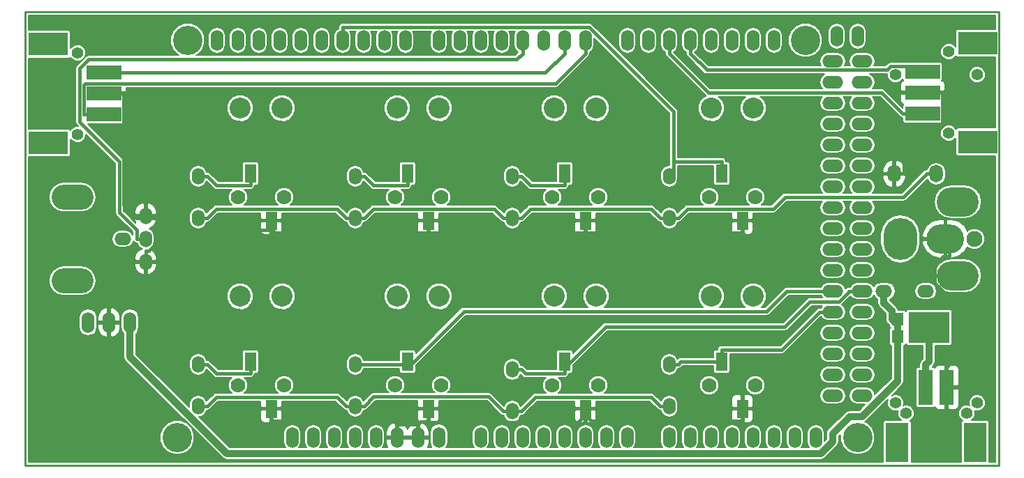
<source format=gtl>
G04 #@! TF.GenerationSoftware,KiCad,Pcbnew,no-vcs-found-7571~57~ubuntu16.04.1*
G04 #@! TF.CreationDate,2017-02-02T13:32:18-05:00*
G04 #@! TF.ProjectId,relay_controller_5x3,72656C61795F636F6E74726F6C6C6572,1.2*
G04 #@! TF.FileFunction,Copper,L1,Top,Signal*
G04 #@! TF.FilePolarity,Positive*
%FSLAX46Y46*%
G04 Gerber Fmt 4.6, Leading zero omitted, Abs format (unit mm)*
G04 Created by KiCad (PCBNEW no-vcs-found-7571~57~ubuntu16.04.1) date Thu Feb  2 13:32:18 2017*
%MOMM*%
%LPD*%
G01*
G04 APERTURE LIST*
%ADD10C,0.100000*%
%ADD11C,0.228600*%
%ADD12C,3.556000*%
%ADD13O,1.524000X2.540000*%
%ADD14O,2.540000X1.524000*%
%ADD15C,2.540000*%
%ADD16R,1.397000X2.260600*%
%ADD17C,1.778000*%
%ADD18C,1.930400*%
%ADD19O,4.572000X3.556000*%
%ADD20O,4.064000X5.080000*%
%ADD21O,5.080000X3.556000*%
%ADD22O,5.080000X3.048000*%
%ADD23O,2.032000X1.524000*%
%ADD24O,1.524000X2.032000*%
%ADD25O,1.651000X2.159000*%
%ADD26R,4.191000X1.778000*%
%ADD27C,1.397000*%
%ADD28R,4.826000X2.794000*%
%ADD29R,1.778000X4.191000*%
%ADD30R,2.794000X4.826000*%
%ADD31R,4.960000X3.800000*%
%ADD32R,1.440000X1.600000*%
%ADD33C,0.812800*%
%ADD34C,0.406400*%
%ADD35C,0.203200*%
G04 APERTURE END LIST*
D10*
D11*
X211455000Y-75311000D02*
X93345000Y-75311000D01*
X211455000Y-130429000D02*
X211455000Y-75311000D01*
X93345000Y-130429000D02*
X211455000Y-130429000D01*
X93345000Y-75311000D02*
X93345000Y-130429000D01*
D12*
X111760000Y-127000000D03*
X113030000Y-78740000D03*
X194310000Y-127000000D03*
X187960000Y-78740000D03*
D13*
X125730000Y-127000000D03*
X128270000Y-127000000D03*
X130810000Y-127000000D03*
X133350000Y-127000000D03*
X135890000Y-127000000D03*
X138430000Y-127000000D03*
X140970000Y-127000000D03*
X143510000Y-127000000D03*
X148590000Y-127000000D03*
X151130000Y-127000000D03*
X153670000Y-127000000D03*
X156210000Y-127000000D03*
X158750000Y-127000000D03*
X161290000Y-127000000D03*
X163830000Y-127000000D03*
X166370000Y-127000000D03*
X171450000Y-127000000D03*
X173990000Y-127000000D03*
X176530000Y-127000000D03*
X179070000Y-127000000D03*
X181610000Y-127000000D03*
X184150000Y-127000000D03*
X186690000Y-127000000D03*
X189230000Y-127000000D03*
X116586000Y-78740000D03*
X119126000Y-78740000D03*
X121666000Y-78740000D03*
X124206000Y-78740000D03*
X126746000Y-78740000D03*
X129286000Y-78740000D03*
X131826000Y-78740000D03*
X134366000Y-78740000D03*
X136906000Y-78740000D03*
X139446000Y-78740000D03*
X143510000Y-78740000D03*
X161290000Y-78740000D03*
X158750000Y-78740000D03*
X156210000Y-78740000D03*
X153670000Y-78740000D03*
X151130000Y-78740000D03*
X148590000Y-78740000D03*
X146050000Y-78740000D03*
X166370000Y-78740000D03*
X168910000Y-78740000D03*
X171450000Y-78740000D03*
X173990000Y-78740000D03*
X176530000Y-78740000D03*
X179070000Y-78740000D03*
X181610000Y-78740000D03*
X184150000Y-78740000D03*
X191770000Y-78232000D03*
X194310000Y-78232000D03*
D14*
X191262000Y-81280000D03*
X194818000Y-81280000D03*
X191262000Y-83820000D03*
X194818000Y-83820000D03*
X191262000Y-86360000D03*
X194818000Y-86360000D03*
X191262000Y-88900000D03*
X194818000Y-88900000D03*
X191262000Y-91440000D03*
X194818000Y-91440000D03*
X191262000Y-93980000D03*
X194818000Y-93980000D03*
X191262000Y-96520000D03*
X194818000Y-96520000D03*
X191262000Y-99060000D03*
X194818000Y-99060000D03*
X191262000Y-101600000D03*
X194818000Y-101600000D03*
X191262000Y-104140000D03*
X194818000Y-104140000D03*
X191262000Y-106680000D03*
X194818000Y-106680000D03*
X191262000Y-109220000D03*
X194818000Y-109220000D03*
X191262000Y-111760000D03*
X194818000Y-111760000D03*
X191262000Y-114300000D03*
X194818000Y-114300000D03*
X191262000Y-116840000D03*
X194818000Y-116840000D03*
X191262000Y-119380000D03*
X194818000Y-119380000D03*
X191262000Y-121920000D03*
X194818000Y-121920000D03*
D15*
X119380000Y-86995000D03*
X124460000Y-86995000D03*
X138430000Y-86995000D03*
X143510000Y-86995000D03*
X157480000Y-86995000D03*
X162560000Y-86995000D03*
X176530000Y-86995000D03*
X181610000Y-86995000D03*
X119380000Y-109855000D03*
X124460000Y-109855000D03*
X138430000Y-109855000D03*
X143510000Y-109855000D03*
X157480000Y-109855000D03*
X162560000Y-109855000D03*
X176530000Y-109855000D03*
X181610000Y-109855000D03*
D16*
X120650000Y-94919800D03*
X123190000Y-100660200D03*
D17*
X119126000Y-97790000D03*
X124714000Y-97790000D03*
D16*
X139700000Y-94919800D03*
X142240000Y-100660200D03*
D17*
X138176000Y-97790000D03*
X143764000Y-97790000D03*
D16*
X158750000Y-94919800D03*
X161290000Y-100660200D03*
D17*
X157226000Y-97790000D03*
X162814000Y-97790000D03*
D16*
X177800000Y-94919800D03*
X180340000Y-100660200D03*
D17*
X176276000Y-97790000D03*
X181864000Y-97790000D03*
D16*
X120650000Y-117779800D03*
X123190000Y-123520200D03*
D17*
X119126000Y-120650000D03*
X124714000Y-120650000D03*
D16*
X139700000Y-117779800D03*
X142240000Y-123520200D03*
D17*
X138176000Y-120650000D03*
X143764000Y-120650000D03*
D16*
X158750000Y-117779800D03*
X161290000Y-123520200D03*
D17*
X157226000Y-120650000D03*
X162814000Y-120650000D03*
D16*
X177800000Y-117779800D03*
X180340000Y-123520200D03*
D17*
X176276000Y-120650000D03*
X181864000Y-120650000D03*
D13*
X103505000Y-113030000D03*
X100965000Y-113030000D03*
X106045000Y-113030000D03*
D18*
X208457800Y-102870000D03*
D19*
X204952600Y-102870000D03*
D20*
X199466200Y-102870000D03*
D21*
X206451200Y-98374200D03*
X206451200Y-107365800D03*
D22*
X99060000Y-107950000D03*
X99060000Y-97790000D03*
D23*
X105156000Y-102870000D03*
D24*
X107950000Y-102870000D03*
X107950000Y-100076000D03*
X107950000Y-105664000D03*
D25*
X198755000Y-94970600D03*
X203835000Y-94970600D03*
D26*
X102870000Y-87757000D03*
X102870000Y-85217000D03*
X102870000Y-82677000D03*
D27*
X99695000Y-90170000D03*
X99695000Y-80264000D03*
D28*
X96139000Y-91211400D03*
X96139000Y-79222600D03*
D27*
X208788000Y-82931000D03*
X198882000Y-82931000D03*
D26*
X202184000Y-82550000D03*
X202184000Y-85090000D03*
X202184000Y-87630000D03*
D27*
X205359000Y-80137000D03*
X205359000Y-90043000D03*
D28*
X208915000Y-79095600D03*
X208915000Y-91084400D03*
D27*
X198882000Y-122809000D03*
X208788000Y-122809000D03*
D29*
X205105000Y-120904000D03*
X202565000Y-120904000D03*
D27*
X207518000Y-124079000D03*
X200152000Y-124079000D03*
D30*
X208559400Y-127635000D03*
X199110600Y-127635000D03*
D24*
X171450000Y-118110000D03*
X171450000Y-123190000D03*
X152400000Y-118745000D03*
X152400000Y-123825000D03*
X133350000Y-118110000D03*
X133350000Y-123190000D03*
X114300000Y-118110000D03*
X114300000Y-123190000D03*
X171450000Y-95250000D03*
X171450000Y-100330000D03*
X152400000Y-95250000D03*
X152400000Y-100330000D03*
X133350000Y-95250000D03*
X133350000Y-100330000D03*
X114300000Y-95250000D03*
X114300000Y-100330000D03*
D23*
X197485000Y-109220000D03*
X202565000Y-109220000D03*
D31*
X202950000Y-113665000D03*
D32*
X199150000Y-114730000D03*
X199150000Y-112600000D03*
D33*
X199150000Y-112600000D02*
X198459700Y-112600000D01*
X199129000Y-113269300D02*
X199150000Y-113269300D01*
X198459700Y-112600000D02*
X199129000Y-113269300D01*
X198459700Y-111617400D02*
X198459700Y-112600000D01*
X197485000Y-110642700D02*
X198459700Y-111617400D01*
X197485000Y-109220000D02*
X197485000Y-110642700D01*
X199150000Y-114070400D02*
X199150000Y-113269300D01*
X199150000Y-114070400D02*
X199150000Y-114730000D01*
X106045000Y-117215000D02*
X106045000Y-113030000D01*
X117794800Y-128964800D02*
X106045000Y-117215000D01*
X189816600Y-128964800D02*
X117794800Y-128964800D01*
X191262000Y-127519400D02*
X189816600Y-128964800D01*
X191262000Y-126553500D02*
X191262000Y-127519400D01*
X193338800Y-124476700D02*
X191262000Y-126553500D01*
X194792800Y-124476700D02*
X193338800Y-124476700D01*
X199150000Y-120119500D02*
X194792800Y-124476700D01*
X199150000Y-114730000D02*
X199150000Y-120119500D01*
D34*
X105295700Y-98767900D02*
X106857800Y-100330000D01*
X105295700Y-85217000D02*
X105295700Y-98767900D01*
X102870000Y-85217000D02*
X105295700Y-85217000D01*
X107950000Y-100330000D02*
X106857800Y-100330000D01*
X107950000Y-100330000D02*
X109042200Y-100330000D01*
X142240000Y-123520200D02*
X142240000Y-124980700D01*
X161290000Y-123520200D02*
X161290000Y-124250400D01*
X180340000Y-123520200D02*
X180340000Y-124980700D01*
X162020300Y-124980700D02*
X180340000Y-124980700D01*
X161290000Y-124250400D02*
X162020300Y-124980700D01*
X107950000Y-105410000D02*
X107950000Y-104317800D01*
X108289400Y-104317800D02*
X107950000Y-104317800D01*
X110471000Y-102136200D02*
X108289400Y-104317800D01*
X110471000Y-101758800D02*
X110471000Y-102136200D01*
X109042200Y-100330000D02*
X110471000Y-101758800D01*
X110471000Y-101758800D02*
X123190000Y-101758800D01*
X138430000Y-125399800D02*
X140970000Y-125399800D01*
X138430000Y-127000000D02*
X138430000Y-125399800D01*
X140970000Y-127000000D02*
X140970000Y-125399800D01*
X142240000Y-125064600D02*
X142240000Y-124980700D01*
X142324000Y-125148600D02*
X142240000Y-125064600D01*
X160391800Y-125148600D02*
X142324000Y-125148600D01*
X161290000Y-124250400D02*
X160391800Y-125148600D01*
X141305200Y-125064600D02*
X140970000Y-125399800D01*
X142240000Y-125064600D02*
X141305200Y-125064600D01*
X138010900Y-124980700D02*
X138430000Y-125399800D01*
X123190000Y-124980700D02*
X138010900Y-124980700D01*
X123190000Y-123520200D02*
X123190000Y-124980700D01*
X204609700Y-89115900D02*
X204609700Y-85090000D01*
X199910700Y-93814900D02*
X204609700Y-89115900D01*
X199910700Y-94970600D02*
X199910700Y-93814900D01*
X198755000Y-94970600D02*
X199910700Y-94970600D01*
X202184000Y-85090000D02*
X204609700Y-85090000D01*
X161290000Y-100660200D02*
X161290000Y-102120700D01*
X123190000Y-100660200D02*
X123190000Y-101577800D01*
X123190000Y-101577800D02*
X123190000Y-101651200D01*
X123190000Y-101651200D02*
X123190000Y-101758800D01*
X123659500Y-102120700D02*
X142240000Y-102120700D01*
X123190000Y-101651200D02*
X123659500Y-102120700D01*
X142240000Y-100660200D02*
X142240000Y-102120700D01*
X205460600Y-102870000D02*
X205460600Y-104978200D01*
X205105000Y-120904000D02*
X205105000Y-118478300D01*
X142240000Y-102120700D02*
X161290000Y-102120700D01*
X161290000Y-102120700D02*
X180340000Y-102120700D01*
X180340000Y-100660200D02*
X180340000Y-102120700D01*
X205887600Y-117695700D02*
X205105000Y-118478300D01*
X205887600Y-110510200D02*
X205887600Y-117695700D01*
X203606000Y-108228600D02*
X205887600Y-110510200D01*
X203606000Y-106049100D02*
X203606000Y-108228600D01*
X204676900Y-104978200D02*
X203606000Y-106049100D01*
X205460600Y-104978200D02*
X204676900Y-104978200D01*
X181089300Y-102870000D02*
X180340000Y-102120700D01*
X195681800Y-102870000D02*
X181089300Y-102870000D01*
X196976600Y-104164800D02*
X195681800Y-102870000D01*
X196976600Y-104432400D02*
X196976600Y-104164800D01*
X198593300Y-106049100D02*
X196976600Y-104432400D01*
X203606000Y-106049100D02*
X198593300Y-106049100D01*
X152946500Y-81063700D02*
X153670000Y-80340200D01*
X101040000Y-81063700D02*
X152946500Y-81063700D01*
X99931700Y-82172000D02*
X101040000Y-81063700D01*
X99931700Y-88660400D02*
X99931700Y-82172000D01*
X104787300Y-93516000D02*
X99931700Y-88660400D01*
X104787300Y-99707300D02*
X104787300Y-93516000D01*
X106857800Y-101777800D02*
X104787300Y-99707300D01*
X106857800Y-102870000D02*
X106857800Y-101777800D01*
X107950000Y-102870000D02*
X106857800Y-102870000D01*
X153670000Y-78740000D02*
X153670000Y-80340200D01*
X157633100Y-83997100D02*
X161290000Y-80340200D01*
X100635900Y-83997100D02*
X157633100Y-83997100D01*
X100444300Y-84188700D02*
X100635900Y-83997100D01*
X100444300Y-87757000D02*
X100444300Y-84188700D01*
X102870000Y-87757000D02*
X100444300Y-87757000D01*
X161290000Y-78740000D02*
X161290000Y-80340200D01*
X158750000Y-78740000D02*
X158750000Y-80340200D01*
X156413200Y-82677000D02*
X158750000Y-80340200D01*
X105295700Y-82677000D02*
X156413200Y-82677000D01*
X102870000Y-82677000D02*
X105295700Y-82677000D01*
X176199800Y-85090000D02*
X171450000Y-80340200D01*
X197218300Y-85090000D02*
X176199800Y-85090000D01*
X199758300Y-87630000D02*
X197218300Y-85090000D01*
X202184000Y-87630000D02*
X199758300Y-87630000D01*
X171450000Y-78740000D02*
X171450000Y-80340200D01*
X176003300Y-82353500D02*
X173990000Y-80340200D01*
X197872000Y-82353500D02*
X176003300Y-82353500D01*
X198318000Y-81907500D02*
X197872000Y-82353500D01*
X201541500Y-81907500D02*
X198318000Y-81907500D01*
X202184000Y-82550000D02*
X201541500Y-81907500D01*
X173990000Y-78740000D02*
X173990000Y-80340200D01*
X116522500Y-96380300D02*
X120650000Y-96380300D01*
X115392200Y-95250000D02*
X116522500Y-96380300D01*
X120650000Y-94919800D02*
X120650000Y-96380300D01*
X114300000Y-95250000D02*
X115392200Y-95250000D01*
X135572500Y-96380300D02*
X139700000Y-96380300D01*
X134442200Y-95250000D02*
X135572500Y-96380300D01*
X139700000Y-94919800D02*
X139700000Y-96380300D01*
X133350000Y-95250000D02*
X134442200Y-95250000D01*
X154622500Y-96380300D02*
X158750000Y-96380300D01*
X153492200Y-95250000D02*
X154622500Y-96380300D01*
X158750000Y-94919800D02*
X158750000Y-96380300D01*
X152400000Y-95250000D02*
X153492200Y-95250000D01*
X171450000Y-95250000D02*
X171996100Y-95250000D01*
X131826000Y-78740000D02*
X131826000Y-77139800D01*
X177800000Y-94919800D02*
X177800000Y-93459300D01*
X171996100Y-93459300D02*
X177800000Y-93459300D01*
X171996100Y-95250000D02*
X171996100Y-93459300D01*
X161707000Y-77139800D02*
X131826000Y-77139800D01*
X171996100Y-87428900D02*
X161707000Y-77139800D01*
X171996100Y-93459300D02*
X171996100Y-87428900D01*
X116522500Y-119240300D02*
X120650000Y-119240300D01*
X115392200Y-118110000D02*
X116522500Y-119240300D01*
X120650000Y-117779800D02*
X120650000Y-119240300D01*
X114300000Y-118110000D02*
X115392200Y-118110000D01*
X139700000Y-117779800D02*
X139700000Y-118510000D01*
X185697000Y-109220000D02*
X191770000Y-109220000D01*
X183259400Y-111657600D02*
X185697000Y-109220000D01*
X146552400Y-111657600D02*
X183259400Y-111657600D01*
X139700000Y-118510000D02*
X146552400Y-111657600D01*
X139300000Y-118110000D02*
X139700000Y-118510000D01*
X133350000Y-118110000D02*
X139300000Y-118110000D01*
X153987500Y-119240300D02*
X158750000Y-119240300D01*
X153492200Y-118745000D02*
X153987500Y-119240300D01*
X152400000Y-118745000D02*
X153492200Y-118745000D01*
X158750000Y-117779800D02*
X158750000Y-118510000D01*
X158750000Y-118510000D02*
X158750000Y-119240300D01*
X193217800Y-109333200D02*
X193217800Y-109220000D01*
X192061000Y-110490000D02*
X193217800Y-109333200D01*
X188506000Y-110490000D02*
X192061000Y-110490000D01*
X185460100Y-113535900D02*
X188506000Y-110490000D01*
X163724100Y-113535900D02*
X185460100Y-113535900D01*
X158750000Y-118510000D02*
X163724100Y-113535900D01*
X194310000Y-109220000D02*
X193217800Y-109220000D01*
X177800000Y-117779800D02*
X177800000Y-117788300D01*
X172863900Y-117788300D02*
X172542200Y-118110000D01*
X177800000Y-117788300D02*
X172863900Y-117788300D01*
X171450000Y-118110000D02*
X172542200Y-118110000D01*
X185102500Y-116319300D02*
X177800000Y-116319300D01*
X189661800Y-111760000D02*
X185102500Y-116319300D01*
X191770000Y-111760000D02*
X189661800Y-111760000D01*
X177800000Y-117779800D02*
X177800000Y-116319300D01*
X135547500Y-99224700D02*
X134442200Y-100330000D01*
X150202500Y-99224700D02*
X135547500Y-99224700D01*
X151307800Y-100330000D02*
X150202500Y-99224700D01*
X152400000Y-100330000D02*
X151307800Y-100330000D01*
X154597500Y-99224700D02*
X153492200Y-100330000D01*
X169252500Y-99224700D02*
X154597500Y-99224700D01*
X170357800Y-100330000D02*
X169252500Y-99224700D01*
X171450000Y-100330000D02*
X170357800Y-100330000D01*
X152400000Y-100330000D02*
X153492200Y-100330000D01*
X155232500Y-122084700D02*
X153492200Y-123825000D01*
X169252500Y-122084700D02*
X155232500Y-122084700D01*
X170357800Y-123190000D02*
X169252500Y-122084700D01*
X171450000Y-123190000D02*
X170357800Y-123190000D01*
X152400000Y-123825000D02*
X153492200Y-123825000D01*
X149544900Y-122062100D02*
X151307800Y-123825000D01*
X135570100Y-122062100D02*
X149544900Y-122062100D01*
X134442200Y-123190000D02*
X135570100Y-122062100D01*
X152400000Y-123825000D02*
X151307800Y-123825000D01*
X173647500Y-99224700D02*
X172542200Y-100330000D01*
X184062000Y-99224700D02*
X173647500Y-99224700D01*
X185496700Y-97790000D02*
X184062000Y-99224700D01*
X199859900Y-97790000D02*
X185496700Y-97790000D01*
X202679300Y-94970600D02*
X199859900Y-97790000D01*
X203835000Y-94970600D02*
X202679300Y-94970600D01*
X171450000Y-100330000D02*
X172542200Y-100330000D01*
X133828400Y-123190000D02*
X134442200Y-123190000D01*
X133828400Y-123190000D02*
X133350000Y-123190000D01*
X116497500Y-122084700D02*
X115392200Y-123190000D01*
X131152500Y-122084700D02*
X116497500Y-122084700D01*
X132257800Y-123190000D02*
X131152500Y-122084700D01*
X133350000Y-123190000D02*
X132257800Y-123190000D01*
X114300000Y-123190000D02*
X115392200Y-123190000D01*
X133828400Y-100330000D02*
X134442200Y-100330000D01*
X133828400Y-100330000D02*
X133350000Y-100330000D01*
X116497500Y-99224700D02*
X115392200Y-100330000D01*
X131152500Y-99224700D02*
X116497500Y-99224700D01*
X132257800Y-100330000D02*
X131152500Y-99224700D01*
X133350000Y-100330000D02*
X132257800Y-100330000D01*
X114300000Y-100330000D02*
X115392200Y-100330000D01*
D33*
X202950000Y-117762800D02*
X202565000Y-118147800D01*
X202950000Y-113665000D02*
X202950000Y-117762800D01*
X202565000Y-120904000D02*
X202565000Y-118147800D01*
D35*
G36*
X211035900Y-77387829D02*
X206502000Y-77387829D01*
X206383073Y-77411485D01*
X206282252Y-77478852D01*
X206214885Y-77579673D01*
X206191229Y-77698600D01*
X206191229Y-79550563D01*
X205928066Y-79286939D01*
X205559444Y-79133874D01*
X205160307Y-79133526D01*
X204791419Y-79285948D01*
X204508939Y-79567934D01*
X204355874Y-79936556D01*
X204355526Y-80335693D01*
X204507948Y-80704581D01*
X204789934Y-80987061D01*
X205158556Y-81140126D01*
X205557693Y-81140474D01*
X205926581Y-80988052D01*
X206209061Y-80706066D01*
X206235504Y-80642385D01*
X206282252Y-80712348D01*
X206383073Y-80779715D01*
X206502000Y-80803371D01*
X211035900Y-80803371D01*
X211035900Y-89376629D01*
X206502000Y-89376629D01*
X206383073Y-89400285D01*
X206282252Y-89467652D01*
X206235657Y-89537386D01*
X206210052Y-89475419D01*
X205928066Y-89192939D01*
X205559444Y-89039874D01*
X205160307Y-89039526D01*
X204791419Y-89191948D01*
X204508939Y-89473934D01*
X204355874Y-89842556D01*
X204355526Y-90241693D01*
X204507948Y-90610581D01*
X204789934Y-90893061D01*
X205158556Y-91046126D01*
X205557693Y-91046474D01*
X205926581Y-90894052D01*
X206191229Y-90629867D01*
X206191229Y-92481400D01*
X206214885Y-92600327D01*
X206282252Y-92701148D01*
X206383073Y-92768515D01*
X206502000Y-92792171D01*
X211035900Y-92792171D01*
X211035900Y-130009900D01*
X210267171Y-130009900D01*
X210267171Y-125222000D01*
X210243515Y-125103073D01*
X210176148Y-125002252D01*
X210075327Y-124934885D01*
X209956400Y-124911229D01*
X208104437Y-124911229D01*
X208368061Y-124648066D01*
X208521126Y-124279444D01*
X208521474Y-123880307D01*
X208473781Y-123764883D01*
X208587556Y-123812126D01*
X208986693Y-123812474D01*
X209355581Y-123660052D01*
X209638061Y-123378066D01*
X209791126Y-123009444D01*
X209791474Y-122610307D01*
X209639052Y-122241419D01*
X209357066Y-121958939D01*
X208988444Y-121805874D01*
X208589307Y-121805526D01*
X208220419Y-121957948D01*
X207937939Y-122239934D01*
X207784874Y-122608556D01*
X207784526Y-123007693D01*
X207832219Y-123123117D01*
X207718444Y-123075874D01*
X207319307Y-123075526D01*
X206950419Y-123227948D01*
X206667939Y-123509934D01*
X206514874Y-123878556D01*
X206514526Y-124277693D01*
X206666948Y-124646581D01*
X206948934Y-124929061D01*
X207012615Y-124955504D01*
X206942652Y-125002252D01*
X206875285Y-125103073D01*
X206851629Y-125222000D01*
X206851629Y-130009900D01*
X200818371Y-130009900D01*
X200818371Y-125222000D01*
X200794715Y-125103073D01*
X200727348Y-125002252D01*
X200657614Y-124955657D01*
X200719581Y-124930052D01*
X201002061Y-124648066D01*
X201155126Y-124279444D01*
X201155474Y-123880307D01*
X201003052Y-123511419D01*
X200721066Y-123228939D01*
X200352444Y-123075874D01*
X199953307Y-123075526D01*
X199837883Y-123123219D01*
X199885126Y-123009444D01*
X199885474Y-122610307D01*
X199733052Y-122241419D01*
X199451066Y-121958939D01*
X199082444Y-121805874D01*
X198683307Y-121805526D01*
X198441827Y-121905304D01*
X199688815Y-120658316D01*
X199853996Y-120411105D01*
X199912000Y-120119500D01*
X199912000Y-115832417D01*
X199988927Y-115817115D01*
X200089748Y-115749748D01*
X200157115Y-115648927D01*
X200166519Y-115601650D01*
X200182885Y-115683927D01*
X200250252Y-115784748D01*
X200351073Y-115852115D01*
X200470000Y-115875771D01*
X202188000Y-115875771D01*
X202188000Y-117447170D01*
X202026185Y-117608985D01*
X201861004Y-117856195D01*
X201803000Y-118147800D01*
X201803000Y-118445934D01*
X201676000Y-118445934D01*
X201537252Y-118473533D01*
X201419627Y-118552127D01*
X201341033Y-118669752D01*
X201313434Y-118808500D01*
X201313434Y-122999500D01*
X201341033Y-123138248D01*
X201419627Y-123255873D01*
X201537252Y-123334467D01*
X201676000Y-123362066D01*
X203454000Y-123362066D01*
X203592748Y-123334467D01*
X203672773Y-123280996D01*
X203699206Y-123344811D01*
X203870689Y-123516294D01*
X204094743Y-123609100D01*
X204800200Y-123609100D01*
X204952600Y-123456700D01*
X204952600Y-121056400D01*
X205257400Y-121056400D01*
X205257400Y-123456700D01*
X205409800Y-123609100D01*
X206115257Y-123609100D01*
X206339311Y-123516294D01*
X206510794Y-123344811D01*
X206603600Y-123120757D01*
X206603600Y-121208800D01*
X206451200Y-121056400D01*
X205257400Y-121056400D01*
X204952600Y-121056400D01*
X204932600Y-121056400D01*
X204932600Y-120751600D01*
X204952600Y-120751600D01*
X204952600Y-118351300D01*
X205257400Y-118351300D01*
X205257400Y-120751600D01*
X206451200Y-120751600D01*
X206603600Y-120599200D01*
X206603600Y-118687243D01*
X206510794Y-118463189D01*
X206339311Y-118291706D01*
X206115257Y-118198900D01*
X205409800Y-118198900D01*
X205257400Y-118351300D01*
X204952600Y-118351300D01*
X204800200Y-118198900D01*
X204094743Y-118198900D01*
X203870689Y-118291706D01*
X203699206Y-118463189D01*
X203672773Y-118527004D01*
X203592748Y-118473533D01*
X203454000Y-118445934D01*
X203344497Y-118445934D01*
X203488815Y-118301616D01*
X203653996Y-118054405D01*
X203669949Y-117974203D01*
X203712000Y-117762800D01*
X203712000Y-115875771D01*
X205430000Y-115875771D01*
X205548927Y-115852115D01*
X205649748Y-115784748D01*
X205717115Y-115683927D01*
X205740771Y-115565000D01*
X205740771Y-111765000D01*
X205717115Y-111646073D01*
X205649748Y-111545252D01*
X205548927Y-111477885D01*
X205430000Y-111454229D01*
X200470000Y-111454229D01*
X200351073Y-111477885D01*
X200250252Y-111545252D01*
X200182885Y-111646073D01*
X200166519Y-111728350D01*
X200157115Y-111681073D01*
X200089748Y-111580252D01*
X199988927Y-111512885D01*
X199870000Y-111489229D01*
X199196205Y-111489229D01*
X199163696Y-111325795D01*
X198998515Y-111078585D01*
X198247000Y-110327070D01*
X198247000Y-110216819D01*
X198556134Y-110010263D01*
X198798399Y-109647687D01*
X198883471Y-109220000D01*
X201218324Y-109220000D01*
X201299529Y-109628247D01*
X201530782Y-109974342D01*
X201876877Y-110205595D01*
X202285124Y-110286800D01*
X202844876Y-110286800D01*
X203253123Y-110205595D01*
X203599218Y-109974342D01*
X203830471Y-109628247D01*
X203911676Y-109220000D01*
X203830471Y-108811753D01*
X203599218Y-108465658D01*
X203253123Y-108234405D01*
X202844876Y-108153200D01*
X202285124Y-108153200D01*
X201876877Y-108234405D01*
X201530782Y-108465658D01*
X201299529Y-108811753D01*
X201218324Y-109220000D01*
X198883471Y-109220000D01*
X198798399Y-108792313D01*
X198556134Y-108429737D01*
X198193558Y-108187472D01*
X197765871Y-108102400D01*
X197204129Y-108102400D01*
X196776442Y-108187472D01*
X196413866Y-108429737D01*
X196250529Y-108674188D01*
X196111194Y-108465658D01*
X195765099Y-108234405D01*
X195356852Y-108153200D01*
X194279148Y-108153200D01*
X193870901Y-108234405D01*
X193524806Y-108465658D01*
X193360206Y-108712000D01*
X193217800Y-108712000D01*
X193023397Y-108750669D01*
X192858590Y-108860790D01*
X192810513Y-108932742D01*
X192786447Y-108811753D01*
X192555194Y-108465658D01*
X192209099Y-108234405D01*
X191800852Y-108153200D01*
X190723148Y-108153200D01*
X190314901Y-108234405D01*
X189968806Y-108465658D01*
X189804206Y-108712000D01*
X185697000Y-108712000D01*
X185502597Y-108750669D01*
X185337790Y-108860790D01*
X183048980Y-111149600D01*
X182614092Y-111149600D01*
X182987313Y-110777030D01*
X183235317Y-110179770D01*
X183235881Y-109533067D01*
X182988920Y-108935375D01*
X182532030Y-108477687D01*
X181934770Y-108229683D01*
X181288067Y-108229119D01*
X180690375Y-108476080D01*
X180232687Y-108932970D01*
X179984683Y-109530230D01*
X179984119Y-110176933D01*
X180231080Y-110774625D01*
X180605401Y-111149600D01*
X177534092Y-111149600D01*
X177907313Y-110777030D01*
X178155317Y-110179770D01*
X178155881Y-109533067D01*
X177908920Y-108935375D01*
X177452030Y-108477687D01*
X176854770Y-108229683D01*
X176208067Y-108229119D01*
X175610375Y-108476080D01*
X175152687Y-108932970D01*
X174904683Y-109530230D01*
X174904119Y-110176933D01*
X175151080Y-110774625D01*
X175525401Y-111149600D01*
X163564092Y-111149600D01*
X163937313Y-110777030D01*
X164185317Y-110179770D01*
X164185881Y-109533067D01*
X163938920Y-108935375D01*
X163482030Y-108477687D01*
X162884770Y-108229683D01*
X162238067Y-108229119D01*
X161640375Y-108476080D01*
X161182687Y-108932970D01*
X160934683Y-109530230D01*
X160934119Y-110176933D01*
X161181080Y-110774625D01*
X161555401Y-111149600D01*
X158484092Y-111149600D01*
X158857313Y-110777030D01*
X159105317Y-110179770D01*
X159105881Y-109533067D01*
X158858920Y-108935375D01*
X158402030Y-108477687D01*
X157804770Y-108229683D01*
X157158067Y-108229119D01*
X156560375Y-108476080D01*
X156102687Y-108932970D01*
X155854683Y-109530230D01*
X155854119Y-110176933D01*
X156101080Y-110774625D01*
X156475401Y-111149600D01*
X146552400Y-111149600D01*
X146357997Y-111188269D01*
X146193190Y-111298390D01*
X140709271Y-116782309D01*
X140709271Y-116649500D01*
X140685615Y-116530573D01*
X140618248Y-116429752D01*
X140517427Y-116362385D01*
X140398500Y-116338729D01*
X139001500Y-116338729D01*
X138882573Y-116362385D01*
X138781752Y-116429752D01*
X138714385Y-116530573D01*
X138690729Y-116649500D01*
X138690729Y-117602000D01*
X134371424Y-117602000D01*
X134335595Y-117421877D01*
X134104342Y-117075782D01*
X133758247Y-116844529D01*
X133350000Y-116763324D01*
X132941753Y-116844529D01*
X132595658Y-117075782D01*
X132364405Y-117421877D01*
X132283200Y-117830124D01*
X132283200Y-118389876D01*
X132364405Y-118798123D01*
X132595658Y-119144218D01*
X132941753Y-119375471D01*
X133350000Y-119456676D01*
X133758247Y-119375471D01*
X134104342Y-119144218D01*
X134335595Y-118798123D01*
X134371424Y-118618000D01*
X138690729Y-118618000D01*
X138690729Y-118910100D01*
X138714385Y-119029027D01*
X138781752Y-119129848D01*
X138882573Y-119197215D01*
X139001500Y-119220871D01*
X140398500Y-119220871D01*
X140517427Y-119197215D01*
X140618248Y-119129848D01*
X140685615Y-119029027D01*
X140709271Y-118910100D01*
X140709271Y-118219149D01*
X146762820Y-112165600D01*
X183259400Y-112165600D01*
X183453803Y-112126931D01*
X183618610Y-112016810D01*
X185907420Y-109728000D01*
X189804206Y-109728000D01*
X189968806Y-109974342D01*
X189980267Y-109982000D01*
X188506000Y-109982000D01*
X188311596Y-110020669D01*
X188146790Y-110130790D01*
X185249680Y-113027900D01*
X163724100Y-113027900D01*
X163529697Y-113066569D01*
X163364890Y-113176690D01*
X159759271Y-116782309D01*
X159759271Y-116649500D01*
X159735615Y-116530573D01*
X159668248Y-116429752D01*
X159567427Y-116362385D01*
X159448500Y-116338729D01*
X158051500Y-116338729D01*
X157932573Y-116362385D01*
X157831752Y-116429752D01*
X157764385Y-116530573D01*
X157740729Y-116649500D01*
X157740729Y-118732300D01*
X154197920Y-118732300D01*
X153851410Y-118385790D01*
X153686603Y-118275669D01*
X153492200Y-118237000D01*
X153421424Y-118237000D01*
X153385595Y-118056877D01*
X153154342Y-117710782D01*
X152808247Y-117479529D01*
X152400000Y-117398324D01*
X151991753Y-117479529D01*
X151645658Y-117710782D01*
X151414405Y-118056877D01*
X151333200Y-118465124D01*
X151333200Y-119024876D01*
X151414405Y-119433123D01*
X151645658Y-119779218D01*
X151991753Y-120010471D01*
X152400000Y-120091676D01*
X152808247Y-120010471D01*
X153154342Y-119779218D01*
X153385595Y-119433123D01*
X153398255Y-119369475D01*
X153628290Y-119599510D01*
X153793097Y-119709631D01*
X153987500Y-119748300D01*
X156439512Y-119748300D01*
X156214536Y-119972884D01*
X156032408Y-120411497D01*
X156031993Y-120886420D01*
X156213355Y-121325350D01*
X156464268Y-121576700D01*
X155232500Y-121576700D01*
X155038097Y-121615369D01*
X154873290Y-121725490D01*
X153398255Y-123200525D01*
X153385595Y-123136877D01*
X153154342Y-122790782D01*
X152808247Y-122559529D01*
X152400000Y-122478324D01*
X151991753Y-122559529D01*
X151645658Y-122790782D01*
X151414405Y-123136877D01*
X151401745Y-123200525D01*
X149904110Y-121702890D01*
X149739303Y-121592769D01*
X149544900Y-121554100D01*
X144548084Y-121554100D01*
X144775464Y-121327116D01*
X144957592Y-120888503D01*
X144958007Y-120413580D01*
X144776645Y-119974650D01*
X144441116Y-119638536D01*
X144002503Y-119456408D01*
X143527580Y-119455993D01*
X143088650Y-119637355D01*
X142752536Y-119972884D01*
X142570408Y-120411497D01*
X142569993Y-120886420D01*
X142751355Y-121325350D01*
X142979707Y-121554100D01*
X138960084Y-121554100D01*
X139187464Y-121327116D01*
X139369592Y-120888503D01*
X139370007Y-120413580D01*
X139188645Y-119974650D01*
X138853116Y-119638536D01*
X138414503Y-119456408D01*
X137939580Y-119455993D01*
X137500650Y-119637355D01*
X137164536Y-119972884D01*
X136982408Y-120411497D01*
X136981993Y-120886420D01*
X137163355Y-121325350D01*
X137391707Y-121554100D01*
X135570100Y-121554100D01*
X135375697Y-121592769D01*
X135341874Y-121615369D01*
X135210889Y-121702890D01*
X134348255Y-122565525D01*
X134335595Y-122501877D01*
X134104342Y-122155782D01*
X133758247Y-121924529D01*
X133350000Y-121843324D01*
X132941753Y-121924529D01*
X132595658Y-122155782D01*
X132364405Y-122501877D01*
X132351745Y-122565525D01*
X131511710Y-121725490D01*
X131346903Y-121615369D01*
X131152500Y-121576700D01*
X125475445Y-121576700D01*
X125725464Y-121327116D01*
X125907592Y-120888503D01*
X125908007Y-120413580D01*
X125726645Y-119974650D01*
X125391116Y-119638536D01*
X124952503Y-119456408D01*
X124477580Y-119455993D01*
X124038650Y-119637355D01*
X123702536Y-119972884D01*
X123520408Y-120411497D01*
X123519993Y-120886420D01*
X123701355Y-121325350D01*
X123952268Y-121576700D01*
X119887445Y-121576700D01*
X120137464Y-121327116D01*
X120319592Y-120888503D01*
X120320007Y-120413580D01*
X120138645Y-119974650D01*
X119912689Y-119748300D01*
X120650000Y-119748300D01*
X120844403Y-119709631D01*
X121009210Y-119599510D01*
X121119331Y-119434703D01*
X121158000Y-119240300D01*
X121158000Y-119220871D01*
X121348500Y-119220871D01*
X121467427Y-119197215D01*
X121568248Y-119129848D01*
X121635615Y-119029027D01*
X121659271Y-118910100D01*
X121659271Y-116649500D01*
X121635615Y-116530573D01*
X121568248Y-116429752D01*
X121467427Y-116362385D01*
X121348500Y-116338729D01*
X119951500Y-116338729D01*
X119832573Y-116362385D01*
X119731752Y-116429752D01*
X119664385Y-116530573D01*
X119640729Y-116649500D01*
X119640729Y-118732300D01*
X116732921Y-118732300D01*
X115751410Y-117750790D01*
X115586603Y-117640669D01*
X115392200Y-117602000D01*
X115321424Y-117602000D01*
X115285595Y-117421877D01*
X115054342Y-117075782D01*
X114708247Y-116844529D01*
X114300000Y-116763324D01*
X113891753Y-116844529D01*
X113545658Y-117075782D01*
X113314405Y-117421877D01*
X113233200Y-117830124D01*
X113233200Y-118389876D01*
X113314405Y-118798123D01*
X113545658Y-119144218D01*
X113891753Y-119375471D01*
X114300000Y-119456676D01*
X114708247Y-119375471D01*
X115054342Y-119144218D01*
X115285595Y-118798123D01*
X115298255Y-118734475D01*
X116163290Y-119599511D01*
X116328097Y-119709631D01*
X116522500Y-119748300D01*
X118339512Y-119748300D01*
X118114536Y-119972884D01*
X117932408Y-120411497D01*
X117931993Y-120886420D01*
X118113355Y-121325350D01*
X118364268Y-121576700D01*
X116497500Y-121576700D01*
X116340164Y-121607996D01*
X116303096Y-121615369D01*
X116138290Y-121725490D01*
X115298255Y-122565525D01*
X115285595Y-122501877D01*
X115054342Y-122155782D01*
X114708247Y-121924529D01*
X114300000Y-121843324D01*
X113891753Y-121924529D01*
X113545658Y-122155782D01*
X113314405Y-122501877D01*
X113233200Y-122910124D01*
X113233200Y-123325569D01*
X106807000Y-116899370D01*
X106807000Y-114378995D01*
X106835263Y-114360110D01*
X107077528Y-113997534D01*
X107162600Y-113569847D01*
X107162600Y-112490153D01*
X107077528Y-112062466D01*
X106835263Y-111699890D01*
X106472687Y-111457625D01*
X106045000Y-111372553D01*
X105617313Y-111457625D01*
X105254737Y-111699890D01*
X105012472Y-112062466D01*
X104927400Y-112490153D01*
X104927400Y-113569847D01*
X105012472Y-113997534D01*
X105254737Y-114360110D01*
X105283000Y-114378995D01*
X105283000Y-117215000D01*
X105341004Y-117506605D01*
X105430583Y-117640669D01*
X105506185Y-117753815D01*
X117255985Y-129503616D01*
X117503196Y-129668797D01*
X117794800Y-129726800D01*
X189816600Y-129726800D01*
X190108205Y-129668796D01*
X190355415Y-129503615D01*
X191800815Y-128058216D01*
X191965996Y-127811005D01*
X191995953Y-127660400D01*
X192024000Y-127519400D01*
X192024000Y-126869130D01*
X192227492Y-126665639D01*
X192226840Y-127412477D01*
X192543259Y-128178270D01*
X193128648Y-128764682D01*
X193893888Y-129082437D01*
X194722477Y-129083160D01*
X195488270Y-128766741D01*
X196074682Y-128181352D01*
X196392437Y-127416112D01*
X196393160Y-126587523D01*
X196076741Y-125821730D01*
X195491352Y-125235318D01*
X195189957Y-125110168D01*
X195331615Y-125015515D01*
X197978499Y-122368631D01*
X197878874Y-122608556D01*
X197878526Y-123007693D01*
X198030948Y-123376581D01*
X198312934Y-123659061D01*
X198681556Y-123812126D01*
X199080693Y-123812474D01*
X199196117Y-123764781D01*
X199148874Y-123878556D01*
X199148526Y-124277693D01*
X199300948Y-124646581D01*
X199565133Y-124911229D01*
X197713600Y-124911229D01*
X197594673Y-124934885D01*
X197493852Y-125002252D01*
X197426485Y-125103073D01*
X197402829Y-125222000D01*
X197402829Y-130009900D01*
X93764100Y-130009900D01*
X93764100Y-127412477D01*
X109676840Y-127412477D01*
X109993259Y-128178270D01*
X110578648Y-128764682D01*
X111343888Y-129082437D01*
X112172477Y-129083160D01*
X112938270Y-128766741D01*
X113524682Y-128181352D01*
X113842437Y-127416112D01*
X113843160Y-126587523D01*
X113526741Y-125821730D01*
X112941352Y-125235318D01*
X112176112Y-124917563D01*
X111347523Y-124916840D01*
X110581730Y-125233259D01*
X109995318Y-125818648D01*
X109677563Y-126583888D01*
X109676840Y-127412477D01*
X93764100Y-127412477D01*
X93764100Y-112490153D01*
X99847400Y-112490153D01*
X99847400Y-113569847D01*
X99932472Y-113997534D01*
X100174737Y-114360110D01*
X100537313Y-114602375D01*
X100965000Y-114687447D01*
X101392687Y-114602375D01*
X101755263Y-114360110D01*
X101997528Y-113997534D01*
X102082600Y-113569847D01*
X102082600Y-113182400D01*
X102133400Y-113182400D01*
X102133400Y-113690400D01*
X102296128Y-114203688D01*
X102642896Y-114615631D01*
X103141239Y-114860484D01*
X103352600Y-114747637D01*
X103352600Y-113182400D01*
X103657400Y-113182400D01*
X103657400Y-114747637D01*
X103868761Y-114860484D01*
X104367104Y-114615631D01*
X104713872Y-114203688D01*
X104876600Y-113690400D01*
X104876600Y-113182400D01*
X103657400Y-113182400D01*
X103352600Y-113182400D01*
X102133400Y-113182400D01*
X102082600Y-113182400D01*
X102082600Y-112490153D01*
X102058621Y-112369600D01*
X102133400Y-112369600D01*
X102133400Y-112877600D01*
X103352600Y-112877600D01*
X103352600Y-111312363D01*
X103657400Y-111312363D01*
X103657400Y-112877600D01*
X104876600Y-112877600D01*
X104876600Y-112369600D01*
X104713872Y-111856312D01*
X104367104Y-111444369D01*
X103868761Y-111199516D01*
X103657400Y-111312363D01*
X103352600Y-111312363D01*
X103141239Y-111199516D01*
X102642896Y-111444369D01*
X102296128Y-111856312D01*
X102133400Y-112369600D01*
X102058621Y-112369600D01*
X101997528Y-112062466D01*
X101755263Y-111699890D01*
X101392687Y-111457625D01*
X100965000Y-111372553D01*
X100537313Y-111457625D01*
X100174737Y-111699890D01*
X99932472Y-112062466D01*
X99847400Y-112490153D01*
X93764100Y-112490153D01*
X93764100Y-110176933D01*
X117754119Y-110176933D01*
X118001080Y-110774625D01*
X118457970Y-111232313D01*
X119055230Y-111480317D01*
X119701933Y-111480881D01*
X120299625Y-111233920D01*
X120757313Y-110777030D01*
X121005317Y-110179770D01*
X121005319Y-110176933D01*
X122834119Y-110176933D01*
X123081080Y-110774625D01*
X123537970Y-111232313D01*
X124135230Y-111480317D01*
X124781933Y-111480881D01*
X125379625Y-111233920D01*
X125837313Y-110777030D01*
X126085317Y-110179770D01*
X126085319Y-110176933D01*
X136804119Y-110176933D01*
X137051080Y-110774625D01*
X137507970Y-111232313D01*
X138105230Y-111480317D01*
X138751933Y-111480881D01*
X139349625Y-111233920D01*
X139807313Y-110777030D01*
X140055317Y-110179770D01*
X140055319Y-110176933D01*
X141884119Y-110176933D01*
X142131080Y-110774625D01*
X142587970Y-111232313D01*
X143185230Y-111480317D01*
X143831933Y-111480881D01*
X144429625Y-111233920D01*
X144887313Y-110777030D01*
X145135317Y-110179770D01*
X145135881Y-109533067D01*
X144888920Y-108935375D01*
X144432030Y-108477687D01*
X143834770Y-108229683D01*
X143188067Y-108229119D01*
X142590375Y-108476080D01*
X142132687Y-108932970D01*
X141884683Y-109530230D01*
X141884119Y-110176933D01*
X140055319Y-110176933D01*
X140055881Y-109533067D01*
X139808920Y-108935375D01*
X139352030Y-108477687D01*
X138754770Y-108229683D01*
X138108067Y-108229119D01*
X137510375Y-108476080D01*
X137052687Y-108932970D01*
X136804683Y-109530230D01*
X136804119Y-110176933D01*
X126085319Y-110176933D01*
X126085881Y-109533067D01*
X125838920Y-108935375D01*
X125382030Y-108477687D01*
X124784770Y-108229683D01*
X124138067Y-108229119D01*
X123540375Y-108476080D01*
X123082687Y-108932970D01*
X122834683Y-109530230D01*
X122834119Y-110176933D01*
X121005319Y-110176933D01*
X121005881Y-109533067D01*
X120758920Y-108935375D01*
X120302030Y-108477687D01*
X119704770Y-108229683D01*
X119058067Y-108229119D01*
X118460375Y-108476080D01*
X118002687Y-108932970D01*
X117754683Y-109530230D01*
X117754119Y-110176933D01*
X93764100Y-110176933D01*
X93764100Y-107950000D01*
X96159467Y-107950000D01*
X96298676Y-108649851D01*
X96695110Y-109243157D01*
X97288416Y-109639591D01*
X97988267Y-109778800D01*
X100131733Y-109778800D01*
X100831584Y-109639591D01*
X101424890Y-109243157D01*
X101821324Y-108649851D01*
X101960533Y-107950000D01*
X101821324Y-107250149D01*
X101424890Y-106656843D01*
X100831584Y-106260409D01*
X100131733Y-106121200D01*
X97988267Y-106121200D01*
X97288416Y-106260409D01*
X96695110Y-106656843D01*
X96298676Y-107250149D01*
X96159467Y-107950000D01*
X93764100Y-107950000D01*
X93764100Y-106033096D01*
X106573837Y-106033096D01*
X106722637Y-106550970D01*
X107058292Y-106972480D01*
X107529701Y-107233454D01*
X107586239Y-107240484D01*
X107797600Y-107127637D01*
X107797600Y-105816400D01*
X108102400Y-105816400D01*
X108102400Y-107127637D01*
X108313761Y-107240484D01*
X108370299Y-107233454D01*
X108841708Y-106972480D01*
X109074614Y-106680000D01*
X189656348Y-106680000D01*
X189737553Y-107088247D01*
X189968806Y-107434342D01*
X190314901Y-107665595D01*
X190723148Y-107746800D01*
X191800852Y-107746800D01*
X192209099Y-107665595D01*
X192555194Y-107434342D01*
X192786447Y-107088247D01*
X192867652Y-106680000D01*
X193212348Y-106680000D01*
X193293553Y-107088247D01*
X193524806Y-107434342D01*
X193870901Y-107665595D01*
X194279148Y-107746800D01*
X195356852Y-107746800D01*
X195765099Y-107665595D01*
X196111194Y-107434342D01*
X196156992Y-107365800D01*
X203550667Y-107365800D01*
X203709211Y-108162853D01*
X204160705Y-108838562D01*
X204836414Y-109290056D01*
X205633467Y-109448600D01*
X207268933Y-109448600D01*
X208065986Y-109290056D01*
X208741695Y-108838562D01*
X209193189Y-108162853D01*
X209351733Y-107365800D01*
X209193189Y-106568747D01*
X208741695Y-105893038D01*
X208065986Y-105441544D01*
X207268933Y-105283000D01*
X205633467Y-105283000D01*
X204836414Y-105441544D01*
X204160705Y-105893038D01*
X203709211Y-106568747D01*
X203550667Y-107365800D01*
X196156992Y-107365800D01*
X196342447Y-107088247D01*
X196423652Y-106680000D01*
X196342447Y-106271753D01*
X196111194Y-105925658D01*
X195765099Y-105694405D01*
X195356852Y-105613200D01*
X194279148Y-105613200D01*
X193870901Y-105694405D01*
X193524806Y-105925658D01*
X193293553Y-106271753D01*
X193212348Y-106680000D01*
X192867652Y-106680000D01*
X192786447Y-106271753D01*
X192555194Y-105925658D01*
X192209099Y-105694405D01*
X191800852Y-105613200D01*
X190723148Y-105613200D01*
X190314901Y-105694405D01*
X189968806Y-105925658D01*
X189737553Y-106271753D01*
X189656348Y-106680000D01*
X109074614Y-106680000D01*
X109177363Y-106550970D01*
X109326163Y-106033096D01*
X109174825Y-105816400D01*
X108102400Y-105816400D01*
X107797600Y-105816400D01*
X106725175Y-105816400D01*
X106573837Y-106033096D01*
X93764100Y-106033096D01*
X93764100Y-97790000D01*
X96159467Y-97790000D01*
X96298676Y-98489851D01*
X96695110Y-99083157D01*
X97288416Y-99479591D01*
X97988267Y-99618800D01*
X100131733Y-99618800D01*
X100831584Y-99479591D01*
X101424890Y-99083157D01*
X101821324Y-98489851D01*
X101960533Y-97790000D01*
X101821324Y-97090149D01*
X101424890Y-96496843D01*
X100831584Y-96100409D01*
X100131733Y-95961200D01*
X97988267Y-95961200D01*
X97288416Y-96100409D01*
X96695110Y-96496843D01*
X96298676Y-97090149D01*
X96159467Y-97790000D01*
X93764100Y-97790000D01*
X93764100Y-92919171D01*
X98552000Y-92919171D01*
X98670927Y-92895515D01*
X98771748Y-92828148D01*
X98839115Y-92727327D01*
X98862771Y-92608400D01*
X98862771Y-90756437D01*
X99125934Y-91020061D01*
X99494556Y-91173126D01*
X99893693Y-91173474D01*
X100262581Y-91021052D01*
X100545061Y-90739066D01*
X100698126Y-90370444D01*
X100698322Y-90145442D01*
X104279300Y-93726421D01*
X104279300Y-99707300D01*
X104317969Y-99901703D01*
X104428090Y-100066510D01*
X106349800Y-101988220D01*
X106349800Y-102354490D01*
X106190218Y-102115658D01*
X105844123Y-101884405D01*
X105435876Y-101803200D01*
X104876124Y-101803200D01*
X104467877Y-101884405D01*
X104121782Y-102115658D01*
X103890529Y-102461753D01*
X103809324Y-102870000D01*
X103890529Y-103278247D01*
X104121782Y-103624342D01*
X104467877Y-103855595D01*
X104876124Y-103936800D01*
X105435876Y-103936800D01*
X105844123Y-103855595D01*
X106190218Y-103624342D01*
X106421471Y-103278247D01*
X106446679Y-103151519D01*
X106498590Y-103229210D01*
X106663397Y-103339331D01*
X106857800Y-103378000D01*
X106928576Y-103378000D01*
X106964405Y-103558123D01*
X107195658Y-103904218D01*
X107502796Y-104109441D01*
X107058292Y-104355520D01*
X106722637Y-104777030D01*
X106573837Y-105294904D01*
X106725175Y-105511600D01*
X107797600Y-105511600D01*
X107797600Y-105491600D01*
X108102400Y-105491600D01*
X108102400Y-105511600D01*
X109174825Y-105511600D01*
X109326163Y-105294904D01*
X109177363Y-104777030D01*
X108841708Y-104355520D01*
X108452405Y-104140000D01*
X189656348Y-104140000D01*
X189737553Y-104548247D01*
X189968806Y-104894342D01*
X190314901Y-105125595D01*
X190723148Y-105206800D01*
X191800852Y-105206800D01*
X192209099Y-105125595D01*
X192555194Y-104894342D01*
X192786447Y-104548247D01*
X192867652Y-104140000D01*
X193212348Y-104140000D01*
X193293553Y-104548247D01*
X193524806Y-104894342D01*
X193870901Y-105125595D01*
X194279148Y-105206800D01*
X195356852Y-105206800D01*
X195765099Y-105125595D01*
X196111194Y-104894342D01*
X196342447Y-104548247D01*
X196423652Y-104140000D01*
X196342447Y-103731753D01*
X196111194Y-103385658D01*
X195765099Y-103154405D01*
X195356852Y-103073200D01*
X194279148Y-103073200D01*
X193870901Y-103154405D01*
X193524806Y-103385658D01*
X193293553Y-103731753D01*
X193212348Y-104140000D01*
X192867652Y-104140000D01*
X192786447Y-103731753D01*
X192555194Y-103385658D01*
X192209099Y-103154405D01*
X191800852Y-103073200D01*
X190723148Y-103073200D01*
X190314901Y-103154405D01*
X189968806Y-103385658D01*
X189737553Y-103731753D01*
X189656348Y-104140000D01*
X108452405Y-104140000D01*
X108397204Y-104109441D01*
X108704342Y-103904218D01*
X108935595Y-103558123D01*
X109016800Y-103149876D01*
X109016800Y-102590124D01*
X108935595Y-102181877D01*
X108704342Y-101835782D01*
X108397204Y-101630559D01*
X108841708Y-101384480D01*
X109177363Y-100962970D01*
X109326163Y-100445096D01*
X109174825Y-100228400D01*
X108102400Y-100228400D01*
X108102400Y-100248400D01*
X107797600Y-100248400D01*
X107797600Y-100228400D01*
X106725175Y-100228400D01*
X106573837Y-100445096D01*
X106707013Y-100908593D01*
X105505324Y-99706904D01*
X106573837Y-99706904D01*
X106725175Y-99923600D01*
X107797600Y-99923600D01*
X107797600Y-98612363D01*
X108102400Y-98612363D01*
X108102400Y-99923600D01*
X109174825Y-99923600D01*
X109326163Y-99706904D01*
X109177363Y-99189030D01*
X108841708Y-98767520D01*
X108370299Y-98506546D01*
X108313761Y-98499516D01*
X108102400Y-98612363D01*
X107797600Y-98612363D01*
X107586239Y-98499516D01*
X107529701Y-98506546D01*
X107058292Y-98767520D01*
X106722637Y-99189030D01*
X106573837Y-99706904D01*
X105505324Y-99706904D01*
X105295300Y-99496880D01*
X105295300Y-94970124D01*
X113233200Y-94970124D01*
X113233200Y-95529876D01*
X113314405Y-95938123D01*
X113545658Y-96284218D01*
X113891753Y-96515471D01*
X114300000Y-96596676D01*
X114708247Y-96515471D01*
X115054342Y-96284218D01*
X115285595Y-95938123D01*
X115298255Y-95874475D01*
X116163290Y-96739511D01*
X116328097Y-96849631D01*
X116522500Y-96888300D01*
X118339512Y-96888300D01*
X118114536Y-97112884D01*
X117932408Y-97551497D01*
X117931993Y-98026420D01*
X118113355Y-98465350D01*
X118364268Y-98716700D01*
X116497500Y-98716700D01*
X116335350Y-98748954D01*
X116303096Y-98755369D01*
X116138290Y-98865490D01*
X115298255Y-99705525D01*
X115285595Y-99641877D01*
X115054342Y-99295782D01*
X114708247Y-99064529D01*
X114300000Y-98983324D01*
X113891753Y-99064529D01*
X113545658Y-99295782D01*
X113314405Y-99641877D01*
X113233200Y-100050124D01*
X113233200Y-100609876D01*
X113314405Y-101018123D01*
X113545658Y-101364218D01*
X113891753Y-101595471D01*
X114300000Y-101676676D01*
X114708247Y-101595471D01*
X115054342Y-101364218D01*
X115285595Y-101018123D01*
X115296161Y-100965000D01*
X121881900Y-100965000D01*
X121881900Y-101911757D01*
X121974706Y-102135811D01*
X122146189Y-102307294D01*
X122370243Y-102400100D01*
X122885200Y-102400100D01*
X123037600Y-102247700D01*
X123037600Y-100812600D01*
X123342400Y-100812600D01*
X123342400Y-102247700D01*
X123494800Y-102400100D01*
X124009757Y-102400100D01*
X124233811Y-102307294D01*
X124405294Y-102135811D01*
X124498100Y-101911757D01*
X124498100Y-100965000D01*
X124345700Y-100812600D01*
X123342400Y-100812600D01*
X123037600Y-100812600D01*
X122034300Y-100812600D01*
X121881900Y-100965000D01*
X115296161Y-100965000D01*
X115321424Y-100838000D01*
X115392200Y-100838000D01*
X115586603Y-100799331D01*
X115751410Y-100689210D01*
X116707920Y-99732700D01*
X121881900Y-99732700D01*
X121881900Y-100355400D01*
X122034300Y-100507800D01*
X123037600Y-100507800D01*
X123037600Y-100487800D01*
X123342400Y-100487800D01*
X123342400Y-100507800D01*
X124345700Y-100507800D01*
X124498100Y-100355400D01*
X124498100Y-99732700D01*
X130942080Y-99732700D01*
X131898590Y-100689210D01*
X132063396Y-100799331D01*
X132095650Y-100805746D01*
X132257800Y-100838000D01*
X132328576Y-100838000D01*
X132364405Y-101018123D01*
X132595658Y-101364218D01*
X132941753Y-101595471D01*
X133350000Y-101676676D01*
X133758247Y-101595471D01*
X134104342Y-101364218D01*
X134335595Y-101018123D01*
X134346161Y-100965000D01*
X140931900Y-100965000D01*
X140931900Y-101911757D01*
X141024706Y-102135811D01*
X141196189Y-102307294D01*
X141420243Y-102400100D01*
X141935200Y-102400100D01*
X142087600Y-102247700D01*
X142087600Y-100812600D01*
X142392400Y-100812600D01*
X142392400Y-102247700D01*
X142544800Y-102400100D01*
X143059757Y-102400100D01*
X143283811Y-102307294D01*
X143455294Y-102135811D01*
X143548100Y-101911757D01*
X143548100Y-100965000D01*
X143395700Y-100812600D01*
X142392400Y-100812600D01*
X142087600Y-100812600D01*
X141084300Y-100812600D01*
X140931900Y-100965000D01*
X134346161Y-100965000D01*
X134371424Y-100838000D01*
X134442200Y-100838000D01*
X134636603Y-100799331D01*
X134801410Y-100689210D01*
X135757920Y-99732700D01*
X140931900Y-99732700D01*
X140931900Y-100355400D01*
X141084300Y-100507800D01*
X142087600Y-100507800D01*
X142087600Y-100487800D01*
X142392400Y-100487800D01*
X142392400Y-100507800D01*
X143395700Y-100507800D01*
X143548100Y-100355400D01*
X143548100Y-99732700D01*
X149992080Y-99732700D01*
X150948590Y-100689210D01*
X151113396Y-100799331D01*
X151145650Y-100805746D01*
X151307800Y-100838000D01*
X151378576Y-100838000D01*
X151414405Y-101018123D01*
X151645658Y-101364218D01*
X151991753Y-101595471D01*
X152400000Y-101676676D01*
X152808247Y-101595471D01*
X153154342Y-101364218D01*
X153385595Y-101018123D01*
X153396161Y-100965000D01*
X159981900Y-100965000D01*
X159981900Y-101911757D01*
X160074706Y-102135811D01*
X160246189Y-102307294D01*
X160470243Y-102400100D01*
X160985200Y-102400100D01*
X161137600Y-102247700D01*
X161137600Y-100812600D01*
X161442400Y-100812600D01*
X161442400Y-102247700D01*
X161594800Y-102400100D01*
X162109757Y-102400100D01*
X162333811Y-102307294D01*
X162505294Y-102135811D01*
X162598100Y-101911757D01*
X162598100Y-100965000D01*
X162445700Y-100812600D01*
X161442400Y-100812600D01*
X161137600Y-100812600D01*
X160134300Y-100812600D01*
X159981900Y-100965000D01*
X153396161Y-100965000D01*
X153421424Y-100838000D01*
X153492200Y-100838000D01*
X153686603Y-100799331D01*
X153851410Y-100689210D01*
X154807920Y-99732700D01*
X159981900Y-99732700D01*
X159981900Y-100355400D01*
X160134300Y-100507800D01*
X161137600Y-100507800D01*
X161137600Y-100487800D01*
X161442400Y-100487800D01*
X161442400Y-100507800D01*
X162445700Y-100507800D01*
X162598100Y-100355400D01*
X162598100Y-99732700D01*
X169042080Y-99732700D01*
X169998590Y-100689210D01*
X170163396Y-100799331D01*
X170195650Y-100805746D01*
X170357800Y-100838000D01*
X170428576Y-100838000D01*
X170464405Y-101018123D01*
X170695658Y-101364218D01*
X171041753Y-101595471D01*
X171450000Y-101676676D01*
X171858247Y-101595471D01*
X172204342Y-101364218D01*
X172435595Y-101018123D01*
X172446161Y-100965000D01*
X179031900Y-100965000D01*
X179031900Y-101911757D01*
X179124706Y-102135811D01*
X179296189Y-102307294D01*
X179520243Y-102400100D01*
X180035200Y-102400100D01*
X180187600Y-102247700D01*
X180187600Y-100812600D01*
X180492400Y-100812600D01*
X180492400Y-102247700D01*
X180644800Y-102400100D01*
X181159757Y-102400100D01*
X181383811Y-102307294D01*
X181555294Y-102135811D01*
X181648100Y-101911757D01*
X181648100Y-101600000D01*
X189656348Y-101600000D01*
X189737553Y-102008247D01*
X189968806Y-102354342D01*
X190314901Y-102585595D01*
X190723148Y-102666800D01*
X191800852Y-102666800D01*
X192209099Y-102585595D01*
X192555194Y-102354342D01*
X192786447Y-102008247D01*
X192867652Y-101600000D01*
X193212348Y-101600000D01*
X193293553Y-102008247D01*
X193524806Y-102354342D01*
X193870901Y-102585595D01*
X194279148Y-102666800D01*
X195356852Y-102666800D01*
X195765099Y-102585595D01*
X196111194Y-102354342D01*
X196143981Y-102305272D01*
X197078600Y-102305272D01*
X197078600Y-103434728D01*
X197260345Y-104348423D01*
X197777912Y-105123016D01*
X198552505Y-105640583D01*
X199466200Y-105822328D01*
X200379895Y-105640583D01*
X201154488Y-105123016D01*
X201672055Y-104348423D01*
X201853800Y-103434728D01*
X201853800Y-103393265D01*
X202115045Y-103393265D01*
X202180425Y-103642896D01*
X202648549Y-104450525D01*
X203390106Y-105017534D01*
X204292200Y-105257600D01*
X204800200Y-105257600D01*
X204800200Y-103022400D01*
X202214602Y-103022400D01*
X202115045Y-103393265D01*
X201853800Y-103393265D01*
X201853800Y-102346735D01*
X202115045Y-102346735D01*
X202214602Y-102717600D01*
X204800200Y-102717600D01*
X204800200Y-100482400D01*
X205105000Y-100482400D01*
X205105000Y-102717600D01*
X205125000Y-102717600D01*
X205125000Y-103022400D01*
X205105000Y-103022400D01*
X205105000Y-105257600D01*
X205613000Y-105257600D01*
X206515094Y-105017534D01*
X207256651Y-104450525D01*
X207618277Y-103826632D01*
X207737463Y-103946026D01*
X208204073Y-104139779D01*
X208709310Y-104140220D01*
X209176258Y-103947282D01*
X209533826Y-103590337D01*
X209727579Y-103123727D01*
X209728020Y-102618490D01*
X209535082Y-102151542D01*
X209178137Y-101793974D01*
X208711527Y-101600221D01*
X208206290Y-101599780D01*
X207739342Y-101792718D01*
X207618352Y-101913498D01*
X207256651Y-101289475D01*
X206515094Y-100722466D01*
X205613000Y-100482400D01*
X205105000Y-100482400D01*
X204800200Y-100482400D01*
X204292200Y-100482400D01*
X203390106Y-100722466D01*
X202648549Y-101289475D01*
X202180425Y-102097104D01*
X202115045Y-102346735D01*
X201853800Y-102346735D01*
X201853800Y-102305272D01*
X201672055Y-101391577D01*
X201154488Y-100616984D01*
X200379895Y-100099417D01*
X199466200Y-99917672D01*
X198552505Y-100099417D01*
X197777912Y-100616984D01*
X197260345Y-101391577D01*
X197078600Y-102305272D01*
X196143981Y-102305272D01*
X196342447Y-102008247D01*
X196423652Y-101600000D01*
X196342447Y-101191753D01*
X196111194Y-100845658D01*
X195765099Y-100614405D01*
X195356852Y-100533200D01*
X194279148Y-100533200D01*
X193870901Y-100614405D01*
X193524806Y-100845658D01*
X193293553Y-101191753D01*
X193212348Y-101600000D01*
X192867652Y-101600000D01*
X192786447Y-101191753D01*
X192555194Y-100845658D01*
X192209099Y-100614405D01*
X191800852Y-100533200D01*
X190723148Y-100533200D01*
X190314901Y-100614405D01*
X189968806Y-100845658D01*
X189737553Y-101191753D01*
X189656348Y-101600000D01*
X181648100Y-101600000D01*
X181648100Y-100965000D01*
X181495700Y-100812600D01*
X180492400Y-100812600D01*
X180187600Y-100812600D01*
X179184300Y-100812600D01*
X179031900Y-100965000D01*
X172446161Y-100965000D01*
X172471424Y-100838000D01*
X172542200Y-100838000D01*
X172736603Y-100799331D01*
X172901410Y-100689210D01*
X173857920Y-99732700D01*
X179031900Y-99732700D01*
X179031900Y-100355400D01*
X179184300Y-100507800D01*
X180187600Y-100507800D01*
X180187600Y-100487800D01*
X180492400Y-100487800D01*
X180492400Y-100507800D01*
X181495700Y-100507800D01*
X181648100Y-100355400D01*
X181648100Y-99732700D01*
X184062000Y-99732700D01*
X184256403Y-99694031D01*
X184421210Y-99583910D01*
X185707120Y-98298000D01*
X189980267Y-98298000D01*
X189968806Y-98305658D01*
X189737553Y-98651753D01*
X189656348Y-99060000D01*
X189737553Y-99468247D01*
X189968806Y-99814342D01*
X190314901Y-100045595D01*
X190723148Y-100126800D01*
X191800852Y-100126800D01*
X192209099Y-100045595D01*
X192555194Y-99814342D01*
X192786447Y-99468247D01*
X192867652Y-99060000D01*
X192786447Y-98651753D01*
X192555194Y-98305658D01*
X192543733Y-98298000D01*
X193536267Y-98298000D01*
X193524806Y-98305658D01*
X193293553Y-98651753D01*
X193212348Y-99060000D01*
X193293553Y-99468247D01*
X193524806Y-99814342D01*
X193870901Y-100045595D01*
X194279148Y-100126800D01*
X195356852Y-100126800D01*
X195765099Y-100045595D01*
X196111194Y-99814342D01*
X196342447Y-99468247D01*
X196423652Y-99060000D01*
X196342447Y-98651753D01*
X196156993Y-98374200D01*
X203550667Y-98374200D01*
X203709211Y-99171253D01*
X204160705Y-99846962D01*
X204836414Y-100298456D01*
X205633467Y-100457000D01*
X207268933Y-100457000D01*
X208065986Y-100298456D01*
X208741695Y-99846962D01*
X209193189Y-99171253D01*
X209351733Y-98374200D01*
X209193189Y-97577147D01*
X208741695Y-96901438D01*
X208065986Y-96449944D01*
X207268933Y-96291400D01*
X205633467Y-96291400D01*
X204836414Y-96449944D01*
X204160705Y-96901438D01*
X203709211Y-97577147D01*
X203550667Y-98374200D01*
X196156993Y-98374200D01*
X196111194Y-98305658D01*
X196099733Y-98298000D01*
X199859900Y-98298000D01*
X200054303Y-98259331D01*
X200219110Y-98149210D01*
X202773039Y-95595281D01*
X202790739Y-95684267D01*
X203035757Y-96050963D01*
X203402453Y-96295981D01*
X203835000Y-96382020D01*
X204267547Y-96295981D01*
X204634243Y-96050963D01*
X204879261Y-95684267D01*
X204965300Y-95251720D01*
X204965300Y-94689480D01*
X204879261Y-94256933D01*
X204634243Y-93890237D01*
X204267547Y-93645219D01*
X203835000Y-93559180D01*
X203402453Y-93645219D01*
X203035757Y-93890237D01*
X202790739Y-94256933D01*
X202749829Y-94462600D01*
X202679300Y-94462600D01*
X202484897Y-94501269D01*
X202320090Y-94611390D01*
X199649480Y-97282000D01*
X196099733Y-97282000D01*
X196111194Y-97274342D01*
X196342447Y-96928247D01*
X196423652Y-96520000D01*
X196342447Y-96111753D01*
X196111194Y-95765658D01*
X195765099Y-95534405D01*
X195356852Y-95453200D01*
X194279148Y-95453200D01*
X193870901Y-95534405D01*
X193524806Y-95765658D01*
X193293553Y-96111753D01*
X193212348Y-96520000D01*
X193293553Y-96928247D01*
X193524806Y-97274342D01*
X193536267Y-97282000D01*
X192543733Y-97282000D01*
X192555194Y-97274342D01*
X192786447Y-96928247D01*
X192867652Y-96520000D01*
X192786447Y-96111753D01*
X192555194Y-95765658D01*
X192209099Y-95534405D01*
X191800852Y-95453200D01*
X190723148Y-95453200D01*
X190314901Y-95534405D01*
X189968806Y-95765658D01*
X189737553Y-96111753D01*
X189656348Y-96520000D01*
X189737553Y-96928247D01*
X189968806Y-97274342D01*
X189980267Y-97282000D01*
X185496700Y-97282000D01*
X185302296Y-97320669D01*
X185137490Y-97430790D01*
X183851580Y-98716700D01*
X182625445Y-98716700D01*
X182875464Y-98467116D01*
X183057592Y-98028503D01*
X183058007Y-97553580D01*
X182876645Y-97114650D01*
X182541116Y-96778536D01*
X182102503Y-96596408D01*
X181627580Y-96595993D01*
X181188650Y-96777355D01*
X180852536Y-97112884D01*
X180670408Y-97551497D01*
X180669993Y-98026420D01*
X180851355Y-98465350D01*
X181102268Y-98716700D01*
X177037445Y-98716700D01*
X177287464Y-98467116D01*
X177469592Y-98028503D01*
X177470007Y-97553580D01*
X177288645Y-97114650D01*
X176953116Y-96778536D01*
X176514503Y-96596408D01*
X176039580Y-96595993D01*
X175600650Y-96777355D01*
X175264536Y-97112884D01*
X175082408Y-97551497D01*
X175081993Y-98026420D01*
X175263355Y-98465350D01*
X175514268Y-98716700D01*
X173647500Y-98716700D01*
X173485350Y-98748954D01*
X173453096Y-98755369D01*
X173288290Y-98865490D01*
X172448255Y-99705525D01*
X172435595Y-99641877D01*
X172204342Y-99295782D01*
X171858247Y-99064529D01*
X171450000Y-98983324D01*
X171041753Y-99064529D01*
X170695658Y-99295782D01*
X170464405Y-99641877D01*
X170451745Y-99705525D01*
X169611710Y-98865490D01*
X169446903Y-98755369D01*
X169252500Y-98716700D01*
X163575445Y-98716700D01*
X163825464Y-98467116D01*
X164007592Y-98028503D01*
X164008007Y-97553580D01*
X163826645Y-97114650D01*
X163491116Y-96778536D01*
X163052503Y-96596408D01*
X162577580Y-96595993D01*
X162138650Y-96777355D01*
X161802536Y-97112884D01*
X161620408Y-97551497D01*
X161619993Y-98026420D01*
X161801355Y-98465350D01*
X162052268Y-98716700D01*
X157987445Y-98716700D01*
X158237464Y-98467116D01*
X158419592Y-98028503D01*
X158420007Y-97553580D01*
X158238645Y-97114650D01*
X158012689Y-96888300D01*
X158750000Y-96888300D01*
X158944403Y-96849631D01*
X159109210Y-96739510D01*
X159219331Y-96574703D01*
X159258000Y-96380300D01*
X159258000Y-96360871D01*
X159448500Y-96360871D01*
X159567427Y-96337215D01*
X159668248Y-96269848D01*
X159735615Y-96169027D01*
X159759271Y-96050100D01*
X159759271Y-93789500D01*
X159735615Y-93670573D01*
X159668248Y-93569752D01*
X159567427Y-93502385D01*
X159448500Y-93478729D01*
X158051500Y-93478729D01*
X157932573Y-93502385D01*
X157831752Y-93569752D01*
X157764385Y-93670573D01*
X157740729Y-93789500D01*
X157740729Y-95872300D01*
X154832921Y-95872300D01*
X153851410Y-94890790D01*
X153686603Y-94780669D01*
X153492200Y-94742000D01*
X153421424Y-94742000D01*
X153385595Y-94561877D01*
X153154342Y-94215782D01*
X152808247Y-93984529D01*
X152400000Y-93903324D01*
X151991753Y-93984529D01*
X151645658Y-94215782D01*
X151414405Y-94561877D01*
X151333200Y-94970124D01*
X151333200Y-95529876D01*
X151414405Y-95938123D01*
X151645658Y-96284218D01*
X151991753Y-96515471D01*
X152400000Y-96596676D01*
X152808247Y-96515471D01*
X153154342Y-96284218D01*
X153385595Y-95938123D01*
X153398255Y-95874475D01*
X154263290Y-96739511D01*
X154428097Y-96849631D01*
X154622500Y-96888300D01*
X156439512Y-96888300D01*
X156214536Y-97112884D01*
X156032408Y-97551497D01*
X156031993Y-98026420D01*
X156213355Y-98465350D01*
X156464268Y-98716700D01*
X154597500Y-98716700D01*
X154435350Y-98748954D01*
X154403096Y-98755369D01*
X154238290Y-98865490D01*
X153398255Y-99705525D01*
X153385595Y-99641877D01*
X153154342Y-99295782D01*
X152808247Y-99064529D01*
X152400000Y-98983324D01*
X151991753Y-99064529D01*
X151645658Y-99295782D01*
X151414405Y-99641877D01*
X151401745Y-99705525D01*
X150561710Y-98865490D01*
X150396903Y-98755369D01*
X150202500Y-98716700D01*
X144525445Y-98716700D01*
X144775464Y-98467116D01*
X144957592Y-98028503D01*
X144958007Y-97553580D01*
X144776645Y-97114650D01*
X144441116Y-96778536D01*
X144002503Y-96596408D01*
X143527580Y-96595993D01*
X143088650Y-96777355D01*
X142752536Y-97112884D01*
X142570408Y-97551497D01*
X142569993Y-98026420D01*
X142751355Y-98465350D01*
X143002268Y-98716700D01*
X138937445Y-98716700D01*
X139187464Y-98467116D01*
X139369592Y-98028503D01*
X139370007Y-97553580D01*
X139188645Y-97114650D01*
X138962689Y-96888300D01*
X139700000Y-96888300D01*
X139894403Y-96849631D01*
X140059210Y-96739510D01*
X140169331Y-96574703D01*
X140208000Y-96380300D01*
X140208000Y-96360871D01*
X140398500Y-96360871D01*
X140517427Y-96337215D01*
X140618248Y-96269848D01*
X140685615Y-96169027D01*
X140709271Y-96050100D01*
X140709271Y-93789500D01*
X140685615Y-93670573D01*
X140618248Y-93569752D01*
X140517427Y-93502385D01*
X140398500Y-93478729D01*
X139001500Y-93478729D01*
X138882573Y-93502385D01*
X138781752Y-93569752D01*
X138714385Y-93670573D01*
X138690729Y-93789500D01*
X138690729Y-95872300D01*
X135782921Y-95872300D01*
X134801410Y-94890790D01*
X134636603Y-94780669D01*
X134442200Y-94742000D01*
X134371424Y-94742000D01*
X134335595Y-94561877D01*
X134104342Y-94215782D01*
X133758247Y-93984529D01*
X133350000Y-93903324D01*
X132941753Y-93984529D01*
X132595658Y-94215782D01*
X132364405Y-94561877D01*
X132283200Y-94970124D01*
X132283200Y-95529876D01*
X132364405Y-95938123D01*
X132595658Y-96284218D01*
X132941753Y-96515471D01*
X133350000Y-96596676D01*
X133758247Y-96515471D01*
X134104342Y-96284218D01*
X134335595Y-95938123D01*
X134348255Y-95874475D01*
X135213290Y-96739511D01*
X135378097Y-96849631D01*
X135572500Y-96888300D01*
X137389512Y-96888300D01*
X137164536Y-97112884D01*
X136982408Y-97551497D01*
X136981993Y-98026420D01*
X137163355Y-98465350D01*
X137414268Y-98716700D01*
X135547500Y-98716700D01*
X135385350Y-98748954D01*
X135353096Y-98755369D01*
X135188290Y-98865490D01*
X134348255Y-99705525D01*
X134335595Y-99641877D01*
X134104342Y-99295782D01*
X133758247Y-99064529D01*
X133350000Y-98983324D01*
X132941753Y-99064529D01*
X132595658Y-99295782D01*
X132364405Y-99641877D01*
X132351745Y-99705525D01*
X131511710Y-98865490D01*
X131346903Y-98755369D01*
X131152500Y-98716700D01*
X125475445Y-98716700D01*
X125725464Y-98467116D01*
X125907592Y-98028503D01*
X125908007Y-97553580D01*
X125726645Y-97114650D01*
X125391116Y-96778536D01*
X124952503Y-96596408D01*
X124477580Y-96595993D01*
X124038650Y-96777355D01*
X123702536Y-97112884D01*
X123520408Y-97551497D01*
X123519993Y-98026420D01*
X123701355Y-98465350D01*
X123952268Y-98716700D01*
X119887445Y-98716700D01*
X120137464Y-98467116D01*
X120319592Y-98028503D01*
X120320007Y-97553580D01*
X120138645Y-97114650D01*
X119912689Y-96888300D01*
X120650000Y-96888300D01*
X120844403Y-96849631D01*
X121009210Y-96739510D01*
X121119331Y-96574703D01*
X121158000Y-96380300D01*
X121158000Y-96360871D01*
X121348500Y-96360871D01*
X121467427Y-96337215D01*
X121568248Y-96269848D01*
X121635615Y-96169027D01*
X121659271Y-96050100D01*
X121659271Y-93789500D01*
X121635615Y-93670573D01*
X121568248Y-93569752D01*
X121467427Y-93502385D01*
X121348500Y-93478729D01*
X119951500Y-93478729D01*
X119832573Y-93502385D01*
X119731752Y-93569752D01*
X119664385Y-93670573D01*
X119640729Y-93789500D01*
X119640729Y-95872300D01*
X116732921Y-95872300D01*
X115751410Y-94890790D01*
X115586603Y-94780669D01*
X115392200Y-94742000D01*
X115321424Y-94742000D01*
X115285595Y-94561877D01*
X115054342Y-94215782D01*
X114708247Y-93984529D01*
X114300000Y-93903324D01*
X113891753Y-93984529D01*
X113545658Y-94215782D01*
X113314405Y-94561877D01*
X113233200Y-94970124D01*
X105295300Y-94970124D01*
X105295300Y-93516000D01*
X105256631Y-93321597D01*
X105256631Y-93321596D01*
X105146510Y-93156789D01*
X100946491Y-88956771D01*
X104965500Y-88956771D01*
X105084427Y-88933115D01*
X105185248Y-88865748D01*
X105252615Y-88764927D01*
X105276271Y-88646000D01*
X105276271Y-87316933D01*
X117754119Y-87316933D01*
X118001080Y-87914625D01*
X118457970Y-88372313D01*
X119055230Y-88620317D01*
X119701933Y-88620881D01*
X120299625Y-88373920D01*
X120757313Y-87917030D01*
X121005317Y-87319770D01*
X121005319Y-87316933D01*
X122834119Y-87316933D01*
X123081080Y-87914625D01*
X123537970Y-88372313D01*
X124135230Y-88620317D01*
X124781933Y-88620881D01*
X125379625Y-88373920D01*
X125837313Y-87917030D01*
X126085317Y-87319770D01*
X126085319Y-87316933D01*
X136804119Y-87316933D01*
X137051080Y-87914625D01*
X137507970Y-88372313D01*
X138105230Y-88620317D01*
X138751933Y-88620881D01*
X139349625Y-88373920D01*
X139807313Y-87917030D01*
X140055317Y-87319770D01*
X140055319Y-87316933D01*
X141884119Y-87316933D01*
X142131080Y-87914625D01*
X142587970Y-88372313D01*
X143185230Y-88620317D01*
X143831933Y-88620881D01*
X144429625Y-88373920D01*
X144887313Y-87917030D01*
X145135317Y-87319770D01*
X145135319Y-87316933D01*
X155854119Y-87316933D01*
X156101080Y-87914625D01*
X156557970Y-88372313D01*
X157155230Y-88620317D01*
X157801933Y-88620881D01*
X158399625Y-88373920D01*
X158857313Y-87917030D01*
X159105317Y-87319770D01*
X159105319Y-87316933D01*
X160934119Y-87316933D01*
X161181080Y-87914625D01*
X161637970Y-88372313D01*
X162235230Y-88620317D01*
X162881933Y-88620881D01*
X163479625Y-88373920D01*
X163937313Y-87917030D01*
X164185317Y-87319770D01*
X164185881Y-86673067D01*
X163938920Y-86075375D01*
X163482030Y-85617687D01*
X162884770Y-85369683D01*
X162238067Y-85369119D01*
X161640375Y-85616080D01*
X161182687Y-86072970D01*
X160934683Y-86670230D01*
X160934119Y-87316933D01*
X159105319Y-87316933D01*
X159105881Y-86673067D01*
X158858920Y-86075375D01*
X158402030Y-85617687D01*
X157804770Y-85369683D01*
X157158067Y-85369119D01*
X156560375Y-85616080D01*
X156102687Y-86072970D01*
X155854683Y-86670230D01*
X155854119Y-87316933D01*
X145135319Y-87316933D01*
X145135881Y-86673067D01*
X144888920Y-86075375D01*
X144432030Y-85617687D01*
X143834770Y-85369683D01*
X143188067Y-85369119D01*
X142590375Y-85616080D01*
X142132687Y-86072970D01*
X141884683Y-86670230D01*
X141884119Y-87316933D01*
X140055319Y-87316933D01*
X140055881Y-86673067D01*
X139808920Y-86075375D01*
X139352030Y-85617687D01*
X138754770Y-85369683D01*
X138108067Y-85369119D01*
X137510375Y-85616080D01*
X137052687Y-86072970D01*
X136804683Y-86670230D01*
X136804119Y-87316933D01*
X126085319Y-87316933D01*
X126085881Y-86673067D01*
X125838920Y-86075375D01*
X125382030Y-85617687D01*
X124784770Y-85369683D01*
X124138067Y-85369119D01*
X123540375Y-85616080D01*
X123082687Y-86072970D01*
X122834683Y-86670230D01*
X122834119Y-87316933D01*
X121005319Y-87316933D01*
X121005881Y-86673067D01*
X120758920Y-86075375D01*
X120302030Y-85617687D01*
X119704770Y-85369683D01*
X119058067Y-85369119D01*
X118460375Y-85616080D01*
X118002687Y-86072970D01*
X117754683Y-86670230D01*
X117754119Y-87316933D01*
X105276271Y-87316933D01*
X105276271Y-86868000D01*
X105252615Y-86749073D01*
X105199144Y-86669048D01*
X105310811Y-86622794D01*
X105482294Y-86451311D01*
X105575100Y-86227257D01*
X105575100Y-85521800D01*
X105422700Y-85369400D01*
X103022400Y-85369400D01*
X103022400Y-85389400D01*
X102717600Y-85389400D01*
X102717600Y-85369400D01*
X102697600Y-85369400D01*
X102697600Y-85064600D01*
X102717600Y-85064600D01*
X102717600Y-85044600D01*
X103022400Y-85044600D01*
X103022400Y-85064600D01*
X105422700Y-85064600D01*
X105575100Y-84912200D01*
X105575100Y-84505100D01*
X157633100Y-84505100D01*
X157827503Y-84466431D01*
X157992310Y-84356310D01*
X161649211Y-80699410D01*
X161759331Y-80534603D01*
X161798000Y-80340200D01*
X161798000Y-80197794D01*
X162044342Y-80033194D01*
X162275595Y-79687099D01*
X162356800Y-79278852D01*
X162356800Y-78508020D01*
X171488100Y-87639320D01*
X171488100Y-93910903D01*
X171450000Y-93903324D01*
X171041753Y-93984529D01*
X170695658Y-94215782D01*
X170464405Y-94561877D01*
X170383200Y-94970124D01*
X170383200Y-95529876D01*
X170464405Y-95938123D01*
X170695658Y-96284218D01*
X171041753Y-96515471D01*
X171450000Y-96596676D01*
X171858247Y-96515471D01*
X172204342Y-96284218D01*
X172435595Y-95938123D01*
X172516800Y-95529876D01*
X172516800Y-94970124D01*
X172504100Y-94906276D01*
X172504100Y-93967300D01*
X176790729Y-93967300D01*
X176790729Y-96050100D01*
X176814385Y-96169027D01*
X176881752Y-96269848D01*
X176982573Y-96337215D01*
X177101500Y-96360871D01*
X178498500Y-96360871D01*
X178617427Y-96337215D01*
X178718248Y-96269848D01*
X178785615Y-96169027D01*
X178809271Y-96050100D01*
X178809271Y-95349591D01*
X197316364Y-95349591D01*
X197473706Y-95890619D01*
X197826113Y-96330251D01*
X198319935Y-96601558D01*
X198381247Y-96610176D01*
X198602600Y-96498214D01*
X198602600Y-95123000D01*
X198907400Y-95123000D01*
X198907400Y-96498214D01*
X199128753Y-96610176D01*
X199190065Y-96601558D01*
X199683887Y-96330251D01*
X200036294Y-95890619D01*
X200193636Y-95349591D01*
X200043077Y-95123000D01*
X198907400Y-95123000D01*
X198602600Y-95123000D01*
X197466923Y-95123000D01*
X197316364Y-95349591D01*
X178809271Y-95349591D01*
X178809271Y-93980000D01*
X189656348Y-93980000D01*
X189737553Y-94388247D01*
X189968806Y-94734342D01*
X190314901Y-94965595D01*
X190723148Y-95046800D01*
X191800852Y-95046800D01*
X192209099Y-94965595D01*
X192555194Y-94734342D01*
X192786447Y-94388247D01*
X192867652Y-93980000D01*
X193212348Y-93980000D01*
X193293553Y-94388247D01*
X193524806Y-94734342D01*
X193870901Y-94965595D01*
X194279148Y-95046800D01*
X195356852Y-95046800D01*
X195765099Y-94965595D01*
X196111194Y-94734342D01*
X196206565Y-94591609D01*
X197316364Y-94591609D01*
X197466923Y-94818200D01*
X198602600Y-94818200D01*
X198602600Y-93442986D01*
X198907400Y-93442986D01*
X198907400Y-94818200D01*
X200043077Y-94818200D01*
X200193636Y-94591609D01*
X200036294Y-94050581D01*
X199683887Y-93610949D01*
X199190065Y-93339642D01*
X199128753Y-93331024D01*
X198907400Y-93442986D01*
X198602600Y-93442986D01*
X198381247Y-93331024D01*
X198319935Y-93339642D01*
X197826113Y-93610949D01*
X197473706Y-94050581D01*
X197316364Y-94591609D01*
X196206565Y-94591609D01*
X196342447Y-94388247D01*
X196423652Y-93980000D01*
X196342447Y-93571753D01*
X196111194Y-93225658D01*
X195765099Y-92994405D01*
X195356852Y-92913200D01*
X194279148Y-92913200D01*
X193870901Y-92994405D01*
X193524806Y-93225658D01*
X193293553Y-93571753D01*
X193212348Y-93980000D01*
X192867652Y-93980000D01*
X192786447Y-93571753D01*
X192555194Y-93225658D01*
X192209099Y-92994405D01*
X191800852Y-92913200D01*
X190723148Y-92913200D01*
X190314901Y-92994405D01*
X189968806Y-93225658D01*
X189737553Y-93571753D01*
X189656348Y-93980000D01*
X178809271Y-93980000D01*
X178809271Y-93789500D01*
X178785615Y-93670573D01*
X178718248Y-93569752D01*
X178617427Y-93502385D01*
X178498500Y-93478729D01*
X178308000Y-93478729D01*
X178308000Y-93459300D01*
X178269331Y-93264897D01*
X178159210Y-93100090D01*
X177994403Y-92989969D01*
X177800000Y-92951300D01*
X172504100Y-92951300D01*
X172504100Y-91440000D01*
X189656348Y-91440000D01*
X189737553Y-91848247D01*
X189968806Y-92194342D01*
X190314901Y-92425595D01*
X190723148Y-92506800D01*
X191800852Y-92506800D01*
X192209099Y-92425595D01*
X192555194Y-92194342D01*
X192786447Y-91848247D01*
X192867652Y-91440000D01*
X193212348Y-91440000D01*
X193293553Y-91848247D01*
X193524806Y-92194342D01*
X193870901Y-92425595D01*
X194279148Y-92506800D01*
X195356852Y-92506800D01*
X195765099Y-92425595D01*
X196111194Y-92194342D01*
X196342447Y-91848247D01*
X196423652Y-91440000D01*
X196342447Y-91031753D01*
X196111194Y-90685658D01*
X195765099Y-90454405D01*
X195356852Y-90373200D01*
X194279148Y-90373200D01*
X193870901Y-90454405D01*
X193524806Y-90685658D01*
X193293553Y-91031753D01*
X193212348Y-91440000D01*
X192867652Y-91440000D01*
X192786447Y-91031753D01*
X192555194Y-90685658D01*
X192209099Y-90454405D01*
X191800852Y-90373200D01*
X190723148Y-90373200D01*
X190314901Y-90454405D01*
X189968806Y-90685658D01*
X189737553Y-91031753D01*
X189656348Y-91440000D01*
X172504100Y-91440000D01*
X172504100Y-88900000D01*
X189656348Y-88900000D01*
X189737553Y-89308247D01*
X189968806Y-89654342D01*
X190314901Y-89885595D01*
X190723148Y-89966800D01*
X191800852Y-89966800D01*
X192209099Y-89885595D01*
X192555194Y-89654342D01*
X192786447Y-89308247D01*
X192867652Y-88900000D01*
X193212348Y-88900000D01*
X193293553Y-89308247D01*
X193524806Y-89654342D01*
X193870901Y-89885595D01*
X194279148Y-89966800D01*
X195356852Y-89966800D01*
X195765099Y-89885595D01*
X196111194Y-89654342D01*
X196342447Y-89308247D01*
X196423652Y-88900000D01*
X196342447Y-88491753D01*
X196111194Y-88145658D01*
X195765099Y-87914405D01*
X195356852Y-87833200D01*
X194279148Y-87833200D01*
X193870901Y-87914405D01*
X193524806Y-88145658D01*
X193293553Y-88491753D01*
X193212348Y-88900000D01*
X192867652Y-88900000D01*
X192786447Y-88491753D01*
X192555194Y-88145658D01*
X192209099Y-87914405D01*
X191800852Y-87833200D01*
X190723148Y-87833200D01*
X190314901Y-87914405D01*
X189968806Y-88145658D01*
X189737553Y-88491753D01*
X189656348Y-88900000D01*
X172504100Y-88900000D01*
X172504100Y-87428900D01*
X172465431Y-87234497D01*
X172355310Y-87069690D01*
X163486768Y-78201148D01*
X165303200Y-78201148D01*
X165303200Y-79278852D01*
X165384405Y-79687099D01*
X165615658Y-80033194D01*
X165961753Y-80264447D01*
X166370000Y-80345652D01*
X166778247Y-80264447D01*
X167124342Y-80033194D01*
X167355595Y-79687099D01*
X167436800Y-79278852D01*
X167436800Y-78201148D01*
X167843200Y-78201148D01*
X167843200Y-79278852D01*
X167924405Y-79687099D01*
X168155658Y-80033194D01*
X168501753Y-80264447D01*
X168910000Y-80345652D01*
X169318247Y-80264447D01*
X169664342Y-80033194D01*
X169895595Y-79687099D01*
X169976800Y-79278852D01*
X169976800Y-78201148D01*
X170383200Y-78201148D01*
X170383200Y-79278852D01*
X170464405Y-79687099D01*
X170695658Y-80033194D01*
X170942000Y-80197794D01*
X170942000Y-80340200D01*
X170980669Y-80534603D01*
X171090790Y-80699410D01*
X175840590Y-85449211D01*
X175906938Y-85493543D01*
X175610375Y-85616080D01*
X175152687Y-86072970D01*
X174904683Y-86670230D01*
X174904119Y-87316933D01*
X175151080Y-87914625D01*
X175607970Y-88372313D01*
X176205230Y-88620317D01*
X176851933Y-88620881D01*
X177449625Y-88373920D01*
X177907313Y-87917030D01*
X178155317Y-87319770D01*
X178155881Y-86673067D01*
X177908920Y-86075375D01*
X177452030Y-85617687D01*
X177404618Y-85598000D01*
X180734132Y-85598000D01*
X180690375Y-85616080D01*
X180232687Y-86072970D01*
X179984683Y-86670230D01*
X179984119Y-87316933D01*
X180231080Y-87914625D01*
X180687970Y-88372313D01*
X181285230Y-88620317D01*
X181931933Y-88620881D01*
X182529625Y-88373920D01*
X182987313Y-87917030D01*
X183235317Y-87319770D01*
X183235881Y-86673067D01*
X182988920Y-86075375D01*
X182532030Y-85617687D01*
X182484618Y-85598000D01*
X189980267Y-85598000D01*
X189968806Y-85605658D01*
X189737553Y-85951753D01*
X189656348Y-86360000D01*
X189737553Y-86768247D01*
X189968806Y-87114342D01*
X190314901Y-87345595D01*
X190723148Y-87426800D01*
X191800852Y-87426800D01*
X192209099Y-87345595D01*
X192555194Y-87114342D01*
X192786447Y-86768247D01*
X192867652Y-86360000D01*
X192786447Y-85951753D01*
X192555194Y-85605658D01*
X192543733Y-85598000D01*
X193536267Y-85598000D01*
X193524806Y-85605658D01*
X193293553Y-85951753D01*
X193212348Y-86360000D01*
X193293553Y-86768247D01*
X193524806Y-87114342D01*
X193870901Y-87345595D01*
X194279148Y-87426800D01*
X195356852Y-87426800D01*
X195765099Y-87345595D01*
X196111194Y-87114342D01*
X196342447Y-86768247D01*
X196423652Y-86360000D01*
X196342447Y-85951753D01*
X196111194Y-85605658D01*
X196099733Y-85598000D01*
X197007880Y-85598000D01*
X199399089Y-87989210D01*
X199509210Y-88062790D01*
X199563897Y-88099331D01*
X199758300Y-88138000D01*
X199777729Y-88138000D01*
X199777729Y-88519000D01*
X199801385Y-88637927D01*
X199868752Y-88738748D01*
X199969573Y-88806115D01*
X200088500Y-88829771D01*
X204279500Y-88829771D01*
X204398427Y-88806115D01*
X204499248Y-88738748D01*
X204566615Y-88637927D01*
X204590271Y-88519000D01*
X204590271Y-86741000D01*
X204566615Y-86622073D01*
X204513144Y-86542048D01*
X204624811Y-86495794D01*
X204796294Y-86324311D01*
X204889100Y-86100257D01*
X204889100Y-85394800D01*
X204736700Y-85242400D01*
X202336400Y-85242400D01*
X202336400Y-85262400D01*
X202031600Y-85262400D01*
X202031600Y-85242400D01*
X199631300Y-85242400D01*
X199478900Y-85394800D01*
X199478900Y-86100257D01*
X199571706Y-86324311D01*
X199743189Y-86495794D01*
X199854856Y-86542048D01*
X199801385Y-86622073D01*
X199777729Y-86741000D01*
X199777729Y-86931008D01*
X197577510Y-84730790D01*
X197412703Y-84620669D01*
X197218300Y-84582000D01*
X196099733Y-84582000D01*
X196111194Y-84574342D01*
X196342447Y-84228247D01*
X196423652Y-83820000D01*
X196342447Y-83411753D01*
X196111194Y-83065658D01*
X195805650Y-82861500D01*
X197872000Y-82861500D01*
X197878761Y-82860155D01*
X197878526Y-83129693D01*
X198030948Y-83498581D01*
X198312934Y-83781061D01*
X198681556Y-83934126D01*
X199080693Y-83934474D01*
X199449581Y-83782052D01*
X199732061Y-83500066D01*
X199777729Y-83390085D01*
X199777729Y-83439000D01*
X199801385Y-83557927D01*
X199854856Y-83637952D01*
X199743189Y-83684206D01*
X199571706Y-83855689D01*
X199478900Y-84079743D01*
X199478900Y-84785200D01*
X199631300Y-84937600D01*
X202031600Y-84937600D01*
X202031600Y-84917600D01*
X202336400Y-84917600D01*
X202336400Y-84937600D01*
X204736700Y-84937600D01*
X204889100Y-84785200D01*
X204889100Y-84079743D01*
X204796294Y-83855689D01*
X204624811Y-83684206D01*
X204513144Y-83637952D01*
X204566615Y-83557927D01*
X204590271Y-83439000D01*
X204590271Y-83129693D01*
X207784526Y-83129693D01*
X207936948Y-83498581D01*
X208218934Y-83781061D01*
X208587556Y-83934126D01*
X208986693Y-83934474D01*
X209355581Y-83782052D01*
X209638061Y-83500066D01*
X209791126Y-83131444D01*
X209791474Y-82732307D01*
X209639052Y-82363419D01*
X209357066Y-82080939D01*
X208988444Y-81927874D01*
X208589307Y-81927526D01*
X208220419Y-82079948D01*
X207937939Y-82361934D01*
X207784874Y-82730556D01*
X207784526Y-83129693D01*
X204590271Y-83129693D01*
X204590271Y-81661000D01*
X204566615Y-81542073D01*
X204499248Y-81441252D01*
X204398427Y-81373885D01*
X204279500Y-81350229D01*
X200088500Y-81350229D01*
X199969573Y-81373885D01*
X199931238Y-81399500D01*
X198318000Y-81399500D01*
X198155850Y-81431754D01*
X198123596Y-81438169D01*
X197958790Y-81548290D01*
X197661580Y-81845500D01*
X196237374Y-81845500D01*
X196342447Y-81688247D01*
X196423652Y-81280000D01*
X196342447Y-80871753D01*
X196111194Y-80525658D01*
X195765099Y-80294405D01*
X195356852Y-80213200D01*
X194279148Y-80213200D01*
X193870901Y-80294405D01*
X193524806Y-80525658D01*
X193293553Y-80871753D01*
X193212348Y-81280000D01*
X193293553Y-81688247D01*
X193398626Y-81845500D01*
X192681374Y-81845500D01*
X192786447Y-81688247D01*
X192867652Y-81280000D01*
X192786447Y-80871753D01*
X192555194Y-80525658D01*
X192209099Y-80294405D01*
X191800852Y-80213200D01*
X190723148Y-80213200D01*
X190314901Y-80294405D01*
X189968806Y-80525658D01*
X189737553Y-80871753D01*
X189656348Y-81280000D01*
X189737553Y-81688247D01*
X189842626Y-81845500D01*
X176213720Y-81845500D01*
X174538772Y-80170552D01*
X174744342Y-80033194D01*
X174975595Y-79687099D01*
X175056800Y-79278852D01*
X175056800Y-78201148D01*
X175463200Y-78201148D01*
X175463200Y-79278852D01*
X175544405Y-79687099D01*
X175775658Y-80033194D01*
X176121753Y-80264447D01*
X176530000Y-80345652D01*
X176938247Y-80264447D01*
X177284342Y-80033194D01*
X177515595Y-79687099D01*
X177596800Y-79278852D01*
X177596800Y-78201148D01*
X178003200Y-78201148D01*
X178003200Y-79278852D01*
X178084405Y-79687099D01*
X178315658Y-80033194D01*
X178661753Y-80264447D01*
X179070000Y-80345652D01*
X179478247Y-80264447D01*
X179824342Y-80033194D01*
X180055595Y-79687099D01*
X180136800Y-79278852D01*
X180136800Y-78201148D01*
X180543200Y-78201148D01*
X180543200Y-79278852D01*
X180624405Y-79687099D01*
X180855658Y-80033194D01*
X181201753Y-80264447D01*
X181610000Y-80345652D01*
X182018247Y-80264447D01*
X182364342Y-80033194D01*
X182595595Y-79687099D01*
X182676800Y-79278852D01*
X182676800Y-78201148D01*
X183083200Y-78201148D01*
X183083200Y-79278852D01*
X183164405Y-79687099D01*
X183395658Y-80033194D01*
X183741753Y-80264447D01*
X184150000Y-80345652D01*
X184558247Y-80264447D01*
X184904342Y-80033194D01*
X185135595Y-79687099D01*
X185216800Y-79278852D01*
X185216800Y-79152477D01*
X185876840Y-79152477D01*
X186193259Y-79918270D01*
X186778648Y-80504682D01*
X187543888Y-80822437D01*
X188372477Y-80823160D01*
X189138270Y-80506741D01*
X189724682Y-79921352D01*
X190042437Y-79156112D01*
X190043160Y-78327523D01*
X189781042Y-77693148D01*
X190703200Y-77693148D01*
X190703200Y-78770852D01*
X190784405Y-79179099D01*
X191015658Y-79525194D01*
X191361753Y-79756447D01*
X191770000Y-79837652D01*
X192178247Y-79756447D01*
X192524342Y-79525194D01*
X192755595Y-79179099D01*
X192836800Y-78770852D01*
X192836800Y-77693148D01*
X193243200Y-77693148D01*
X193243200Y-78770852D01*
X193324405Y-79179099D01*
X193555658Y-79525194D01*
X193901753Y-79756447D01*
X194310000Y-79837652D01*
X194718247Y-79756447D01*
X195064342Y-79525194D01*
X195295595Y-79179099D01*
X195376800Y-78770852D01*
X195376800Y-77693148D01*
X195295595Y-77284901D01*
X195064342Y-76938806D01*
X194718247Y-76707553D01*
X194310000Y-76626348D01*
X193901753Y-76707553D01*
X193555658Y-76938806D01*
X193324405Y-77284901D01*
X193243200Y-77693148D01*
X192836800Y-77693148D01*
X192755595Y-77284901D01*
X192524342Y-76938806D01*
X192178247Y-76707553D01*
X191770000Y-76626348D01*
X191361753Y-76707553D01*
X191015658Y-76938806D01*
X190784405Y-77284901D01*
X190703200Y-77693148D01*
X189781042Y-77693148D01*
X189726741Y-77561730D01*
X189141352Y-76975318D01*
X188376112Y-76657563D01*
X187547523Y-76656840D01*
X186781730Y-76973259D01*
X186195318Y-77558648D01*
X185877563Y-78323888D01*
X185876840Y-79152477D01*
X185216800Y-79152477D01*
X185216800Y-78201148D01*
X185135595Y-77792901D01*
X184904342Y-77446806D01*
X184558247Y-77215553D01*
X184150000Y-77134348D01*
X183741753Y-77215553D01*
X183395658Y-77446806D01*
X183164405Y-77792901D01*
X183083200Y-78201148D01*
X182676800Y-78201148D01*
X182595595Y-77792901D01*
X182364342Y-77446806D01*
X182018247Y-77215553D01*
X181610000Y-77134348D01*
X181201753Y-77215553D01*
X180855658Y-77446806D01*
X180624405Y-77792901D01*
X180543200Y-78201148D01*
X180136800Y-78201148D01*
X180055595Y-77792901D01*
X179824342Y-77446806D01*
X179478247Y-77215553D01*
X179070000Y-77134348D01*
X178661753Y-77215553D01*
X178315658Y-77446806D01*
X178084405Y-77792901D01*
X178003200Y-78201148D01*
X177596800Y-78201148D01*
X177515595Y-77792901D01*
X177284342Y-77446806D01*
X176938247Y-77215553D01*
X176530000Y-77134348D01*
X176121753Y-77215553D01*
X175775658Y-77446806D01*
X175544405Y-77792901D01*
X175463200Y-78201148D01*
X175056800Y-78201148D01*
X174975595Y-77792901D01*
X174744342Y-77446806D01*
X174398247Y-77215553D01*
X173990000Y-77134348D01*
X173581753Y-77215553D01*
X173235658Y-77446806D01*
X173004405Y-77792901D01*
X172923200Y-78201148D01*
X172923200Y-79278852D01*
X173004405Y-79687099D01*
X173235658Y-80033194D01*
X173482000Y-80197794D01*
X173482000Y-80340200D01*
X173520669Y-80534603D01*
X173630790Y-80699410D01*
X175644090Y-82712710D01*
X175808896Y-82822831D01*
X176003300Y-82861500D01*
X190274350Y-82861500D01*
X189968806Y-83065658D01*
X189737553Y-83411753D01*
X189656348Y-83820000D01*
X189737553Y-84228247D01*
X189968806Y-84574342D01*
X189980267Y-84582000D01*
X176410221Y-84582000D01*
X171998772Y-80170552D01*
X172204342Y-80033194D01*
X172435595Y-79687099D01*
X172516800Y-79278852D01*
X172516800Y-78201148D01*
X172435595Y-77792901D01*
X172204342Y-77446806D01*
X171858247Y-77215553D01*
X171450000Y-77134348D01*
X171041753Y-77215553D01*
X170695658Y-77446806D01*
X170464405Y-77792901D01*
X170383200Y-78201148D01*
X169976800Y-78201148D01*
X169895595Y-77792901D01*
X169664342Y-77446806D01*
X169318247Y-77215553D01*
X168910000Y-77134348D01*
X168501753Y-77215553D01*
X168155658Y-77446806D01*
X167924405Y-77792901D01*
X167843200Y-78201148D01*
X167436800Y-78201148D01*
X167355595Y-77792901D01*
X167124342Y-77446806D01*
X166778247Y-77215553D01*
X166370000Y-77134348D01*
X165961753Y-77215553D01*
X165615658Y-77446806D01*
X165384405Y-77792901D01*
X165303200Y-78201148D01*
X163486768Y-78201148D01*
X162066210Y-76780590D01*
X161901403Y-76670469D01*
X161707000Y-76631800D01*
X131826000Y-76631800D01*
X131631597Y-76670469D01*
X131466790Y-76780590D01*
X131356669Y-76945397D01*
X131318000Y-77139800D01*
X131318000Y-77282206D01*
X131071658Y-77446806D01*
X130840405Y-77792901D01*
X130759200Y-78201148D01*
X130759200Y-79278852D01*
X130840405Y-79687099D01*
X131071658Y-80033194D01*
X131417753Y-80264447D01*
X131826000Y-80345652D01*
X132234247Y-80264447D01*
X132580342Y-80033194D01*
X132811595Y-79687099D01*
X132892800Y-79278852D01*
X132892800Y-78201148D01*
X132811595Y-77792901D01*
X132714642Y-77647800D01*
X133477358Y-77647800D01*
X133380405Y-77792901D01*
X133299200Y-78201148D01*
X133299200Y-79278852D01*
X133380405Y-79687099D01*
X133611658Y-80033194D01*
X133957753Y-80264447D01*
X134366000Y-80345652D01*
X134774247Y-80264447D01*
X135120342Y-80033194D01*
X135351595Y-79687099D01*
X135432800Y-79278852D01*
X135432800Y-78201148D01*
X135351595Y-77792901D01*
X135254642Y-77647800D01*
X136017358Y-77647800D01*
X135920405Y-77792901D01*
X135839200Y-78201148D01*
X135839200Y-79278852D01*
X135920405Y-79687099D01*
X136151658Y-80033194D01*
X136497753Y-80264447D01*
X136906000Y-80345652D01*
X137314247Y-80264447D01*
X137660342Y-80033194D01*
X137891595Y-79687099D01*
X137972800Y-79278852D01*
X137972800Y-78201148D01*
X137891595Y-77792901D01*
X137794642Y-77647800D01*
X138557358Y-77647800D01*
X138460405Y-77792901D01*
X138379200Y-78201148D01*
X138379200Y-79278852D01*
X138460405Y-79687099D01*
X138691658Y-80033194D01*
X139037753Y-80264447D01*
X139446000Y-80345652D01*
X139854247Y-80264447D01*
X140200342Y-80033194D01*
X140431595Y-79687099D01*
X140512800Y-79278852D01*
X140512800Y-78201148D01*
X140431595Y-77792901D01*
X140334642Y-77647800D01*
X142621358Y-77647800D01*
X142524405Y-77792901D01*
X142443200Y-78201148D01*
X142443200Y-79278852D01*
X142524405Y-79687099D01*
X142755658Y-80033194D01*
X143101753Y-80264447D01*
X143510000Y-80345652D01*
X143918247Y-80264447D01*
X144264342Y-80033194D01*
X144495595Y-79687099D01*
X144576800Y-79278852D01*
X144576800Y-78201148D01*
X144495595Y-77792901D01*
X144398642Y-77647800D01*
X145161358Y-77647800D01*
X145064405Y-77792901D01*
X144983200Y-78201148D01*
X144983200Y-79278852D01*
X145064405Y-79687099D01*
X145295658Y-80033194D01*
X145641753Y-80264447D01*
X146050000Y-80345652D01*
X146458247Y-80264447D01*
X146804342Y-80033194D01*
X147035595Y-79687099D01*
X147116800Y-79278852D01*
X147116800Y-78201148D01*
X147035595Y-77792901D01*
X146938642Y-77647800D01*
X147701358Y-77647800D01*
X147604405Y-77792901D01*
X147523200Y-78201148D01*
X147523200Y-79278852D01*
X147604405Y-79687099D01*
X147835658Y-80033194D01*
X148181753Y-80264447D01*
X148590000Y-80345652D01*
X148998247Y-80264447D01*
X149344342Y-80033194D01*
X149575595Y-79687099D01*
X149656800Y-79278852D01*
X149656800Y-78201148D01*
X149575595Y-77792901D01*
X149478642Y-77647800D01*
X150241358Y-77647800D01*
X150144405Y-77792901D01*
X150063200Y-78201148D01*
X150063200Y-79278852D01*
X150144405Y-79687099D01*
X150375658Y-80033194D01*
X150721753Y-80264447D01*
X151130000Y-80345652D01*
X151538247Y-80264447D01*
X151884342Y-80033194D01*
X152115595Y-79687099D01*
X152196800Y-79278852D01*
X152196800Y-78201148D01*
X152115595Y-77792901D01*
X152018642Y-77647800D01*
X152781358Y-77647800D01*
X152684405Y-77792901D01*
X152603200Y-78201148D01*
X152603200Y-79278852D01*
X152684405Y-79687099D01*
X152915658Y-80033194D01*
X153121228Y-80170551D01*
X152736080Y-80555700D01*
X114089780Y-80555700D01*
X114208270Y-80506741D01*
X114794682Y-79921352D01*
X115112437Y-79156112D01*
X115113160Y-78327523D01*
X115060943Y-78201148D01*
X115519200Y-78201148D01*
X115519200Y-79278852D01*
X115600405Y-79687099D01*
X115831658Y-80033194D01*
X116177753Y-80264447D01*
X116586000Y-80345652D01*
X116994247Y-80264447D01*
X117340342Y-80033194D01*
X117571595Y-79687099D01*
X117652800Y-79278852D01*
X117652800Y-78201148D01*
X118059200Y-78201148D01*
X118059200Y-79278852D01*
X118140405Y-79687099D01*
X118371658Y-80033194D01*
X118717753Y-80264447D01*
X119126000Y-80345652D01*
X119534247Y-80264447D01*
X119880342Y-80033194D01*
X120111595Y-79687099D01*
X120192800Y-79278852D01*
X120192800Y-78201148D01*
X120599200Y-78201148D01*
X120599200Y-79278852D01*
X120680405Y-79687099D01*
X120911658Y-80033194D01*
X121257753Y-80264447D01*
X121666000Y-80345652D01*
X122074247Y-80264447D01*
X122420342Y-80033194D01*
X122651595Y-79687099D01*
X122732800Y-79278852D01*
X122732800Y-78201148D01*
X123139200Y-78201148D01*
X123139200Y-79278852D01*
X123220405Y-79687099D01*
X123451658Y-80033194D01*
X123797753Y-80264447D01*
X124206000Y-80345652D01*
X124614247Y-80264447D01*
X124960342Y-80033194D01*
X125191595Y-79687099D01*
X125272800Y-79278852D01*
X125272800Y-78201148D01*
X125679200Y-78201148D01*
X125679200Y-79278852D01*
X125760405Y-79687099D01*
X125991658Y-80033194D01*
X126337753Y-80264447D01*
X126746000Y-80345652D01*
X127154247Y-80264447D01*
X127500342Y-80033194D01*
X127731595Y-79687099D01*
X127812800Y-79278852D01*
X127812800Y-78201148D01*
X128219200Y-78201148D01*
X128219200Y-79278852D01*
X128300405Y-79687099D01*
X128531658Y-80033194D01*
X128877753Y-80264447D01*
X129286000Y-80345652D01*
X129694247Y-80264447D01*
X130040342Y-80033194D01*
X130271595Y-79687099D01*
X130352800Y-79278852D01*
X130352800Y-78201148D01*
X130271595Y-77792901D01*
X130040342Y-77446806D01*
X129694247Y-77215553D01*
X129286000Y-77134348D01*
X128877753Y-77215553D01*
X128531658Y-77446806D01*
X128300405Y-77792901D01*
X128219200Y-78201148D01*
X127812800Y-78201148D01*
X127731595Y-77792901D01*
X127500342Y-77446806D01*
X127154247Y-77215553D01*
X126746000Y-77134348D01*
X126337753Y-77215553D01*
X125991658Y-77446806D01*
X125760405Y-77792901D01*
X125679200Y-78201148D01*
X125272800Y-78201148D01*
X125191595Y-77792901D01*
X124960342Y-77446806D01*
X124614247Y-77215553D01*
X124206000Y-77134348D01*
X123797753Y-77215553D01*
X123451658Y-77446806D01*
X123220405Y-77792901D01*
X123139200Y-78201148D01*
X122732800Y-78201148D01*
X122651595Y-77792901D01*
X122420342Y-77446806D01*
X122074247Y-77215553D01*
X121666000Y-77134348D01*
X121257753Y-77215553D01*
X120911658Y-77446806D01*
X120680405Y-77792901D01*
X120599200Y-78201148D01*
X120192800Y-78201148D01*
X120111595Y-77792901D01*
X119880342Y-77446806D01*
X119534247Y-77215553D01*
X119126000Y-77134348D01*
X118717753Y-77215553D01*
X118371658Y-77446806D01*
X118140405Y-77792901D01*
X118059200Y-78201148D01*
X117652800Y-78201148D01*
X117571595Y-77792901D01*
X117340342Y-77446806D01*
X116994247Y-77215553D01*
X116586000Y-77134348D01*
X116177753Y-77215553D01*
X115831658Y-77446806D01*
X115600405Y-77792901D01*
X115519200Y-78201148D01*
X115060943Y-78201148D01*
X114796741Y-77561730D01*
X114211352Y-76975318D01*
X113446112Y-76657563D01*
X112617523Y-76656840D01*
X111851730Y-76973259D01*
X111265318Y-77558648D01*
X110947563Y-78323888D01*
X110946840Y-79152477D01*
X111263259Y-79918270D01*
X111848648Y-80504682D01*
X111971513Y-80555700D01*
X101040000Y-80555700D01*
X100845597Y-80594369D01*
X100680790Y-80704490D01*
X99572490Y-81812790D01*
X99462369Y-81977597D01*
X99423700Y-82172000D01*
X99423700Y-88660400D01*
X99462369Y-88854803D01*
X99572490Y-89019610D01*
X99719601Y-89166721D01*
X99496307Y-89166526D01*
X99127419Y-89318948D01*
X98844939Y-89600934D01*
X98818496Y-89664615D01*
X98771748Y-89594652D01*
X98670927Y-89527285D01*
X98552000Y-89503629D01*
X93764100Y-89503629D01*
X93764100Y-80930371D01*
X98552000Y-80930371D01*
X98670927Y-80906715D01*
X98771748Y-80839348D01*
X98818343Y-80769614D01*
X98843948Y-80831581D01*
X99125934Y-81114061D01*
X99494556Y-81267126D01*
X99893693Y-81267474D01*
X100262581Y-81115052D01*
X100545061Y-80833066D01*
X100698126Y-80464444D01*
X100698474Y-80065307D01*
X100546052Y-79696419D01*
X100264066Y-79413939D01*
X99895444Y-79260874D01*
X99496307Y-79260526D01*
X99127419Y-79412948D01*
X98862771Y-79677133D01*
X98862771Y-77825600D01*
X98839115Y-77706673D01*
X98771748Y-77605852D01*
X98670927Y-77538485D01*
X98552000Y-77514829D01*
X93764100Y-77514829D01*
X93764100Y-75730100D01*
X211035900Y-75730100D01*
X211035900Y-77387829D01*
X211035900Y-77387829D01*
G37*
X211035900Y-77387829D02*
X206502000Y-77387829D01*
X206383073Y-77411485D01*
X206282252Y-77478852D01*
X206214885Y-77579673D01*
X206191229Y-77698600D01*
X206191229Y-79550563D01*
X205928066Y-79286939D01*
X205559444Y-79133874D01*
X205160307Y-79133526D01*
X204791419Y-79285948D01*
X204508939Y-79567934D01*
X204355874Y-79936556D01*
X204355526Y-80335693D01*
X204507948Y-80704581D01*
X204789934Y-80987061D01*
X205158556Y-81140126D01*
X205557693Y-81140474D01*
X205926581Y-80988052D01*
X206209061Y-80706066D01*
X206235504Y-80642385D01*
X206282252Y-80712348D01*
X206383073Y-80779715D01*
X206502000Y-80803371D01*
X211035900Y-80803371D01*
X211035900Y-89376629D01*
X206502000Y-89376629D01*
X206383073Y-89400285D01*
X206282252Y-89467652D01*
X206235657Y-89537386D01*
X206210052Y-89475419D01*
X205928066Y-89192939D01*
X205559444Y-89039874D01*
X205160307Y-89039526D01*
X204791419Y-89191948D01*
X204508939Y-89473934D01*
X204355874Y-89842556D01*
X204355526Y-90241693D01*
X204507948Y-90610581D01*
X204789934Y-90893061D01*
X205158556Y-91046126D01*
X205557693Y-91046474D01*
X205926581Y-90894052D01*
X206191229Y-90629867D01*
X206191229Y-92481400D01*
X206214885Y-92600327D01*
X206282252Y-92701148D01*
X206383073Y-92768515D01*
X206502000Y-92792171D01*
X211035900Y-92792171D01*
X211035900Y-130009900D01*
X210267171Y-130009900D01*
X210267171Y-125222000D01*
X210243515Y-125103073D01*
X210176148Y-125002252D01*
X210075327Y-124934885D01*
X209956400Y-124911229D01*
X208104437Y-124911229D01*
X208368061Y-124648066D01*
X208521126Y-124279444D01*
X208521474Y-123880307D01*
X208473781Y-123764883D01*
X208587556Y-123812126D01*
X208986693Y-123812474D01*
X209355581Y-123660052D01*
X209638061Y-123378066D01*
X209791126Y-123009444D01*
X209791474Y-122610307D01*
X209639052Y-122241419D01*
X209357066Y-121958939D01*
X208988444Y-121805874D01*
X208589307Y-121805526D01*
X208220419Y-121957948D01*
X207937939Y-122239934D01*
X207784874Y-122608556D01*
X207784526Y-123007693D01*
X207832219Y-123123117D01*
X207718444Y-123075874D01*
X207319307Y-123075526D01*
X206950419Y-123227948D01*
X206667939Y-123509934D01*
X206514874Y-123878556D01*
X206514526Y-124277693D01*
X206666948Y-124646581D01*
X206948934Y-124929061D01*
X207012615Y-124955504D01*
X206942652Y-125002252D01*
X206875285Y-125103073D01*
X206851629Y-125222000D01*
X206851629Y-130009900D01*
X200818371Y-130009900D01*
X200818371Y-125222000D01*
X200794715Y-125103073D01*
X200727348Y-125002252D01*
X200657614Y-124955657D01*
X200719581Y-124930052D01*
X201002061Y-124648066D01*
X201155126Y-124279444D01*
X201155474Y-123880307D01*
X201003052Y-123511419D01*
X200721066Y-123228939D01*
X200352444Y-123075874D01*
X199953307Y-123075526D01*
X199837883Y-123123219D01*
X199885126Y-123009444D01*
X199885474Y-122610307D01*
X199733052Y-122241419D01*
X199451066Y-121958939D01*
X199082444Y-121805874D01*
X198683307Y-121805526D01*
X198441827Y-121905304D01*
X199688815Y-120658316D01*
X199853996Y-120411105D01*
X199912000Y-120119500D01*
X199912000Y-115832417D01*
X199988927Y-115817115D01*
X200089748Y-115749748D01*
X200157115Y-115648927D01*
X200166519Y-115601650D01*
X200182885Y-115683927D01*
X200250252Y-115784748D01*
X200351073Y-115852115D01*
X200470000Y-115875771D01*
X202188000Y-115875771D01*
X202188000Y-117447170D01*
X202026185Y-117608985D01*
X201861004Y-117856195D01*
X201803000Y-118147800D01*
X201803000Y-118445934D01*
X201676000Y-118445934D01*
X201537252Y-118473533D01*
X201419627Y-118552127D01*
X201341033Y-118669752D01*
X201313434Y-118808500D01*
X201313434Y-122999500D01*
X201341033Y-123138248D01*
X201419627Y-123255873D01*
X201537252Y-123334467D01*
X201676000Y-123362066D01*
X203454000Y-123362066D01*
X203592748Y-123334467D01*
X203672773Y-123280996D01*
X203699206Y-123344811D01*
X203870689Y-123516294D01*
X204094743Y-123609100D01*
X204800200Y-123609100D01*
X204952600Y-123456700D01*
X204952600Y-121056400D01*
X205257400Y-121056400D01*
X205257400Y-123456700D01*
X205409800Y-123609100D01*
X206115257Y-123609100D01*
X206339311Y-123516294D01*
X206510794Y-123344811D01*
X206603600Y-123120757D01*
X206603600Y-121208800D01*
X206451200Y-121056400D01*
X205257400Y-121056400D01*
X204952600Y-121056400D01*
X204932600Y-121056400D01*
X204932600Y-120751600D01*
X204952600Y-120751600D01*
X204952600Y-118351300D01*
X205257400Y-118351300D01*
X205257400Y-120751600D01*
X206451200Y-120751600D01*
X206603600Y-120599200D01*
X206603600Y-118687243D01*
X206510794Y-118463189D01*
X206339311Y-118291706D01*
X206115257Y-118198900D01*
X205409800Y-118198900D01*
X205257400Y-118351300D01*
X204952600Y-118351300D01*
X204800200Y-118198900D01*
X204094743Y-118198900D01*
X203870689Y-118291706D01*
X203699206Y-118463189D01*
X203672773Y-118527004D01*
X203592748Y-118473533D01*
X203454000Y-118445934D01*
X203344497Y-118445934D01*
X203488815Y-118301616D01*
X203653996Y-118054405D01*
X203669949Y-117974203D01*
X203712000Y-117762800D01*
X203712000Y-115875771D01*
X205430000Y-115875771D01*
X205548927Y-115852115D01*
X205649748Y-115784748D01*
X205717115Y-115683927D01*
X205740771Y-115565000D01*
X205740771Y-111765000D01*
X205717115Y-111646073D01*
X205649748Y-111545252D01*
X205548927Y-111477885D01*
X205430000Y-111454229D01*
X200470000Y-111454229D01*
X200351073Y-111477885D01*
X200250252Y-111545252D01*
X200182885Y-111646073D01*
X200166519Y-111728350D01*
X200157115Y-111681073D01*
X200089748Y-111580252D01*
X199988927Y-111512885D01*
X199870000Y-111489229D01*
X199196205Y-111489229D01*
X199163696Y-111325795D01*
X198998515Y-111078585D01*
X198247000Y-110327070D01*
X198247000Y-110216819D01*
X198556134Y-110010263D01*
X198798399Y-109647687D01*
X198883471Y-109220000D01*
X201218324Y-109220000D01*
X201299529Y-109628247D01*
X201530782Y-109974342D01*
X201876877Y-110205595D01*
X202285124Y-110286800D01*
X202844876Y-110286800D01*
X203253123Y-110205595D01*
X203599218Y-109974342D01*
X203830471Y-109628247D01*
X203911676Y-109220000D01*
X203830471Y-108811753D01*
X203599218Y-108465658D01*
X203253123Y-108234405D01*
X202844876Y-108153200D01*
X202285124Y-108153200D01*
X201876877Y-108234405D01*
X201530782Y-108465658D01*
X201299529Y-108811753D01*
X201218324Y-109220000D01*
X198883471Y-109220000D01*
X198798399Y-108792313D01*
X198556134Y-108429737D01*
X198193558Y-108187472D01*
X197765871Y-108102400D01*
X197204129Y-108102400D01*
X196776442Y-108187472D01*
X196413866Y-108429737D01*
X196250529Y-108674188D01*
X196111194Y-108465658D01*
X195765099Y-108234405D01*
X195356852Y-108153200D01*
X194279148Y-108153200D01*
X193870901Y-108234405D01*
X193524806Y-108465658D01*
X193360206Y-108712000D01*
X193217800Y-108712000D01*
X193023397Y-108750669D01*
X192858590Y-108860790D01*
X192810513Y-108932742D01*
X192786447Y-108811753D01*
X192555194Y-108465658D01*
X192209099Y-108234405D01*
X191800852Y-108153200D01*
X190723148Y-108153200D01*
X190314901Y-108234405D01*
X189968806Y-108465658D01*
X189804206Y-108712000D01*
X185697000Y-108712000D01*
X185502597Y-108750669D01*
X185337790Y-108860790D01*
X183048980Y-111149600D01*
X182614092Y-111149600D01*
X182987313Y-110777030D01*
X183235317Y-110179770D01*
X183235881Y-109533067D01*
X182988920Y-108935375D01*
X182532030Y-108477687D01*
X181934770Y-108229683D01*
X181288067Y-108229119D01*
X180690375Y-108476080D01*
X180232687Y-108932970D01*
X179984683Y-109530230D01*
X179984119Y-110176933D01*
X180231080Y-110774625D01*
X180605401Y-111149600D01*
X177534092Y-111149600D01*
X177907313Y-110777030D01*
X178155317Y-110179770D01*
X178155881Y-109533067D01*
X177908920Y-108935375D01*
X177452030Y-108477687D01*
X176854770Y-108229683D01*
X176208067Y-108229119D01*
X175610375Y-108476080D01*
X175152687Y-108932970D01*
X174904683Y-109530230D01*
X174904119Y-110176933D01*
X175151080Y-110774625D01*
X175525401Y-111149600D01*
X163564092Y-111149600D01*
X163937313Y-110777030D01*
X164185317Y-110179770D01*
X164185881Y-109533067D01*
X163938920Y-108935375D01*
X163482030Y-108477687D01*
X162884770Y-108229683D01*
X162238067Y-108229119D01*
X161640375Y-108476080D01*
X161182687Y-108932970D01*
X160934683Y-109530230D01*
X160934119Y-110176933D01*
X161181080Y-110774625D01*
X161555401Y-111149600D01*
X158484092Y-111149600D01*
X158857313Y-110777030D01*
X159105317Y-110179770D01*
X159105881Y-109533067D01*
X158858920Y-108935375D01*
X158402030Y-108477687D01*
X157804770Y-108229683D01*
X157158067Y-108229119D01*
X156560375Y-108476080D01*
X156102687Y-108932970D01*
X155854683Y-109530230D01*
X155854119Y-110176933D01*
X156101080Y-110774625D01*
X156475401Y-111149600D01*
X146552400Y-111149600D01*
X146357997Y-111188269D01*
X146193190Y-111298390D01*
X140709271Y-116782309D01*
X140709271Y-116649500D01*
X140685615Y-116530573D01*
X140618248Y-116429752D01*
X140517427Y-116362385D01*
X140398500Y-116338729D01*
X139001500Y-116338729D01*
X138882573Y-116362385D01*
X138781752Y-116429752D01*
X138714385Y-116530573D01*
X138690729Y-116649500D01*
X138690729Y-117602000D01*
X134371424Y-117602000D01*
X134335595Y-117421877D01*
X134104342Y-117075782D01*
X133758247Y-116844529D01*
X133350000Y-116763324D01*
X132941753Y-116844529D01*
X132595658Y-117075782D01*
X132364405Y-117421877D01*
X132283200Y-117830124D01*
X132283200Y-118389876D01*
X132364405Y-118798123D01*
X132595658Y-119144218D01*
X132941753Y-119375471D01*
X133350000Y-119456676D01*
X133758247Y-119375471D01*
X134104342Y-119144218D01*
X134335595Y-118798123D01*
X134371424Y-118618000D01*
X138690729Y-118618000D01*
X138690729Y-118910100D01*
X138714385Y-119029027D01*
X138781752Y-119129848D01*
X138882573Y-119197215D01*
X139001500Y-119220871D01*
X140398500Y-119220871D01*
X140517427Y-119197215D01*
X140618248Y-119129848D01*
X140685615Y-119029027D01*
X140709271Y-118910100D01*
X140709271Y-118219149D01*
X146762820Y-112165600D01*
X183259400Y-112165600D01*
X183453803Y-112126931D01*
X183618610Y-112016810D01*
X185907420Y-109728000D01*
X189804206Y-109728000D01*
X189968806Y-109974342D01*
X189980267Y-109982000D01*
X188506000Y-109982000D01*
X188311596Y-110020669D01*
X188146790Y-110130790D01*
X185249680Y-113027900D01*
X163724100Y-113027900D01*
X163529697Y-113066569D01*
X163364890Y-113176690D01*
X159759271Y-116782309D01*
X159759271Y-116649500D01*
X159735615Y-116530573D01*
X159668248Y-116429752D01*
X159567427Y-116362385D01*
X159448500Y-116338729D01*
X158051500Y-116338729D01*
X157932573Y-116362385D01*
X157831752Y-116429752D01*
X157764385Y-116530573D01*
X157740729Y-116649500D01*
X157740729Y-118732300D01*
X154197920Y-118732300D01*
X153851410Y-118385790D01*
X153686603Y-118275669D01*
X153492200Y-118237000D01*
X153421424Y-118237000D01*
X153385595Y-118056877D01*
X153154342Y-117710782D01*
X152808247Y-117479529D01*
X152400000Y-117398324D01*
X151991753Y-117479529D01*
X151645658Y-117710782D01*
X151414405Y-118056877D01*
X151333200Y-118465124D01*
X151333200Y-119024876D01*
X151414405Y-119433123D01*
X151645658Y-119779218D01*
X151991753Y-120010471D01*
X152400000Y-120091676D01*
X152808247Y-120010471D01*
X153154342Y-119779218D01*
X153385595Y-119433123D01*
X153398255Y-119369475D01*
X153628290Y-119599510D01*
X153793097Y-119709631D01*
X153987500Y-119748300D01*
X156439512Y-119748300D01*
X156214536Y-119972884D01*
X156032408Y-120411497D01*
X156031993Y-120886420D01*
X156213355Y-121325350D01*
X156464268Y-121576700D01*
X155232500Y-121576700D01*
X155038097Y-121615369D01*
X154873290Y-121725490D01*
X153398255Y-123200525D01*
X153385595Y-123136877D01*
X153154342Y-122790782D01*
X152808247Y-122559529D01*
X152400000Y-122478324D01*
X151991753Y-122559529D01*
X151645658Y-122790782D01*
X151414405Y-123136877D01*
X151401745Y-123200525D01*
X149904110Y-121702890D01*
X149739303Y-121592769D01*
X149544900Y-121554100D01*
X144548084Y-121554100D01*
X144775464Y-121327116D01*
X144957592Y-120888503D01*
X144958007Y-120413580D01*
X144776645Y-119974650D01*
X144441116Y-119638536D01*
X144002503Y-119456408D01*
X143527580Y-119455993D01*
X143088650Y-119637355D01*
X142752536Y-119972884D01*
X142570408Y-120411497D01*
X142569993Y-120886420D01*
X142751355Y-121325350D01*
X142979707Y-121554100D01*
X138960084Y-121554100D01*
X139187464Y-121327116D01*
X139369592Y-120888503D01*
X139370007Y-120413580D01*
X139188645Y-119974650D01*
X138853116Y-119638536D01*
X138414503Y-119456408D01*
X137939580Y-119455993D01*
X137500650Y-119637355D01*
X137164536Y-119972884D01*
X136982408Y-120411497D01*
X136981993Y-120886420D01*
X137163355Y-121325350D01*
X137391707Y-121554100D01*
X135570100Y-121554100D01*
X135375697Y-121592769D01*
X135341874Y-121615369D01*
X135210889Y-121702890D01*
X134348255Y-122565525D01*
X134335595Y-122501877D01*
X134104342Y-122155782D01*
X133758247Y-121924529D01*
X133350000Y-121843324D01*
X132941753Y-121924529D01*
X132595658Y-122155782D01*
X132364405Y-122501877D01*
X132351745Y-122565525D01*
X131511710Y-121725490D01*
X131346903Y-121615369D01*
X131152500Y-121576700D01*
X125475445Y-121576700D01*
X125725464Y-121327116D01*
X125907592Y-120888503D01*
X125908007Y-120413580D01*
X125726645Y-119974650D01*
X125391116Y-119638536D01*
X124952503Y-119456408D01*
X124477580Y-119455993D01*
X124038650Y-119637355D01*
X123702536Y-119972884D01*
X123520408Y-120411497D01*
X123519993Y-120886420D01*
X123701355Y-121325350D01*
X123952268Y-121576700D01*
X119887445Y-121576700D01*
X120137464Y-121327116D01*
X120319592Y-120888503D01*
X120320007Y-120413580D01*
X120138645Y-119974650D01*
X119912689Y-119748300D01*
X120650000Y-119748300D01*
X120844403Y-119709631D01*
X121009210Y-119599510D01*
X121119331Y-119434703D01*
X121158000Y-119240300D01*
X121158000Y-119220871D01*
X121348500Y-119220871D01*
X121467427Y-119197215D01*
X121568248Y-119129848D01*
X121635615Y-119029027D01*
X121659271Y-118910100D01*
X121659271Y-116649500D01*
X121635615Y-116530573D01*
X121568248Y-116429752D01*
X121467427Y-116362385D01*
X121348500Y-116338729D01*
X119951500Y-116338729D01*
X119832573Y-116362385D01*
X119731752Y-116429752D01*
X119664385Y-116530573D01*
X119640729Y-116649500D01*
X119640729Y-118732300D01*
X116732921Y-118732300D01*
X115751410Y-117750790D01*
X115586603Y-117640669D01*
X115392200Y-117602000D01*
X115321424Y-117602000D01*
X115285595Y-117421877D01*
X115054342Y-117075782D01*
X114708247Y-116844529D01*
X114300000Y-116763324D01*
X113891753Y-116844529D01*
X113545658Y-117075782D01*
X113314405Y-117421877D01*
X113233200Y-117830124D01*
X113233200Y-118389876D01*
X113314405Y-118798123D01*
X113545658Y-119144218D01*
X113891753Y-119375471D01*
X114300000Y-119456676D01*
X114708247Y-119375471D01*
X115054342Y-119144218D01*
X115285595Y-118798123D01*
X115298255Y-118734475D01*
X116163290Y-119599511D01*
X116328097Y-119709631D01*
X116522500Y-119748300D01*
X118339512Y-119748300D01*
X118114536Y-119972884D01*
X117932408Y-120411497D01*
X117931993Y-120886420D01*
X118113355Y-121325350D01*
X118364268Y-121576700D01*
X116497500Y-121576700D01*
X116340164Y-121607996D01*
X116303096Y-121615369D01*
X116138290Y-121725490D01*
X115298255Y-122565525D01*
X115285595Y-122501877D01*
X115054342Y-122155782D01*
X114708247Y-121924529D01*
X114300000Y-121843324D01*
X113891753Y-121924529D01*
X113545658Y-122155782D01*
X113314405Y-122501877D01*
X113233200Y-122910124D01*
X113233200Y-123325569D01*
X106807000Y-116899370D01*
X106807000Y-114378995D01*
X106835263Y-114360110D01*
X107077528Y-113997534D01*
X107162600Y-113569847D01*
X107162600Y-112490153D01*
X107077528Y-112062466D01*
X106835263Y-111699890D01*
X106472687Y-111457625D01*
X106045000Y-111372553D01*
X105617313Y-111457625D01*
X105254737Y-111699890D01*
X105012472Y-112062466D01*
X104927400Y-112490153D01*
X104927400Y-113569847D01*
X105012472Y-113997534D01*
X105254737Y-114360110D01*
X105283000Y-114378995D01*
X105283000Y-117215000D01*
X105341004Y-117506605D01*
X105430583Y-117640669D01*
X105506185Y-117753815D01*
X117255985Y-129503616D01*
X117503196Y-129668797D01*
X117794800Y-129726800D01*
X189816600Y-129726800D01*
X190108205Y-129668796D01*
X190355415Y-129503615D01*
X191800815Y-128058216D01*
X191965996Y-127811005D01*
X191995953Y-127660400D01*
X192024000Y-127519400D01*
X192024000Y-126869130D01*
X192227492Y-126665639D01*
X192226840Y-127412477D01*
X192543259Y-128178270D01*
X193128648Y-128764682D01*
X193893888Y-129082437D01*
X194722477Y-129083160D01*
X195488270Y-128766741D01*
X196074682Y-128181352D01*
X196392437Y-127416112D01*
X196393160Y-126587523D01*
X196076741Y-125821730D01*
X195491352Y-125235318D01*
X195189957Y-125110168D01*
X195331615Y-125015515D01*
X197978499Y-122368631D01*
X197878874Y-122608556D01*
X197878526Y-123007693D01*
X198030948Y-123376581D01*
X198312934Y-123659061D01*
X198681556Y-123812126D01*
X199080693Y-123812474D01*
X199196117Y-123764781D01*
X199148874Y-123878556D01*
X199148526Y-124277693D01*
X199300948Y-124646581D01*
X199565133Y-124911229D01*
X197713600Y-124911229D01*
X197594673Y-124934885D01*
X197493852Y-125002252D01*
X197426485Y-125103073D01*
X197402829Y-125222000D01*
X197402829Y-130009900D01*
X93764100Y-130009900D01*
X93764100Y-127412477D01*
X109676840Y-127412477D01*
X109993259Y-128178270D01*
X110578648Y-128764682D01*
X111343888Y-129082437D01*
X112172477Y-129083160D01*
X112938270Y-128766741D01*
X113524682Y-128181352D01*
X113842437Y-127416112D01*
X113843160Y-126587523D01*
X113526741Y-125821730D01*
X112941352Y-125235318D01*
X112176112Y-124917563D01*
X111347523Y-124916840D01*
X110581730Y-125233259D01*
X109995318Y-125818648D01*
X109677563Y-126583888D01*
X109676840Y-127412477D01*
X93764100Y-127412477D01*
X93764100Y-112490153D01*
X99847400Y-112490153D01*
X99847400Y-113569847D01*
X99932472Y-113997534D01*
X100174737Y-114360110D01*
X100537313Y-114602375D01*
X100965000Y-114687447D01*
X101392687Y-114602375D01*
X101755263Y-114360110D01*
X101997528Y-113997534D01*
X102082600Y-113569847D01*
X102082600Y-113182400D01*
X102133400Y-113182400D01*
X102133400Y-113690400D01*
X102296128Y-114203688D01*
X102642896Y-114615631D01*
X103141239Y-114860484D01*
X103352600Y-114747637D01*
X103352600Y-113182400D01*
X103657400Y-113182400D01*
X103657400Y-114747637D01*
X103868761Y-114860484D01*
X104367104Y-114615631D01*
X104713872Y-114203688D01*
X104876600Y-113690400D01*
X104876600Y-113182400D01*
X103657400Y-113182400D01*
X103352600Y-113182400D01*
X102133400Y-113182400D01*
X102082600Y-113182400D01*
X102082600Y-112490153D01*
X102058621Y-112369600D01*
X102133400Y-112369600D01*
X102133400Y-112877600D01*
X103352600Y-112877600D01*
X103352600Y-111312363D01*
X103657400Y-111312363D01*
X103657400Y-112877600D01*
X104876600Y-112877600D01*
X104876600Y-112369600D01*
X104713872Y-111856312D01*
X104367104Y-111444369D01*
X103868761Y-111199516D01*
X103657400Y-111312363D01*
X103352600Y-111312363D01*
X103141239Y-111199516D01*
X102642896Y-111444369D01*
X102296128Y-111856312D01*
X102133400Y-112369600D01*
X102058621Y-112369600D01*
X101997528Y-112062466D01*
X101755263Y-111699890D01*
X101392687Y-111457625D01*
X100965000Y-111372553D01*
X100537313Y-111457625D01*
X100174737Y-111699890D01*
X99932472Y-112062466D01*
X99847400Y-112490153D01*
X93764100Y-112490153D01*
X93764100Y-110176933D01*
X117754119Y-110176933D01*
X118001080Y-110774625D01*
X118457970Y-111232313D01*
X119055230Y-111480317D01*
X119701933Y-111480881D01*
X120299625Y-111233920D01*
X120757313Y-110777030D01*
X121005317Y-110179770D01*
X121005319Y-110176933D01*
X122834119Y-110176933D01*
X123081080Y-110774625D01*
X123537970Y-111232313D01*
X124135230Y-111480317D01*
X124781933Y-111480881D01*
X125379625Y-111233920D01*
X125837313Y-110777030D01*
X126085317Y-110179770D01*
X126085319Y-110176933D01*
X136804119Y-110176933D01*
X137051080Y-110774625D01*
X137507970Y-111232313D01*
X138105230Y-111480317D01*
X138751933Y-111480881D01*
X139349625Y-111233920D01*
X139807313Y-110777030D01*
X140055317Y-110179770D01*
X140055319Y-110176933D01*
X141884119Y-110176933D01*
X142131080Y-110774625D01*
X142587970Y-111232313D01*
X143185230Y-111480317D01*
X143831933Y-111480881D01*
X144429625Y-111233920D01*
X144887313Y-110777030D01*
X145135317Y-110179770D01*
X145135881Y-109533067D01*
X144888920Y-108935375D01*
X144432030Y-108477687D01*
X143834770Y-108229683D01*
X143188067Y-108229119D01*
X142590375Y-108476080D01*
X142132687Y-108932970D01*
X141884683Y-109530230D01*
X141884119Y-110176933D01*
X140055319Y-110176933D01*
X140055881Y-109533067D01*
X139808920Y-108935375D01*
X139352030Y-108477687D01*
X138754770Y-108229683D01*
X138108067Y-108229119D01*
X137510375Y-108476080D01*
X137052687Y-108932970D01*
X136804683Y-109530230D01*
X136804119Y-110176933D01*
X126085319Y-110176933D01*
X126085881Y-109533067D01*
X125838920Y-108935375D01*
X125382030Y-108477687D01*
X124784770Y-108229683D01*
X124138067Y-108229119D01*
X123540375Y-108476080D01*
X123082687Y-108932970D01*
X122834683Y-109530230D01*
X122834119Y-110176933D01*
X121005319Y-110176933D01*
X121005881Y-109533067D01*
X120758920Y-108935375D01*
X120302030Y-108477687D01*
X119704770Y-108229683D01*
X119058067Y-108229119D01*
X118460375Y-108476080D01*
X118002687Y-108932970D01*
X117754683Y-109530230D01*
X117754119Y-110176933D01*
X93764100Y-110176933D01*
X93764100Y-107950000D01*
X96159467Y-107950000D01*
X96298676Y-108649851D01*
X96695110Y-109243157D01*
X97288416Y-109639591D01*
X97988267Y-109778800D01*
X100131733Y-109778800D01*
X100831584Y-109639591D01*
X101424890Y-109243157D01*
X101821324Y-108649851D01*
X101960533Y-107950000D01*
X101821324Y-107250149D01*
X101424890Y-106656843D01*
X100831584Y-106260409D01*
X100131733Y-106121200D01*
X97988267Y-106121200D01*
X97288416Y-106260409D01*
X96695110Y-106656843D01*
X96298676Y-107250149D01*
X96159467Y-107950000D01*
X93764100Y-107950000D01*
X93764100Y-106033096D01*
X106573837Y-106033096D01*
X106722637Y-106550970D01*
X107058292Y-106972480D01*
X107529701Y-107233454D01*
X107586239Y-107240484D01*
X107797600Y-107127637D01*
X107797600Y-105816400D01*
X108102400Y-105816400D01*
X108102400Y-107127637D01*
X108313761Y-107240484D01*
X108370299Y-107233454D01*
X108841708Y-106972480D01*
X109074614Y-106680000D01*
X189656348Y-106680000D01*
X189737553Y-107088247D01*
X189968806Y-107434342D01*
X190314901Y-107665595D01*
X190723148Y-107746800D01*
X191800852Y-107746800D01*
X192209099Y-107665595D01*
X192555194Y-107434342D01*
X192786447Y-107088247D01*
X192867652Y-106680000D01*
X193212348Y-106680000D01*
X193293553Y-107088247D01*
X193524806Y-107434342D01*
X193870901Y-107665595D01*
X194279148Y-107746800D01*
X195356852Y-107746800D01*
X195765099Y-107665595D01*
X196111194Y-107434342D01*
X196156992Y-107365800D01*
X203550667Y-107365800D01*
X203709211Y-108162853D01*
X204160705Y-108838562D01*
X204836414Y-109290056D01*
X205633467Y-109448600D01*
X207268933Y-109448600D01*
X208065986Y-109290056D01*
X208741695Y-108838562D01*
X209193189Y-108162853D01*
X209351733Y-107365800D01*
X209193189Y-106568747D01*
X208741695Y-105893038D01*
X208065986Y-105441544D01*
X207268933Y-105283000D01*
X205633467Y-105283000D01*
X204836414Y-105441544D01*
X204160705Y-105893038D01*
X203709211Y-106568747D01*
X203550667Y-107365800D01*
X196156992Y-107365800D01*
X196342447Y-107088247D01*
X196423652Y-106680000D01*
X196342447Y-106271753D01*
X196111194Y-105925658D01*
X195765099Y-105694405D01*
X195356852Y-105613200D01*
X194279148Y-105613200D01*
X193870901Y-105694405D01*
X193524806Y-105925658D01*
X193293553Y-106271753D01*
X193212348Y-106680000D01*
X192867652Y-106680000D01*
X192786447Y-106271753D01*
X192555194Y-105925658D01*
X192209099Y-105694405D01*
X191800852Y-105613200D01*
X190723148Y-105613200D01*
X190314901Y-105694405D01*
X189968806Y-105925658D01*
X189737553Y-106271753D01*
X189656348Y-106680000D01*
X109074614Y-106680000D01*
X109177363Y-106550970D01*
X109326163Y-106033096D01*
X109174825Y-105816400D01*
X108102400Y-105816400D01*
X107797600Y-105816400D01*
X106725175Y-105816400D01*
X106573837Y-106033096D01*
X93764100Y-106033096D01*
X93764100Y-97790000D01*
X96159467Y-97790000D01*
X96298676Y-98489851D01*
X96695110Y-99083157D01*
X97288416Y-99479591D01*
X97988267Y-99618800D01*
X100131733Y-99618800D01*
X100831584Y-99479591D01*
X101424890Y-99083157D01*
X101821324Y-98489851D01*
X101960533Y-97790000D01*
X101821324Y-97090149D01*
X101424890Y-96496843D01*
X100831584Y-96100409D01*
X100131733Y-95961200D01*
X97988267Y-95961200D01*
X97288416Y-96100409D01*
X96695110Y-96496843D01*
X96298676Y-97090149D01*
X96159467Y-97790000D01*
X93764100Y-97790000D01*
X93764100Y-92919171D01*
X98552000Y-92919171D01*
X98670927Y-92895515D01*
X98771748Y-92828148D01*
X98839115Y-92727327D01*
X98862771Y-92608400D01*
X98862771Y-90756437D01*
X99125934Y-91020061D01*
X99494556Y-91173126D01*
X99893693Y-91173474D01*
X100262581Y-91021052D01*
X100545061Y-90739066D01*
X100698126Y-90370444D01*
X100698322Y-90145442D01*
X104279300Y-93726421D01*
X104279300Y-99707300D01*
X104317969Y-99901703D01*
X104428090Y-100066510D01*
X106349800Y-101988220D01*
X106349800Y-102354490D01*
X106190218Y-102115658D01*
X105844123Y-101884405D01*
X105435876Y-101803200D01*
X104876124Y-101803200D01*
X104467877Y-101884405D01*
X104121782Y-102115658D01*
X103890529Y-102461753D01*
X103809324Y-102870000D01*
X103890529Y-103278247D01*
X104121782Y-103624342D01*
X104467877Y-103855595D01*
X104876124Y-103936800D01*
X105435876Y-103936800D01*
X105844123Y-103855595D01*
X106190218Y-103624342D01*
X106421471Y-103278247D01*
X106446679Y-103151519D01*
X106498590Y-103229210D01*
X106663397Y-103339331D01*
X106857800Y-103378000D01*
X106928576Y-103378000D01*
X106964405Y-103558123D01*
X107195658Y-103904218D01*
X107502796Y-104109441D01*
X107058292Y-104355520D01*
X106722637Y-104777030D01*
X106573837Y-105294904D01*
X106725175Y-105511600D01*
X107797600Y-105511600D01*
X107797600Y-105491600D01*
X108102400Y-105491600D01*
X108102400Y-105511600D01*
X109174825Y-105511600D01*
X109326163Y-105294904D01*
X109177363Y-104777030D01*
X108841708Y-104355520D01*
X108452405Y-104140000D01*
X189656348Y-104140000D01*
X189737553Y-104548247D01*
X189968806Y-104894342D01*
X190314901Y-105125595D01*
X190723148Y-105206800D01*
X191800852Y-105206800D01*
X192209099Y-105125595D01*
X192555194Y-104894342D01*
X192786447Y-104548247D01*
X192867652Y-104140000D01*
X193212348Y-104140000D01*
X193293553Y-104548247D01*
X193524806Y-104894342D01*
X193870901Y-105125595D01*
X194279148Y-105206800D01*
X195356852Y-105206800D01*
X195765099Y-105125595D01*
X196111194Y-104894342D01*
X196342447Y-104548247D01*
X196423652Y-104140000D01*
X196342447Y-103731753D01*
X196111194Y-103385658D01*
X195765099Y-103154405D01*
X195356852Y-103073200D01*
X194279148Y-103073200D01*
X193870901Y-103154405D01*
X193524806Y-103385658D01*
X193293553Y-103731753D01*
X193212348Y-104140000D01*
X192867652Y-104140000D01*
X192786447Y-103731753D01*
X192555194Y-103385658D01*
X192209099Y-103154405D01*
X191800852Y-103073200D01*
X190723148Y-103073200D01*
X190314901Y-103154405D01*
X189968806Y-103385658D01*
X189737553Y-103731753D01*
X189656348Y-104140000D01*
X108452405Y-104140000D01*
X108397204Y-104109441D01*
X108704342Y-103904218D01*
X108935595Y-103558123D01*
X109016800Y-103149876D01*
X109016800Y-102590124D01*
X108935595Y-102181877D01*
X108704342Y-101835782D01*
X108397204Y-101630559D01*
X108841708Y-101384480D01*
X109177363Y-100962970D01*
X109326163Y-100445096D01*
X109174825Y-100228400D01*
X108102400Y-100228400D01*
X108102400Y-100248400D01*
X107797600Y-100248400D01*
X107797600Y-100228400D01*
X106725175Y-100228400D01*
X106573837Y-100445096D01*
X106707013Y-100908593D01*
X105505324Y-99706904D01*
X106573837Y-99706904D01*
X106725175Y-99923600D01*
X107797600Y-99923600D01*
X107797600Y-98612363D01*
X108102400Y-98612363D01*
X108102400Y-99923600D01*
X109174825Y-99923600D01*
X109326163Y-99706904D01*
X109177363Y-99189030D01*
X108841708Y-98767520D01*
X108370299Y-98506546D01*
X108313761Y-98499516D01*
X108102400Y-98612363D01*
X107797600Y-98612363D01*
X107586239Y-98499516D01*
X107529701Y-98506546D01*
X107058292Y-98767520D01*
X106722637Y-99189030D01*
X106573837Y-99706904D01*
X105505324Y-99706904D01*
X105295300Y-99496880D01*
X105295300Y-94970124D01*
X113233200Y-94970124D01*
X113233200Y-95529876D01*
X113314405Y-95938123D01*
X113545658Y-96284218D01*
X113891753Y-96515471D01*
X114300000Y-96596676D01*
X114708247Y-96515471D01*
X115054342Y-96284218D01*
X115285595Y-95938123D01*
X115298255Y-95874475D01*
X116163290Y-96739511D01*
X116328097Y-96849631D01*
X116522500Y-96888300D01*
X118339512Y-96888300D01*
X118114536Y-97112884D01*
X117932408Y-97551497D01*
X117931993Y-98026420D01*
X118113355Y-98465350D01*
X118364268Y-98716700D01*
X116497500Y-98716700D01*
X116335350Y-98748954D01*
X116303096Y-98755369D01*
X116138290Y-98865490D01*
X115298255Y-99705525D01*
X115285595Y-99641877D01*
X115054342Y-99295782D01*
X114708247Y-99064529D01*
X114300000Y-98983324D01*
X113891753Y-99064529D01*
X113545658Y-99295782D01*
X113314405Y-99641877D01*
X113233200Y-100050124D01*
X113233200Y-100609876D01*
X113314405Y-101018123D01*
X113545658Y-101364218D01*
X113891753Y-101595471D01*
X114300000Y-101676676D01*
X114708247Y-101595471D01*
X115054342Y-101364218D01*
X115285595Y-101018123D01*
X115296161Y-100965000D01*
X121881900Y-100965000D01*
X121881900Y-101911757D01*
X121974706Y-102135811D01*
X122146189Y-102307294D01*
X122370243Y-102400100D01*
X122885200Y-102400100D01*
X123037600Y-102247700D01*
X123037600Y-100812600D01*
X123342400Y-100812600D01*
X123342400Y-102247700D01*
X123494800Y-102400100D01*
X124009757Y-102400100D01*
X124233811Y-102307294D01*
X124405294Y-102135811D01*
X124498100Y-101911757D01*
X124498100Y-100965000D01*
X124345700Y-100812600D01*
X123342400Y-100812600D01*
X123037600Y-100812600D01*
X122034300Y-100812600D01*
X121881900Y-100965000D01*
X115296161Y-100965000D01*
X115321424Y-100838000D01*
X115392200Y-100838000D01*
X115586603Y-100799331D01*
X115751410Y-100689210D01*
X116707920Y-99732700D01*
X121881900Y-99732700D01*
X121881900Y-100355400D01*
X122034300Y-100507800D01*
X123037600Y-100507800D01*
X123037600Y-100487800D01*
X123342400Y-100487800D01*
X123342400Y-100507800D01*
X124345700Y-100507800D01*
X124498100Y-100355400D01*
X124498100Y-99732700D01*
X130942080Y-99732700D01*
X131898590Y-100689210D01*
X132063396Y-100799331D01*
X132095650Y-100805746D01*
X132257800Y-100838000D01*
X132328576Y-100838000D01*
X132364405Y-101018123D01*
X132595658Y-101364218D01*
X132941753Y-101595471D01*
X133350000Y-101676676D01*
X133758247Y-101595471D01*
X134104342Y-101364218D01*
X134335595Y-101018123D01*
X134346161Y-100965000D01*
X140931900Y-100965000D01*
X140931900Y-101911757D01*
X141024706Y-102135811D01*
X141196189Y-102307294D01*
X141420243Y-102400100D01*
X141935200Y-102400100D01*
X142087600Y-102247700D01*
X142087600Y-100812600D01*
X142392400Y-100812600D01*
X142392400Y-102247700D01*
X142544800Y-102400100D01*
X143059757Y-102400100D01*
X143283811Y-102307294D01*
X143455294Y-102135811D01*
X143548100Y-101911757D01*
X143548100Y-100965000D01*
X143395700Y-100812600D01*
X142392400Y-100812600D01*
X142087600Y-100812600D01*
X141084300Y-100812600D01*
X140931900Y-100965000D01*
X134346161Y-100965000D01*
X134371424Y-100838000D01*
X134442200Y-100838000D01*
X134636603Y-100799331D01*
X134801410Y-100689210D01*
X135757920Y-99732700D01*
X140931900Y-99732700D01*
X140931900Y-100355400D01*
X141084300Y-100507800D01*
X142087600Y-100507800D01*
X142087600Y-100487800D01*
X142392400Y-100487800D01*
X142392400Y-100507800D01*
X143395700Y-100507800D01*
X143548100Y-100355400D01*
X143548100Y-99732700D01*
X149992080Y-99732700D01*
X150948590Y-100689210D01*
X151113396Y-100799331D01*
X151145650Y-100805746D01*
X151307800Y-100838000D01*
X151378576Y-100838000D01*
X151414405Y-101018123D01*
X151645658Y-101364218D01*
X151991753Y-101595471D01*
X152400000Y-101676676D01*
X152808247Y-101595471D01*
X153154342Y-101364218D01*
X153385595Y-101018123D01*
X153396161Y-100965000D01*
X159981900Y-100965000D01*
X159981900Y-101911757D01*
X160074706Y-102135811D01*
X160246189Y-102307294D01*
X160470243Y-102400100D01*
X160985200Y-102400100D01*
X161137600Y-102247700D01*
X161137600Y-100812600D01*
X161442400Y-100812600D01*
X161442400Y-102247700D01*
X161594800Y-102400100D01*
X162109757Y-102400100D01*
X162333811Y-102307294D01*
X162505294Y-102135811D01*
X162598100Y-101911757D01*
X162598100Y-100965000D01*
X162445700Y-100812600D01*
X161442400Y-100812600D01*
X161137600Y-100812600D01*
X160134300Y-100812600D01*
X159981900Y-100965000D01*
X153396161Y-100965000D01*
X153421424Y-100838000D01*
X153492200Y-100838000D01*
X153686603Y-100799331D01*
X153851410Y-100689210D01*
X154807920Y-99732700D01*
X159981900Y-99732700D01*
X159981900Y-100355400D01*
X160134300Y-100507800D01*
X161137600Y-100507800D01*
X161137600Y-100487800D01*
X161442400Y-100487800D01*
X161442400Y-100507800D01*
X162445700Y-100507800D01*
X162598100Y-100355400D01*
X162598100Y-99732700D01*
X169042080Y-99732700D01*
X169998590Y-100689210D01*
X170163396Y-100799331D01*
X170195650Y-100805746D01*
X170357800Y-100838000D01*
X170428576Y-100838000D01*
X170464405Y-101018123D01*
X170695658Y-101364218D01*
X171041753Y-101595471D01*
X171450000Y-101676676D01*
X171858247Y-101595471D01*
X172204342Y-101364218D01*
X172435595Y-101018123D01*
X172446161Y-100965000D01*
X179031900Y-100965000D01*
X179031900Y-101911757D01*
X179124706Y-102135811D01*
X179296189Y-102307294D01*
X179520243Y-102400100D01*
X180035200Y-102400100D01*
X180187600Y-102247700D01*
X180187600Y-100812600D01*
X180492400Y-100812600D01*
X180492400Y-102247700D01*
X180644800Y-102400100D01*
X181159757Y-102400100D01*
X181383811Y-102307294D01*
X181555294Y-102135811D01*
X181648100Y-101911757D01*
X181648100Y-101600000D01*
X189656348Y-101600000D01*
X189737553Y-102008247D01*
X189968806Y-102354342D01*
X190314901Y-102585595D01*
X190723148Y-102666800D01*
X191800852Y-102666800D01*
X192209099Y-102585595D01*
X192555194Y-102354342D01*
X192786447Y-102008247D01*
X192867652Y-101600000D01*
X193212348Y-101600000D01*
X193293553Y-102008247D01*
X193524806Y-102354342D01*
X193870901Y-102585595D01*
X194279148Y-102666800D01*
X195356852Y-102666800D01*
X195765099Y-102585595D01*
X196111194Y-102354342D01*
X196143981Y-102305272D01*
X197078600Y-102305272D01*
X197078600Y-103434728D01*
X197260345Y-104348423D01*
X197777912Y-105123016D01*
X198552505Y-105640583D01*
X199466200Y-105822328D01*
X200379895Y-105640583D01*
X201154488Y-105123016D01*
X201672055Y-104348423D01*
X201853800Y-103434728D01*
X201853800Y-103393265D01*
X202115045Y-103393265D01*
X202180425Y-103642896D01*
X202648549Y-104450525D01*
X203390106Y-105017534D01*
X204292200Y-105257600D01*
X204800200Y-105257600D01*
X204800200Y-103022400D01*
X202214602Y-103022400D01*
X202115045Y-103393265D01*
X201853800Y-103393265D01*
X201853800Y-102346735D01*
X202115045Y-102346735D01*
X202214602Y-102717600D01*
X204800200Y-102717600D01*
X204800200Y-100482400D01*
X205105000Y-100482400D01*
X205105000Y-102717600D01*
X205125000Y-102717600D01*
X205125000Y-103022400D01*
X205105000Y-103022400D01*
X205105000Y-105257600D01*
X205613000Y-105257600D01*
X206515094Y-105017534D01*
X207256651Y-104450525D01*
X207618277Y-103826632D01*
X207737463Y-103946026D01*
X208204073Y-104139779D01*
X208709310Y-104140220D01*
X209176258Y-103947282D01*
X209533826Y-103590337D01*
X209727579Y-103123727D01*
X209728020Y-102618490D01*
X209535082Y-102151542D01*
X209178137Y-101793974D01*
X208711527Y-101600221D01*
X208206290Y-101599780D01*
X207739342Y-101792718D01*
X207618352Y-101913498D01*
X207256651Y-101289475D01*
X206515094Y-100722466D01*
X205613000Y-100482400D01*
X205105000Y-100482400D01*
X204800200Y-100482400D01*
X204292200Y-100482400D01*
X203390106Y-100722466D01*
X202648549Y-101289475D01*
X202180425Y-102097104D01*
X202115045Y-102346735D01*
X201853800Y-102346735D01*
X201853800Y-102305272D01*
X201672055Y-101391577D01*
X201154488Y-100616984D01*
X200379895Y-100099417D01*
X199466200Y-99917672D01*
X198552505Y-100099417D01*
X197777912Y-100616984D01*
X197260345Y-101391577D01*
X197078600Y-102305272D01*
X196143981Y-102305272D01*
X196342447Y-102008247D01*
X196423652Y-101600000D01*
X196342447Y-101191753D01*
X196111194Y-100845658D01*
X195765099Y-100614405D01*
X195356852Y-100533200D01*
X194279148Y-100533200D01*
X193870901Y-100614405D01*
X193524806Y-100845658D01*
X193293553Y-101191753D01*
X193212348Y-101600000D01*
X192867652Y-101600000D01*
X192786447Y-101191753D01*
X192555194Y-100845658D01*
X192209099Y-100614405D01*
X191800852Y-100533200D01*
X190723148Y-100533200D01*
X190314901Y-100614405D01*
X189968806Y-100845658D01*
X189737553Y-101191753D01*
X189656348Y-101600000D01*
X181648100Y-101600000D01*
X181648100Y-100965000D01*
X181495700Y-100812600D01*
X180492400Y-100812600D01*
X180187600Y-100812600D01*
X179184300Y-100812600D01*
X179031900Y-100965000D01*
X172446161Y-100965000D01*
X172471424Y-100838000D01*
X172542200Y-100838000D01*
X172736603Y-100799331D01*
X172901410Y-100689210D01*
X173857920Y-99732700D01*
X179031900Y-99732700D01*
X179031900Y-100355400D01*
X179184300Y-100507800D01*
X180187600Y-100507800D01*
X180187600Y-100487800D01*
X180492400Y-100487800D01*
X180492400Y-100507800D01*
X181495700Y-100507800D01*
X181648100Y-100355400D01*
X181648100Y-99732700D01*
X184062000Y-99732700D01*
X184256403Y-99694031D01*
X184421210Y-99583910D01*
X185707120Y-98298000D01*
X189980267Y-98298000D01*
X189968806Y-98305658D01*
X189737553Y-98651753D01*
X189656348Y-99060000D01*
X189737553Y-99468247D01*
X189968806Y-99814342D01*
X190314901Y-100045595D01*
X190723148Y-100126800D01*
X191800852Y-100126800D01*
X192209099Y-100045595D01*
X192555194Y-99814342D01*
X192786447Y-99468247D01*
X192867652Y-99060000D01*
X192786447Y-98651753D01*
X192555194Y-98305658D01*
X192543733Y-98298000D01*
X193536267Y-98298000D01*
X193524806Y-98305658D01*
X193293553Y-98651753D01*
X193212348Y-99060000D01*
X193293553Y-99468247D01*
X193524806Y-99814342D01*
X193870901Y-100045595D01*
X194279148Y-100126800D01*
X195356852Y-100126800D01*
X195765099Y-100045595D01*
X196111194Y-99814342D01*
X196342447Y-99468247D01*
X196423652Y-99060000D01*
X196342447Y-98651753D01*
X196156993Y-98374200D01*
X203550667Y-98374200D01*
X203709211Y-99171253D01*
X204160705Y-99846962D01*
X204836414Y-100298456D01*
X205633467Y-100457000D01*
X207268933Y-100457000D01*
X208065986Y-100298456D01*
X208741695Y-99846962D01*
X209193189Y-99171253D01*
X209351733Y-98374200D01*
X209193189Y-97577147D01*
X208741695Y-96901438D01*
X208065986Y-96449944D01*
X207268933Y-96291400D01*
X205633467Y-96291400D01*
X204836414Y-96449944D01*
X204160705Y-96901438D01*
X203709211Y-97577147D01*
X203550667Y-98374200D01*
X196156993Y-98374200D01*
X196111194Y-98305658D01*
X196099733Y-98298000D01*
X199859900Y-98298000D01*
X200054303Y-98259331D01*
X200219110Y-98149210D01*
X202773039Y-95595281D01*
X202790739Y-95684267D01*
X203035757Y-96050963D01*
X203402453Y-96295981D01*
X203835000Y-96382020D01*
X204267547Y-96295981D01*
X204634243Y-96050963D01*
X204879261Y-95684267D01*
X204965300Y-95251720D01*
X204965300Y-94689480D01*
X204879261Y-94256933D01*
X204634243Y-93890237D01*
X204267547Y-93645219D01*
X203835000Y-93559180D01*
X203402453Y-93645219D01*
X203035757Y-93890237D01*
X202790739Y-94256933D01*
X202749829Y-94462600D01*
X202679300Y-94462600D01*
X202484897Y-94501269D01*
X202320090Y-94611390D01*
X199649480Y-97282000D01*
X196099733Y-97282000D01*
X196111194Y-97274342D01*
X196342447Y-96928247D01*
X196423652Y-96520000D01*
X196342447Y-96111753D01*
X196111194Y-95765658D01*
X195765099Y-95534405D01*
X195356852Y-95453200D01*
X194279148Y-95453200D01*
X193870901Y-95534405D01*
X193524806Y-95765658D01*
X193293553Y-96111753D01*
X193212348Y-96520000D01*
X193293553Y-96928247D01*
X193524806Y-97274342D01*
X193536267Y-97282000D01*
X192543733Y-97282000D01*
X192555194Y-97274342D01*
X192786447Y-96928247D01*
X192867652Y-96520000D01*
X192786447Y-96111753D01*
X192555194Y-95765658D01*
X192209099Y-95534405D01*
X191800852Y-95453200D01*
X190723148Y-95453200D01*
X190314901Y-95534405D01*
X189968806Y-95765658D01*
X189737553Y-96111753D01*
X189656348Y-96520000D01*
X189737553Y-96928247D01*
X189968806Y-97274342D01*
X189980267Y-97282000D01*
X185496700Y-97282000D01*
X185302296Y-97320669D01*
X185137490Y-97430790D01*
X183851580Y-98716700D01*
X182625445Y-98716700D01*
X182875464Y-98467116D01*
X183057592Y-98028503D01*
X183058007Y-97553580D01*
X182876645Y-97114650D01*
X182541116Y-96778536D01*
X182102503Y-96596408D01*
X181627580Y-96595993D01*
X181188650Y-96777355D01*
X180852536Y-97112884D01*
X180670408Y-97551497D01*
X180669993Y-98026420D01*
X180851355Y-98465350D01*
X181102268Y-98716700D01*
X177037445Y-98716700D01*
X177287464Y-98467116D01*
X177469592Y-98028503D01*
X177470007Y-97553580D01*
X177288645Y-97114650D01*
X176953116Y-96778536D01*
X176514503Y-96596408D01*
X176039580Y-96595993D01*
X175600650Y-96777355D01*
X175264536Y-97112884D01*
X175082408Y-97551497D01*
X175081993Y-98026420D01*
X175263355Y-98465350D01*
X175514268Y-98716700D01*
X173647500Y-98716700D01*
X173485350Y-98748954D01*
X173453096Y-98755369D01*
X173288290Y-98865490D01*
X172448255Y-99705525D01*
X172435595Y-99641877D01*
X172204342Y-99295782D01*
X171858247Y-99064529D01*
X171450000Y-98983324D01*
X171041753Y-99064529D01*
X170695658Y-99295782D01*
X170464405Y-99641877D01*
X170451745Y-99705525D01*
X169611710Y-98865490D01*
X169446903Y-98755369D01*
X169252500Y-98716700D01*
X163575445Y-98716700D01*
X163825464Y-98467116D01*
X164007592Y-98028503D01*
X164008007Y-97553580D01*
X163826645Y-97114650D01*
X163491116Y-96778536D01*
X163052503Y-96596408D01*
X162577580Y-96595993D01*
X162138650Y-96777355D01*
X161802536Y-97112884D01*
X161620408Y-97551497D01*
X161619993Y-98026420D01*
X161801355Y-98465350D01*
X162052268Y-98716700D01*
X157987445Y-98716700D01*
X158237464Y-98467116D01*
X158419592Y-98028503D01*
X158420007Y-97553580D01*
X158238645Y-97114650D01*
X158012689Y-96888300D01*
X158750000Y-96888300D01*
X158944403Y-96849631D01*
X159109210Y-96739510D01*
X159219331Y-96574703D01*
X159258000Y-96380300D01*
X159258000Y-96360871D01*
X159448500Y-96360871D01*
X159567427Y-96337215D01*
X159668248Y-96269848D01*
X159735615Y-96169027D01*
X159759271Y-96050100D01*
X159759271Y-93789500D01*
X159735615Y-93670573D01*
X159668248Y-93569752D01*
X159567427Y-93502385D01*
X159448500Y-93478729D01*
X158051500Y-93478729D01*
X157932573Y-93502385D01*
X157831752Y-93569752D01*
X157764385Y-93670573D01*
X157740729Y-93789500D01*
X157740729Y-95872300D01*
X154832921Y-95872300D01*
X153851410Y-94890790D01*
X153686603Y-94780669D01*
X153492200Y-94742000D01*
X153421424Y-94742000D01*
X153385595Y-94561877D01*
X153154342Y-94215782D01*
X152808247Y-93984529D01*
X152400000Y-93903324D01*
X151991753Y-93984529D01*
X151645658Y-94215782D01*
X151414405Y-94561877D01*
X151333200Y-94970124D01*
X151333200Y-95529876D01*
X151414405Y-95938123D01*
X151645658Y-96284218D01*
X151991753Y-96515471D01*
X152400000Y-96596676D01*
X152808247Y-96515471D01*
X153154342Y-96284218D01*
X153385595Y-95938123D01*
X153398255Y-95874475D01*
X154263290Y-96739511D01*
X154428097Y-96849631D01*
X154622500Y-96888300D01*
X156439512Y-96888300D01*
X156214536Y-97112884D01*
X156032408Y-97551497D01*
X156031993Y-98026420D01*
X156213355Y-98465350D01*
X156464268Y-98716700D01*
X154597500Y-98716700D01*
X154435350Y-98748954D01*
X154403096Y-98755369D01*
X154238290Y-98865490D01*
X153398255Y-99705525D01*
X153385595Y-99641877D01*
X153154342Y-99295782D01*
X152808247Y-99064529D01*
X152400000Y-98983324D01*
X151991753Y-99064529D01*
X151645658Y-99295782D01*
X151414405Y-99641877D01*
X151401745Y-99705525D01*
X150561710Y-98865490D01*
X150396903Y-98755369D01*
X150202500Y-98716700D01*
X144525445Y-98716700D01*
X144775464Y-98467116D01*
X144957592Y-98028503D01*
X144958007Y-97553580D01*
X144776645Y-97114650D01*
X144441116Y-96778536D01*
X144002503Y-96596408D01*
X143527580Y-96595993D01*
X143088650Y-96777355D01*
X142752536Y-97112884D01*
X142570408Y-97551497D01*
X142569993Y-98026420D01*
X142751355Y-98465350D01*
X143002268Y-98716700D01*
X138937445Y-98716700D01*
X139187464Y-98467116D01*
X139369592Y-98028503D01*
X139370007Y-97553580D01*
X139188645Y-97114650D01*
X138962689Y-96888300D01*
X139700000Y-96888300D01*
X139894403Y-96849631D01*
X140059210Y-96739510D01*
X140169331Y-96574703D01*
X140208000Y-96380300D01*
X140208000Y-96360871D01*
X140398500Y-96360871D01*
X140517427Y-96337215D01*
X140618248Y-96269848D01*
X140685615Y-96169027D01*
X140709271Y-96050100D01*
X140709271Y-93789500D01*
X140685615Y-93670573D01*
X140618248Y-93569752D01*
X140517427Y-93502385D01*
X140398500Y-93478729D01*
X139001500Y-93478729D01*
X138882573Y-93502385D01*
X138781752Y-93569752D01*
X138714385Y-93670573D01*
X138690729Y-93789500D01*
X138690729Y-95872300D01*
X135782921Y-95872300D01*
X134801410Y-94890790D01*
X134636603Y-94780669D01*
X134442200Y-94742000D01*
X134371424Y-94742000D01*
X134335595Y-94561877D01*
X134104342Y-94215782D01*
X133758247Y-93984529D01*
X133350000Y-93903324D01*
X132941753Y-93984529D01*
X132595658Y-94215782D01*
X132364405Y-94561877D01*
X132283200Y-94970124D01*
X132283200Y-95529876D01*
X132364405Y-95938123D01*
X132595658Y-96284218D01*
X132941753Y-96515471D01*
X133350000Y-96596676D01*
X133758247Y-96515471D01*
X134104342Y-96284218D01*
X134335595Y-95938123D01*
X134348255Y-95874475D01*
X135213290Y-96739511D01*
X135378097Y-96849631D01*
X135572500Y-96888300D01*
X137389512Y-96888300D01*
X137164536Y-97112884D01*
X136982408Y-97551497D01*
X136981993Y-98026420D01*
X137163355Y-98465350D01*
X137414268Y-98716700D01*
X135547500Y-98716700D01*
X135385350Y-98748954D01*
X135353096Y-98755369D01*
X135188290Y-98865490D01*
X134348255Y-99705525D01*
X134335595Y-99641877D01*
X134104342Y-99295782D01*
X133758247Y-99064529D01*
X133350000Y-98983324D01*
X132941753Y-99064529D01*
X132595658Y-99295782D01*
X132364405Y-99641877D01*
X132351745Y-99705525D01*
X131511710Y-98865490D01*
X131346903Y-98755369D01*
X131152500Y-98716700D01*
X125475445Y-98716700D01*
X125725464Y-98467116D01*
X125907592Y-98028503D01*
X125908007Y-97553580D01*
X125726645Y-97114650D01*
X125391116Y-96778536D01*
X124952503Y-96596408D01*
X124477580Y-96595993D01*
X124038650Y-96777355D01*
X123702536Y-97112884D01*
X123520408Y-97551497D01*
X123519993Y-98026420D01*
X123701355Y-98465350D01*
X123952268Y-98716700D01*
X119887445Y-98716700D01*
X120137464Y-98467116D01*
X120319592Y-98028503D01*
X120320007Y-97553580D01*
X120138645Y-97114650D01*
X119912689Y-96888300D01*
X120650000Y-96888300D01*
X120844403Y-96849631D01*
X121009210Y-96739510D01*
X121119331Y-96574703D01*
X121158000Y-96380300D01*
X121158000Y-96360871D01*
X121348500Y-96360871D01*
X121467427Y-96337215D01*
X121568248Y-96269848D01*
X121635615Y-96169027D01*
X121659271Y-96050100D01*
X121659271Y-93789500D01*
X121635615Y-93670573D01*
X121568248Y-93569752D01*
X121467427Y-93502385D01*
X121348500Y-93478729D01*
X119951500Y-93478729D01*
X119832573Y-93502385D01*
X119731752Y-93569752D01*
X119664385Y-93670573D01*
X119640729Y-93789500D01*
X119640729Y-95872300D01*
X116732921Y-95872300D01*
X115751410Y-94890790D01*
X115586603Y-94780669D01*
X115392200Y-94742000D01*
X115321424Y-94742000D01*
X115285595Y-94561877D01*
X115054342Y-94215782D01*
X114708247Y-93984529D01*
X114300000Y-93903324D01*
X113891753Y-93984529D01*
X113545658Y-94215782D01*
X113314405Y-94561877D01*
X113233200Y-94970124D01*
X105295300Y-94970124D01*
X105295300Y-93516000D01*
X105256631Y-93321597D01*
X105256631Y-93321596D01*
X105146510Y-93156789D01*
X100946491Y-88956771D01*
X104965500Y-88956771D01*
X105084427Y-88933115D01*
X105185248Y-88865748D01*
X105252615Y-88764927D01*
X105276271Y-88646000D01*
X105276271Y-87316933D01*
X117754119Y-87316933D01*
X118001080Y-87914625D01*
X118457970Y-88372313D01*
X119055230Y-88620317D01*
X119701933Y-88620881D01*
X120299625Y-88373920D01*
X120757313Y-87917030D01*
X121005317Y-87319770D01*
X121005319Y-87316933D01*
X122834119Y-87316933D01*
X123081080Y-87914625D01*
X123537970Y-88372313D01*
X124135230Y-88620317D01*
X124781933Y-88620881D01*
X125379625Y-88373920D01*
X125837313Y-87917030D01*
X126085317Y-87319770D01*
X126085319Y-87316933D01*
X136804119Y-87316933D01*
X137051080Y-87914625D01*
X137507970Y-88372313D01*
X138105230Y-88620317D01*
X138751933Y-88620881D01*
X139349625Y-88373920D01*
X139807313Y-87917030D01*
X140055317Y-87319770D01*
X140055319Y-87316933D01*
X141884119Y-87316933D01*
X142131080Y-87914625D01*
X142587970Y-88372313D01*
X143185230Y-88620317D01*
X143831933Y-88620881D01*
X144429625Y-88373920D01*
X144887313Y-87917030D01*
X145135317Y-87319770D01*
X145135319Y-87316933D01*
X155854119Y-87316933D01*
X156101080Y-87914625D01*
X156557970Y-88372313D01*
X157155230Y-88620317D01*
X157801933Y-88620881D01*
X158399625Y-88373920D01*
X158857313Y-87917030D01*
X159105317Y-87319770D01*
X159105319Y-87316933D01*
X160934119Y-87316933D01*
X161181080Y-87914625D01*
X161637970Y-88372313D01*
X162235230Y-88620317D01*
X162881933Y-88620881D01*
X163479625Y-88373920D01*
X163937313Y-87917030D01*
X164185317Y-87319770D01*
X164185881Y-86673067D01*
X163938920Y-86075375D01*
X163482030Y-85617687D01*
X162884770Y-85369683D01*
X162238067Y-85369119D01*
X161640375Y-85616080D01*
X161182687Y-86072970D01*
X160934683Y-86670230D01*
X160934119Y-87316933D01*
X159105319Y-87316933D01*
X159105881Y-86673067D01*
X158858920Y-86075375D01*
X158402030Y-85617687D01*
X157804770Y-85369683D01*
X157158067Y-85369119D01*
X156560375Y-85616080D01*
X156102687Y-86072970D01*
X155854683Y-86670230D01*
X155854119Y-87316933D01*
X145135319Y-87316933D01*
X145135881Y-86673067D01*
X144888920Y-86075375D01*
X144432030Y-85617687D01*
X143834770Y-85369683D01*
X143188067Y-85369119D01*
X142590375Y-85616080D01*
X142132687Y-86072970D01*
X141884683Y-86670230D01*
X141884119Y-87316933D01*
X140055319Y-87316933D01*
X140055881Y-86673067D01*
X139808920Y-86075375D01*
X139352030Y-85617687D01*
X138754770Y-85369683D01*
X138108067Y-85369119D01*
X137510375Y-85616080D01*
X137052687Y-86072970D01*
X136804683Y-86670230D01*
X136804119Y-87316933D01*
X126085319Y-87316933D01*
X126085881Y-86673067D01*
X125838920Y-86075375D01*
X125382030Y-85617687D01*
X124784770Y-85369683D01*
X124138067Y-85369119D01*
X123540375Y-85616080D01*
X123082687Y-86072970D01*
X122834683Y-86670230D01*
X122834119Y-87316933D01*
X121005319Y-87316933D01*
X121005881Y-86673067D01*
X120758920Y-86075375D01*
X120302030Y-85617687D01*
X119704770Y-85369683D01*
X119058067Y-85369119D01*
X118460375Y-85616080D01*
X118002687Y-86072970D01*
X117754683Y-86670230D01*
X117754119Y-87316933D01*
X105276271Y-87316933D01*
X105276271Y-86868000D01*
X105252615Y-86749073D01*
X105199144Y-86669048D01*
X105310811Y-86622794D01*
X105482294Y-86451311D01*
X105575100Y-86227257D01*
X105575100Y-85521800D01*
X105422700Y-85369400D01*
X103022400Y-85369400D01*
X103022400Y-85389400D01*
X102717600Y-85389400D01*
X102717600Y-85369400D01*
X102697600Y-85369400D01*
X102697600Y-85064600D01*
X102717600Y-85064600D01*
X102717600Y-85044600D01*
X103022400Y-85044600D01*
X103022400Y-85064600D01*
X105422700Y-85064600D01*
X105575100Y-84912200D01*
X105575100Y-84505100D01*
X157633100Y-84505100D01*
X157827503Y-84466431D01*
X157992310Y-84356310D01*
X161649211Y-80699410D01*
X161759331Y-80534603D01*
X161798000Y-80340200D01*
X161798000Y-80197794D01*
X162044342Y-80033194D01*
X162275595Y-79687099D01*
X162356800Y-79278852D01*
X162356800Y-78508020D01*
X171488100Y-87639320D01*
X171488100Y-93910903D01*
X171450000Y-93903324D01*
X171041753Y-93984529D01*
X170695658Y-94215782D01*
X170464405Y-94561877D01*
X170383200Y-94970124D01*
X170383200Y-95529876D01*
X170464405Y-95938123D01*
X170695658Y-96284218D01*
X171041753Y-96515471D01*
X171450000Y-96596676D01*
X171858247Y-96515471D01*
X172204342Y-96284218D01*
X172435595Y-95938123D01*
X172516800Y-95529876D01*
X172516800Y-94970124D01*
X172504100Y-94906276D01*
X172504100Y-93967300D01*
X176790729Y-93967300D01*
X176790729Y-96050100D01*
X176814385Y-96169027D01*
X176881752Y-96269848D01*
X176982573Y-96337215D01*
X177101500Y-96360871D01*
X178498500Y-96360871D01*
X178617427Y-96337215D01*
X178718248Y-96269848D01*
X178785615Y-96169027D01*
X178809271Y-96050100D01*
X178809271Y-95349591D01*
X197316364Y-95349591D01*
X197473706Y-95890619D01*
X197826113Y-96330251D01*
X198319935Y-96601558D01*
X198381247Y-96610176D01*
X198602600Y-96498214D01*
X198602600Y-95123000D01*
X198907400Y-95123000D01*
X198907400Y-96498214D01*
X199128753Y-96610176D01*
X199190065Y-96601558D01*
X199683887Y-96330251D01*
X200036294Y-95890619D01*
X200193636Y-95349591D01*
X200043077Y-95123000D01*
X198907400Y-95123000D01*
X198602600Y-95123000D01*
X197466923Y-95123000D01*
X197316364Y-95349591D01*
X178809271Y-95349591D01*
X178809271Y-93980000D01*
X189656348Y-93980000D01*
X189737553Y-94388247D01*
X189968806Y-94734342D01*
X190314901Y-94965595D01*
X190723148Y-95046800D01*
X191800852Y-95046800D01*
X192209099Y-94965595D01*
X192555194Y-94734342D01*
X192786447Y-94388247D01*
X192867652Y-93980000D01*
X193212348Y-93980000D01*
X193293553Y-94388247D01*
X193524806Y-94734342D01*
X193870901Y-94965595D01*
X194279148Y-95046800D01*
X195356852Y-95046800D01*
X195765099Y-94965595D01*
X196111194Y-94734342D01*
X196206565Y-94591609D01*
X197316364Y-94591609D01*
X197466923Y-94818200D01*
X198602600Y-94818200D01*
X198602600Y-93442986D01*
X198907400Y-93442986D01*
X198907400Y-94818200D01*
X200043077Y-94818200D01*
X200193636Y-94591609D01*
X200036294Y-94050581D01*
X199683887Y-93610949D01*
X199190065Y-93339642D01*
X199128753Y-93331024D01*
X198907400Y-93442986D01*
X198602600Y-93442986D01*
X198381247Y-93331024D01*
X198319935Y-93339642D01*
X197826113Y-93610949D01*
X197473706Y-94050581D01*
X197316364Y-94591609D01*
X196206565Y-94591609D01*
X196342447Y-94388247D01*
X196423652Y-93980000D01*
X196342447Y-93571753D01*
X196111194Y-93225658D01*
X195765099Y-92994405D01*
X195356852Y-92913200D01*
X194279148Y-92913200D01*
X193870901Y-92994405D01*
X193524806Y-93225658D01*
X193293553Y-93571753D01*
X193212348Y-93980000D01*
X192867652Y-93980000D01*
X192786447Y-93571753D01*
X192555194Y-93225658D01*
X192209099Y-92994405D01*
X191800852Y-92913200D01*
X190723148Y-92913200D01*
X190314901Y-92994405D01*
X189968806Y-93225658D01*
X189737553Y-93571753D01*
X189656348Y-93980000D01*
X178809271Y-93980000D01*
X178809271Y-93789500D01*
X178785615Y-93670573D01*
X178718248Y-93569752D01*
X178617427Y-93502385D01*
X178498500Y-93478729D01*
X178308000Y-93478729D01*
X178308000Y-93459300D01*
X178269331Y-93264897D01*
X178159210Y-93100090D01*
X177994403Y-92989969D01*
X177800000Y-92951300D01*
X172504100Y-92951300D01*
X172504100Y-91440000D01*
X189656348Y-91440000D01*
X189737553Y-91848247D01*
X189968806Y-92194342D01*
X190314901Y-92425595D01*
X190723148Y-92506800D01*
X191800852Y-92506800D01*
X192209099Y-92425595D01*
X192555194Y-92194342D01*
X192786447Y-91848247D01*
X192867652Y-91440000D01*
X193212348Y-91440000D01*
X193293553Y-91848247D01*
X193524806Y-92194342D01*
X193870901Y-92425595D01*
X194279148Y-92506800D01*
X195356852Y-92506800D01*
X195765099Y-92425595D01*
X196111194Y-92194342D01*
X196342447Y-91848247D01*
X196423652Y-91440000D01*
X196342447Y-91031753D01*
X196111194Y-90685658D01*
X195765099Y-90454405D01*
X195356852Y-90373200D01*
X194279148Y-90373200D01*
X193870901Y-90454405D01*
X193524806Y-90685658D01*
X193293553Y-91031753D01*
X193212348Y-91440000D01*
X192867652Y-91440000D01*
X192786447Y-91031753D01*
X192555194Y-90685658D01*
X192209099Y-90454405D01*
X191800852Y-90373200D01*
X190723148Y-90373200D01*
X190314901Y-90454405D01*
X189968806Y-90685658D01*
X189737553Y-91031753D01*
X189656348Y-91440000D01*
X172504100Y-91440000D01*
X172504100Y-88900000D01*
X189656348Y-88900000D01*
X189737553Y-89308247D01*
X189968806Y-89654342D01*
X190314901Y-89885595D01*
X190723148Y-89966800D01*
X191800852Y-89966800D01*
X192209099Y-89885595D01*
X192555194Y-89654342D01*
X192786447Y-89308247D01*
X192867652Y-88900000D01*
X193212348Y-88900000D01*
X193293553Y-89308247D01*
X193524806Y-89654342D01*
X193870901Y-89885595D01*
X194279148Y-89966800D01*
X195356852Y-89966800D01*
X195765099Y-89885595D01*
X196111194Y-89654342D01*
X196342447Y-89308247D01*
X196423652Y-88900000D01*
X196342447Y-88491753D01*
X196111194Y-88145658D01*
X195765099Y-87914405D01*
X195356852Y-87833200D01*
X194279148Y-87833200D01*
X193870901Y-87914405D01*
X193524806Y-88145658D01*
X193293553Y-88491753D01*
X193212348Y-88900000D01*
X192867652Y-88900000D01*
X192786447Y-88491753D01*
X192555194Y-88145658D01*
X192209099Y-87914405D01*
X191800852Y-87833200D01*
X190723148Y-87833200D01*
X190314901Y-87914405D01*
X189968806Y-88145658D01*
X189737553Y-88491753D01*
X189656348Y-88900000D01*
X172504100Y-88900000D01*
X172504100Y-87428900D01*
X172465431Y-87234497D01*
X172355310Y-87069690D01*
X163486768Y-78201148D01*
X165303200Y-78201148D01*
X165303200Y-79278852D01*
X165384405Y-79687099D01*
X165615658Y-80033194D01*
X165961753Y-80264447D01*
X166370000Y-80345652D01*
X166778247Y-80264447D01*
X167124342Y-80033194D01*
X167355595Y-79687099D01*
X167436800Y-79278852D01*
X167436800Y-78201148D01*
X167843200Y-78201148D01*
X167843200Y-79278852D01*
X167924405Y-79687099D01*
X168155658Y-80033194D01*
X168501753Y-80264447D01*
X168910000Y-80345652D01*
X169318247Y-80264447D01*
X169664342Y-80033194D01*
X169895595Y-79687099D01*
X169976800Y-79278852D01*
X169976800Y-78201148D01*
X170383200Y-78201148D01*
X170383200Y-79278852D01*
X170464405Y-79687099D01*
X170695658Y-80033194D01*
X170942000Y-80197794D01*
X170942000Y-80340200D01*
X170980669Y-80534603D01*
X171090790Y-80699410D01*
X175840590Y-85449211D01*
X175906938Y-85493543D01*
X175610375Y-85616080D01*
X175152687Y-86072970D01*
X174904683Y-86670230D01*
X174904119Y-87316933D01*
X175151080Y-87914625D01*
X175607970Y-88372313D01*
X176205230Y-88620317D01*
X176851933Y-88620881D01*
X177449625Y-88373920D01*
X177907313Y-87917030D01*
X178155317Y-87319770D01*
X178155881Y-86673067D01*
X177908920Y-86075375D01*
X177452030Y-85617687D01*
X177404618Y-85598000D01*
X180734132Y-85598000D01*
X180690375Y-85616080D01*
X180232687Y-86072970D01*
X179984683Y-86670230D01*
X179984119Y-87316933D01*
X180231080Y-87914625D01*
X180687970Y-88372313D01*
X181285230Y-88620317D01*
X181931933Y-88620881D01*
X182529625Y-88373920D01*
X182987313Y-87917030D01*
X183235317Y-87319770D01*
X183235881Y-86673067D01*
X182988920Y-86075375D01*
X182532030Y-85617687D01*
X182484618Y-85598000D01*
X189980267Y-85598000D01*
X189968806Y-85605658D01*
X189737553Y-85951753D01*
X189656348Y-86360000D01*
X189737553Y-86768247D01*
X189968806Y-87114342D01*
X190314901Y-87345595D01*
X190723148Y-87426800D01*
X191800852Y-87426800D01*
X192209099Y-87345595D01*
X192555194Y-87114342D01*
X192786447Y-86768247D01*
X192867652Y-86360000D01*
X192786447Y-85951753D01*
X192555194Y-85605658D01*
X192543733Y-85598000D01*
X193536267Y-85598000D01*
X193524806Y-85605658D01*
X193293553Y-85951753D01*
X193212348Y-86360000D01*
X193293553Y-86768247D01*
X193524806Y-87114342D01*
X193870901Y-87345595D01*
X194279148Y-87426800D01*
X195356852Y-87426800D01*
X195765099Y-87345595D01*
X196111194Y-87114342D01*
X196342447Y-86768247D01*
X196423652Y-86360000D01*
X196342447Y-85951753D01*
X196111194Y-85605658D01*
X196099733Y-85598000D01*
X197007880Y-85598000D01*
X199399089Y-87989210D01*
X199509210Y-88062790D01*
X199563897Y-88099331D01*
X199758300Y-88138000D01*
X199777729Y-88138000D01*
X199777729Y-88519000D01*
X199801385Y-88637927D01*
X199868752Y-88738748D01*
X199969573Y-88806115D01*
X200088500Y-88829771D01*
X204279500Y-88829771D01*
X204398427Y-88806115D01*
X204499248Y-88738748D01*
X204566615Y-88637927D01*
X204590271Y-88519000D01*
X204590271Y-86741000D01*
X204566615Y-86622073D01*
X204513144Y-86542048D01*
X204624811Y-86495794D01*
X204796294Y-86324311D01*
X204889100Y-86100257D01*
X204889100Y-85394800D01*
X204736700Y-85242400D01*
X202336400Y-85242400D01*
X202336400Y-85262400D01*
X202031600Y-85262400D01*
X202031600Y-85242400D01*
X199631300Y-85242400D01*
X199478900Y-85394800D01*
X199478900Y-86100257D01*
X199571706Y-86324311D01*
X199743189Y-86495794D01*
X199854856Y-86542048D01*
X199801385Y-86622073D01*
X199777729Y-86741000D01*
X199777729Y-86931008D01*
X197577510Y-84730790D01*
X197412703Y-84620669D01*
X197218300Y-84582000D01*
X196099733Y-84582000D01*
X196111194Y-84574342D01*
X196342447Y-84228247D01*
X196423652Y-83820000D01*
X196342447Y-83411753D01*
X196111194Y-83065658D01*
X195805650Y-82861500D01*
X197872000Y-82861500D01*
X197878761Y-82860155D01*
X197878526Y-83129693D01*
X198030948Y-83498581D01*
X198312934Y-83781061D01*
X198681556Y-83934126D01*
X199080693Y-83934474D01*
X199449581Y-83782052D01*
X199732061Y-83500066D01*
X199777729Y-83390085D01*
X199777729Y-83439000D01*
X199801385Y-83557927D01*
X199854856Y-83637952D01*
X199743189Y-83684206D01*
X199571706Y-83855689D01*
X199478900Y-84079743D01*
X199478900Y-84785200D01*
X199631300Y-84937600D01*
X202031600Y-84937600D01*
X202031600Y-84917600D01*
X202336400Y-84917600D01*
X202336400Y-84937600D01*
X204736700Y-84937600D01*
X204889100Y-84785200D01*
X204889100Y-84079743D01*
X204796294Y-83855689D01*
X204624811Y-83684206D01*
X204513144Y-83637952D01*
X204566615Y-83557927D01*
X204590271Y-83439000D01*
X204590271Y-83129693D01*
X207784526Y-83129693D01*
X207936948Y-83498581D01*
X208218934Y-83781061D01*
X208587556Y-83934126D01*
X208986693Y-83934474D01*
X209355581Y-83782052D01*
X209638061Y-83500066D01*
X209791126Y-83131444D01*
X209791474Y-82732307D01*
X209639052Y-82363419D01*
X209357066Y-82080939D01*
X208988444Y-81927874D01*
X208589307Y-81927526D01*
X208220419Y-82079948D01*
X207937939Y-82361934D01*
X207784874Y-82730556D01*
X207784526Y-83129693D01*
X204590271Y-83129693D01*
X204590271Y-81661000D01*
X204566615Y-81542073D01*
X204499248Y-81441252D01*
X204398427Y-81373885D01*
X204279500Y-81350229D01*
X200088500Y-81350229D01*
X199969573Y-81373885D01*
X199931238Y-81399500D01*
X198318000Y-81399500D01*
X198155850Y-81431754D01*
X198123596Y-81438169D01*
X197958790Y-81548290D01*
X197661580Y-81845500D01*
X196237374Y-81845500D01*
X196342447Y-81688247D01*
X196423652Y-81280000D01*
X196342447Y-80871753D01*
X196111194Y-80525658D01*
X195765099Y-80294405D01*
X195356852Y-80213200D01*
X194279148Y-80213200D01*
X193870901Y-80294405D01*
X193524806Y-80525658D01*
X193293553Y-80871753D01*
X193212348Y-81280000D01*
X193293553Y-81688247D01*
X193398626Y-81845500D01*
X192681374Y-81845500D01*
X192786447Y-81688247D01*
X192867652Y-81280000D01*
X192786447Y-80871753D01*
X192555194Y-80525658D01*
X192209099Y-80294405D01*
X191800852Y-80213200D01*
X190723148Y-80213200D01*
X190314901Y-80294405D01*
X189968806Y-80525658D01*
X189737553Y-80871753D01*
X189656348Y-81280000D01*
X189737553Y-81688247D01*
X189842626Y-81845500D01*
X176213720Y-81845500D01*
X174538772Y-80170552D01*
X174744342Y-80033194D01*
X174975595Y-79687099D01*
X175056800Y-79278852D01*
X175056800Y-78201148D01*
X175463200Y-78201148D01*
X175463200Y-79278852D01*
X175544405Y-79687099D01*
X175775658Y-80033194D01*
X176121753Y-80264447D01*
X176530000Y-80345652D01*
X176938247Y-80264447D01*
X177284342Y-80033194D01*
X177515595Y-79687099D01*
X177596800Y-79278852D01*
X177596800Y-78201148D01*
X178003200Y-78201148D01*
X178003200Y-79278852D01*
X178084405Y-79687099D01*
X178315658Y-80033194D01*
X178661753Y-80264447D01*
X179070000Y-80345652D01*
X179478247Y-80264447D01*
X179824342Y-80033194D01*
X180055595Y-79687099D01*
X180136800Y-79278852D01*
X180136800Y-78201148D01*
X180543200Y-78201148D01*
X180543200Y-79278852D01*
X180624405Y-79687099D01*
X180855658Y-80033194D01*
X181201753Y-80264447D01*
X181610000Y-80345652D01*
X182018247Y-80264447D01*
X182364342Y-80033194D01*
X182595595Y-79687099D01*
X182676800Y-79278852D01*
X182676800Y-78201148D01*
X183083200Y-78201148D01*
X183083200Y-79278852D01*
X183164405Y-79687099D01*
X183395658Y-80033194D01*
X183741753Y-80264447D01*
X184150000Y-80345652D01*
X184558247Y-80264447D01*
X184904342Y-80033194D01*
X185135595Y-79687099D01*
X185216800Y-79278852D01*
X185216800Y-79152477D01*
X185876840Y-79152477D01*
X186193259Y-79918270D01*
X186778648Y-80504682D01*
X187543888Y-80822437D01*
X188372477Y-80823160D01*
X189138270Y-80506741D01*
X189724682Y-79921352D01*
X190042437Y-79156112D01*
X190043160Y-78327523D01*
X189781042Y-77693148D01*
X190703200Y-77693148D01*
X190703200Y-78770852D01*
X190784405Y-79179099D01*
X191015658Y-79525194D01*
X191361753Y-79756447D01*
X191770000Y-79837652D01*
X192178247Y-79756447D01*
X192524342Y-79525194D01*
X192755595Y-79179099D01*
X192836800Y-78770852D01*
X192836800Y-77693148D01*
X193243200Y-77693148D01*
X193243200Y-78770852D01*
X193324405Y-79179099D01*
X193555658Y-79525194D01*
X193901753Y-79756447D01*
X194310000Y-79837652D01*
X194718247Y-79756447D01*
X195064342Y-79525194D01*
X195295595Y-79179099D01*
X195376800Y-78770852D01*
X195376800Y-77693148D01*
X195295595Y-77284901D01*
X195064342Y-76938806D01*
X194718247Y-76707553D01*
X194310000Y-76626348D01*
X193901753Y-76707553D01*
X193555658Y-76938806D01*
X193324405Y-77284901D01*
X193243200Y-77693148D01*
X192836800Y-77693148D01*
X192755595Y-77284901D01*
X192524342Y-76938806D01*
X192178247Y-76707553D01*
X191770000Y-76626348D01*
X191361753Y-76707553D01*
X191015658Y-76938806D01*
X190784405Y-77284901D01*
X190703200Y-77693148D01*
X189781042Y-77693148D01*
X189726741Y-77561730D01*
X189141352Y-76975318D01*
X188376112Y-76657563D01*
X187547523Y-76656840D01*
X186781730Y-76973259D01*
X186195318Y-77558648D01*
X185877563Y-78323888D01*
X185876840Y-79152477D01*
X185216800Y-79152477D01*
X185216800Y-78201148D01*
X185135595Y-77792901D01*
X184904342Y-77446806D01*
X184558247Y-77215553D01*
X184150000Y-77134348D01*
X183741753Y-77215553D01*
X183395658Y-77446806D01*
X183164405Y-77792901D01*
X183083200Y-78201148D01*
X182676800Y-78201148D01*
X182595595Y-77792901D01*
X182364342Y-77446806D01*
X182018247Y-77215553D01*
X181610000Y-77134348D01*
X181201753Y-77215553D01*
X180855658Y-77446806D01*
X180624405Y-77792901D01*
X180543200Y-78201148D01*
X180136800Y-78201148D01*
X180055595Y-77792901D01*
X179824342Y-77446806D01*
X179478247Y-77215553D01*
X179070000Y-77134348D01*
X178661753Y-77215553D01*
X178315658Y-77446806D01*
X178084405Y-77792901D01*
X178003200Y-78201148D01*
X177596800Y-78201148D01*
X177515595Y-77792901D01*
X177284342Y-77446806D01*
X176938247Y-77215553D01*
X176530000Y-77134348D01*
X176121753Y-77215553D01*
X175775658Y-77446806D01*
X175544405Y-77792901D01*
X175463200Y-78201148D01*
X175056800Y-78201148D01*
X174975595Y-77792901D01*
X174744342Y-77446806D01*
X174398247Y-77215553D01*
X173990000Y-77134348D01*
X173581753Y-77215553D01*
X173235658Y-77446806D01*
X173004405Y-77792901D01*
X172923200Y-78201148D01*
X172923200Y-79278852D01*
X173004405Y-79687099D01*
X173235658Y-80033194D01*
X173482000Y-80197794D01*
X173482000Y-80340200D01*
X173520669Y-80534603D01*
X173630790Y-80699410D01*
X175644090Y-82712710D01*
X175808896Y-82822831D01*
X176003300Y-82861500D01*
X190274350Y-82861500D01*
X189968806Y-83065658D01*
X189737553Y-83411753D01*
X189656348Y-83820000D01*
X189737553Y-84228247D01*
X189968806Y-84574342D01*
X189980267Y-84582000D01*
X176410221Y-84582000D01*
X171998772Y-80170552D01*
X172204342Y-80033194D01*
X172435595Y-79687099D01*
X172516800Y-79278852D01*
X172516800Y-78201148D01*
X172435595Y-77792901D01*
X172204342Y-77446806D01*
X171858247Y-77215553D01*
X171450000Y-77134348D01*
X171041753Y-77215553D01*
X170695658Y-77446806D01*
X170464405Y-77792901D01*
X170383200Y-78201148D01*
X169976800Y-78201148D01*
X169895595Y-77792901D01*
X169664342Y-77446806D01*
X169318247Y-77215553D01*
X168910000Y-77134348D01*
X168501753Y-77215553D01*
X168155658Y-77446806D01*
X167924405Y-77792901D01*
X167843200Y-78201148D01*
X167436800Y-78201148D01*
X167355595Y-77792901D01*
X167124342Y-77446806D01*
X166778247Y-77215553D01*
X166370000Y-77134348D01*
X165961753Y-77215553D01*
X165615658Y-77446806D01*
X165384405Y-77792901D01*
X165303200Y-78201148D01*
X163486768Y-78201148D01*
X162066210Y-76780590D01*
X161901403Y-76670469D01*
X161707000Y-76631800D01*
X131826000Y-76631800D01*
X131631597Y-76670469D01*
X131466790Y-76780590D01*
X131356669Y-76945397D01*
X131318000Y-77139800D01*
X131318000Y-77282206D01*
X131071658Y-77446806D01*
X130840405Y-77792901D01*
X130759200Y-78201148D01*
X130759200Y-79278852D01*
X130840405Y-79687099D01*
X131071658Y-80033194D01*
X131417753Y-80264447D01*
X131826000Y-80345652D01*
X132234247Y-80264447D01*
X132580342Y-80033194D01*
X132811595Y-79687099D01*
X132892800Y-79278852D01*
X132892800Y-78201148D01*
X132811595Y-77792901D01*
X132714642Y-77647800D01*
X133477358Y-77647800D01*
X133380405Y-77792901D01*
X133299200Y-78201148D01*
X133299200Y-79278852D01*
X133380405Y-79687099D01*
X133611658Y-80033194D01*
X133957753Y-80264447D01*
X134366000Y-80345652D01*
X134774247Y-80264447D01*
X135120342Y-80033194D01*
X135351595Y-79687099D01*
X135432800Y-79278852D01*
X135432800Y-78201148D01*
X135351595Y-77792901D01*
X135254642Y-77647800D01*
X136017358Y-77647800D01*
X135920405Y-77792901D01*
X135839200Y-78201148D01*
X135839200Y-79278852D01*
X135920405Y-79687099D01*
X136151658Y-80033194D01*
X136497753Y-80264447D01*
X136906000Y-80345652D01*
X137314247Y-80264447D01*
X137660342Y-80033194D01*
X137891595Y-79687099D01*
X137972800Y-79278852D01*
X137972800Y-78201148D01*
X137891595Y-77792901D01*
X137794642Y-77647800D01*
X138557358Y-77647800D01*
X138460405Y-77792901D01*
X138379200Y-78201148D01*
X138379200Y-79278852D01*
X138460405Y-79687099D01*
X138691658Y-80033194D01*
X139037753Y-80264447D01*
X139446000Y-80345652D01*
X139854247Y-80264447D01*
X140200342Y-80033194D01*
X140431595Y-79687099D01*
X140512800Y-79278852D01*
X140512800Y-78201148D01*
X140431595Y-77792901D01*
X140334642Y-77647800D01*
X142621358Y-77647800D01*
X142524405Y-77792901D01*
X142443200Y-78201148D01*
X142443200Y-79278852D01*
X142524405Y-79687099D01*
X142755658Y-80033194D01*
X143101753Y-80264447D01*
X143510000Y-80345652D01*
X143918247Y-80264447D01*
X144264342Y-80033194D01*
X144495595Y-79687099D01*
X144576800Y-79278852D01*
X144576800Y-78201148D01*
X144495595Y-77792901D01*
X144398642Y-77647800D01*
X145161358Y-77647800D01*
X145064405Y-77792901D01*
X144983200Y-78201148D01*
X144983200Y-79278852D01*
X145064405Y-79687099D01*
X145295658Y-80033194D01*
X145641753Y-80264447D01*
X146050000Y-80345652D01*
X146458247Y-80264447D01*
X146804342Y-80033194D01*
X147035595Y-79687099D01*
X147116800Y-79278852D01*
X147116800Y-78201148D01*
X147035595Y-77792901D01*
X146938642Y-77647800D01*
X147701358Y-77647800D01*
X147604405Y-77792901D01*
X147523200Y-78201148D01*
X147523200Y-79278852D01*
X147604405Y-79687099D01*
X147835658Y-80033194D01*
X148181753Y-80264447D01*
X148590000Y-80345652D01*
X148998247Y-80264447D01*
X149344342Y-80033194D01*
X149575595Y-79687099D01*
X149656800Y-79278852D01*
X149656800Y-78201148D01*
X149575595Y-77792901D01*
X149478642Y-77647800D01*
X150241358Y-77647800D01*
X150144405Y-77792901D01*
X150063200Y-78201148D01*
X150063200Y-79278852D01*
X150144405Y-79687099D01*
X150375658Y-80033194D01*
X150721753Y-80264447D01*
X151130000Y-80345652D01*
X151538247Y-80264447D01*
X151884342Y-80033194D01*
X152115595Y-79687099D01*
X152196800Y-79278852D01*
X152196800Y-78201148D01*
X152115595Y-77792901D01*
X152018642Y-77647800D01*
X152781358Y-77647800D01*
X152684405Y-77792901D01*
X152603200Y-78201148D01*
X152603200Y-79278852D01*
X152684405Y-79687099D01*
X152915658Y-80033194D01*
X153121228Y-80170551D01*
X152736080Y-80555700D01*
X114089780Y-80555700D01*
X114208270Y-80506741D01*
X114794682Y-79921352D01*
X115112437Y-79156112D01*
X115113160Y-78327523D01*
X115060943Y-78201148D01*
X115519200Y-78201148D01*
X115519200Y-79278852D01*
X115600405Y-79687099D01*
X115831658Y-80033194D01*
X116177753Y-80264447D01*
X116586000Y-80345652D01*
X116994247Y-80264447D01*
X117340342Y-80033194D01*
X117571595Y-79687099D01*
X117652800Y-79278852D01*
X117652800Y-78201148D01*
X118059200Y-78201148D01*
X118059200Y-79278852D01*
X118140405Y-79687099D01*
X118371658Y-80033194D01*
X118717753Y-80264447D01*
X119126000Y-80345652D01*
X119534247Y-80264447D01*
X119880342Y-80033194D01*
X120111595Y-79687099D01*
X120192800Y-79278852D01*
X120192800Y-78201148D01*
X120599200Y-78201148D01*
X120599200Y-79278852D01*
X120680405Y-79687099D01*
X120911658Y-80033194D01*
X121257753Y-80264447D01*
X121666000Y-80345652D01*
X122074247Y-80264447D01*
X122420342Y-80033194D01*
X122651595Y-79687099D01*
X122732800Y-79278852D01*
X122732800Y-78201148D01*
X123139200Y-78201148D01*
X123139200Y-79278852D01*
X123220405Y-79687099D01*
X123451658Y-80033194D01*
X123797753Y-80264447D01*
X124206000Y-80345652D01*
X124614247Y-80264447D01*
X124960342Y-80033194D01*
X125191595Y-79687099D01*
X125272800Y-79278852D01*
X125272800Y-78201148D01*
X125679200Y-78201148D01*
X125679200Y-79278852D01*
X125760405Y-79687099D01*
X125991658Y-80033194D01*
X126337753Y-80264447D01*
X126746000Y-80345652D01*
X127154247Y-80264447D01*
X127500342Y-80033194D01*
X127731595Y-79687099D01*
X127812800Y-79278852D01*
X127812800Y-78201148D01*
X128219200Y-78201148D01*
X128219200Y-79278852D01*
X128300405Y-79687099D01*
X128531658Y-80033194D01*
X128877753Y-80264447D01*
X129286000Y-80345652D01*
X129694247Y-80264447D01*
X130040342Y-80033194D01*
X130271595Y-79687099D01*
X130352800Y-79278852D01*
X130352800Y-78201148D01*
X130271595Y-77792901D01*
X130040342Y-77446806D01*
X129694247Y-77215553D01*
X129286000Y-77134348D01*
X128877753Y-77215553D01*
X128531658Y-77446806D01*
X128300405Y-77792901D01*
X128219200Y-78201148D01*
X127812800Y-78201148D01*
X127731595Y-77792901D01*
X127500342Y-77446806D01*
X127154247Y-77215553D01*
X126746000Y-77134348D01*
X126337753Y-77215553D01*
X125991658Y-77446806D01*
X125760405Y-77792901D01*
X125679200Y-78201148D01*
X125272800Y-78201148D01*
X125191595Y-77792901D01*
X124960342Y-77446806D01*
X124614247Y-77215553D01*
X124206000Y-77134348D01*
X123797753Y-77215553D01*
X123451658Y-77446806D01*
X123220405Y-77792901D01*
X123139200Y-78201148D01*
X122732800Y-78201148D01*
X122651595Y-77792901D01*
X122420342Y-77446806D01*
X122074247Y-77215553D01*
X121666000Y-77134348D01*
X121257753Y-77215553D01*
X120911658Y-77446806D01*
X120680405Y-77792901D01*
X120599200Y-78201148D01*
X120192800Y-78201148D01*
X120111595Y-77792901D01*
X119880342Y-77446806D01*
X119534247Y-77215553D01*
X119126000Y-77134348D01*
X118717753Y-77215553D01*
X118371658Y-77446806D01*
X118140405Y-77792901D01*
X118059200Y-78201148D01*
X117652800Y-78201148D01*
X117571595Y-77792901D01*
X117340342Y-77446806D01*
X116994247Y-77215553D01*
X116586000Y-77134348D01*
X116177753Y-77215553D01*
X115831658Y-77446806D01*
X115600405Y-77792901D01*
X115519200Y-78201148D01*
X115060943Y-78201148D01*
X114796741Y-77561730D01*
X114211352Y-76975318D01*
X113446112Y-76657563D01*
X112617523Y-76656840D01*
X111851730Y-76973259D01*
X111265318Y-77558648D01*
X110947563Y-78323888D01*
X110946840Y-79152477D01*
X111263259Y-79918270D01*
X111848648Y-80504682D01*
X111971513Y-80555700D01*
X101040000Y-80555700D01*
X100845597Y-80594369D01*
X100680790Y-80704490D01*
X99572490Y-81812790D01*
X99462369Y-81977597D01*
X99423700Y-82172000D01*
X99423700Y-88660400D01*
X99462369Y-88854803D01*
X99572490Y-89019610D01*
X99719601Y-89166721D01*
X99496307Y-89166526D01*
X99127419Y-89318948D01*
X98844939Y-89600934D01*
X98818496Y-89664615D01*
X98771748Y-89594652D01*
X98670927Y-89527285D01*
X98552000Y-89503629D01*
X93764100Y-89503629D01*
X93764100Y-80930371D01*
X98552000Y-80930371D01*
X98670927Y-80906715D01*
X98771748Y-80839348D01*
X98818343Y-80769614D01*
X98843948Y-80831581D01*
X99125934Y-81114061D01*
X99494556Y-81267126D01*
X99893693Y-81267474D01*
X100262581Y-81115052D01*
X100545061Y-80833066D01*
X100698126Y-80464444D01*
X100698474Y-80065307D01*
X100546052Y-79696419D01*
X100264066Y-79413939D01*
X99895444Y-79260874D01*
X99496307Y-79260526D01*
X99127419Y-79412948D01*
X98862771Y-79677133D01*
X98862771Y-77825600D01*
X98839115Y-77706673D01*
X98771748Y-77605852D01*
X98670927Y-77538485D01*
X98552000Y-77514829D01*
X93764100Y-77514829D01*
X93764100Y-75730100D01*
X211035900Y-75730100D01*
X211035900Y-77387829D01*
G36*
X196413866Y-110010263D02*
X196723000Y-110216819D01*
X196723000Y-110642700D01*
X196781004Y-110934305D01*
X196797726Y-110959331D01*
X196946185Y-111181515D01*
X197697700Y-111933030D01*
X197697700Y-112600000D01*
X197755704Y-112891605D01*
X197813228Y-112977695D01*
X197920885Y-113138815D01*
X198119229Y-113337159D01*
X198119229Y-113400000D01*
X198142885Y-113518927D01*
X198210252Y-113619748D01*
X198277976Y-113665000D01*
X198210252Y-113710252D01*
X198142885Y-113811073D01*
X198119229Y-113930000D01*
X198119229Y-115530000D01*
X198142885Y-115648927D01*
X198210252Y-115749748D01*
X198311073Y-115817115D01*
X198388000Y-115832417D01*
X198388000Y-119803869D01*
X196398470Y-121793400D01*
X196342447Y-121511753D01*
X196111194Y-121165658D01*
X195765099Y-120934405D01*
X195356852Y-120853200D01*
X194279148Y-120853200D01*
X193870901Y-120934405D01*
X193524806Y-121165658D01*
X193293553Y-121511753D01*
X193212348Y-121920000D01*
X193293553Y-122328247D01*
X193524806Y-122674342D01*
X193870901Y-122905595D01*
X194279148Y-122986800D01*
X195205070Y-122986800D01*
X194477170Y-123714700D01*
X193338800Y-123714700D01*
X193047195Y-123772704D01*
X192968929Y-123825000D01*
X192799985Y-123937884D01*
X190723185Y-126014685D01*
X190558004Y-126261895D01*
X190500000Y-126553500D01*
X190500000Y-127203769D01*
X190296800Y-127406969D01*
X190296800Y-126461148D01*
X190215595Y-126052901D01*
X189984342Y-125706806D01*
X189638247Y-125475553D01*
X189230000Y-125394348D01*
X188821753Y-125475553D01*
X188475658Y-125706806D01*
X188244405Y-126052901D01*
X188163200Y-126461148D01*
X188163200Y-127538852D01*
X188244405Y-127947099D01*
X188415259Y-128202800D01*
X187504741Y-128202800D01*
X187675595Y-127947099D01*
X187756800Y-127538852D01*
X187756800Y-126461148D01*
X187675595Y-126052901D01*
X187444342Y-125706806D01*
X187098247Y-125475553D01*
X186690000Y-125394348D01*
X186281753Y-125475553D01*
X185935658Y-125706806D01*
X185704405Y-126052901D01*
X185623200Y-126461148D01*
X185623200Y-127538852D01*
X185704405Y-127947099D01*
X185875259Y-128202800D01*
X184964741Y-128202800D01*
X185135595Y-127947099D01*
X185216800Y-127538852D01*
X185216800Y-126461148D01*
X185135595Y-126052901D01*
X184904342Y-125706806D01*
X184558247Y-125475553D01*
X184150000Y-125394348D01*
X183741753Y-125475553D01*
X183395658Y-125706806D01*
X183164405Y-126052901D01*
X183083200Y-126461148D01*
X183083200Y-127538852D01*
X183164405Y-127947099D01*
X183335259Y-128202800D01*
X182424741Y-128202800D01*
X182595595Y-127947099D01*
X182676800Y-127538852D01*
X182676800Y-126461148D01*
X182595595Y-126052901D01*
X182364342Y-125706806D01*
X182018247Y-125475553D01*
X181610000Y-125394348D01*
X181201753Y-125475553D01*
X180855658Y-125706806D01*
X180624405Y-126052901D01*
X180543200Y-126461148D01*
X180543200Y-127538852D01*
X180624405Y-127947099D01*
X180795259Y-128202800D01*
X179884741Y-128202800D01*
X180055595Y-127947099D01*
X180136800Y-127538852D01*
X180136800Y-126461148D01*
X180055595Y-126052901D01*
X179824342Y-125706806D01*
X179478247Y-125475553D01*
X179070000Y-125394348D01*
X178661753Y-125475553D01*
X178315658Y-125706806D01*
X178084405Y-126052901D01*
X178003200Y-126461148D01*
X178003200Y-127538852D01*
X178084405Y-127947099D01*
X178255259Y-128202800D01*
X177344741Y-128202800D01*
X177515595Y-127947099D01*
X177596800Y-127538852D01*
X177596800Y-126461148D01*
X177515595Y-126052901D01*
X177284342Y-125706806D01*
X176938247Y-125475553D01*
X176530000Y-125394348D01*
X176121753Y-125475553D01*
X175775658Y-125706806D01*
X175544405Y-126052901D01*
X175463200Y-126461148D01*
X175463200Y-127538852D01*
X175544405Y-127947099D01*
X175715259Y-128202800D01*
X174804741Y-128202800D01*
X174975595Y-127947099D01*
X175056800Y-127538852D01*
X175056800Y-126461148D01*
X174975595Y-126052901D01*
X174744342Y-125706806D01*
X174398247Y-125475553D01*
X173990000Y-125394348D01*
X173581753Y-125475553D01*
X173235658Y-125706806D01*
X173004405Y-126052901D01*
X172923200Y-126461148D01*
X172923200Y-127538852D01*
X173004405Y-127947099D01*
X173175259Y-128202800D01*
X172264741Y-128202800D01*
X172435595Y-127947099D01*
X172516800Y-127538852D01*
X172516800Y-126461148D01*
X172435595Y-126052901D01*
X172204342Y-125706806D01*
X171858247Y-125475553D01*
X171450000Y-125394348D01*
X171041753Y-125475553D01*
X170695658Y-125706806D01*
X170464405Y-126052901D01*
X170383200Y-126461148D01*
X170383200Y-127538852D01*
X170464405Y-127947099D01*
X170635259Y-128202800D01*
X167184741Y-128202800D01*
X167355595Y-127947099D01*
X167436800Y-127538852D01*
X167436800Y-126461148D01*
X167355595Y-126052901D01*
X167124342Y-125706806D01*
X166778247Y-125475553D01*
X166370000Y-125394348D01*
X165961753Y-125475553D01*
X165615658Y-125706806D01*
X165384405Y-126052901D01*
X165303200Y-126461148D01*
X165303200Y-127538852D01*
X165384405Y-127947099D01*
X165555259Y-128202800D01*
X164644741Y-128202800D01*
X164815595Y-127947099D01*
X164896800Y-127538852D01*
X164896800Y-126461148D01*
X164815595Y-126052901D01*
X164584342Y-125706806D01*
X164238247Y-125475553D01*
X163830000Y-125394348D01*
X163421753Y-125475553D01*
X163075658Y-125706806D01*
X162844405Y-126052901D01*
X162763200Y-126461148D01*
X162763200Y-127538852D01*
X162844405Y-127947099D01*
X163015259Y-128202800D01*
X162104741Y-128202800D01*
X162275595Y-127947099D01*
X162356800Y-127538852D01*
X162356800Y-126461148D01*
X162275595Y-126052901D01*
X162044342Y-125706806D01*
X161698247Y-125475553D01*
X161290000Y-125394348D01*
X160881753Y-125475553D01*
X160535658Y-125706806D01*
X160304405Y-126052901D01*
X160223200Y-126461148D01*
X160223200Y-127538852D01*
X160304405Y-127947099D01*
X160475259Y-128202800D01*
X159564741Y-128202800D01*
X159735595Y-127947099D01*
X159816800Y-127538852D01*
X159816800Y-126461148D01*
X159735595Y-126052901D01*
X159504342Y-125706806D01*
X159158247Y-125475553D01*
X158750000Y-125394348D01*
X158341753Y-125475553D01*
X157995658Y-125706806D01*
X157764405Y-126052901D01*
X157683200Y-126461148D01*
X157683200Y-127538852D01*
X157764405Y-127947099D01*
X157935259Y-128202800D01*
X157024741Y-128202800D01*
X157195595Y-127947099D01*
X157276800Y-127538852D01*
X157276800Y-126461148D01*
X157195595Y-126052901D01*
X156964342Y-125706806D01*
X156618247Y-125475553D01*
X156210000Y-125394348D01*
X155801753Y-125475553D01*
X155455658Y-125706806D01*
X155224405Y-126052901D01*
X155143200Y-126461148D01*
X155143200Y-127538852D01*
X155224405Y-127947099D01*
X155395259Y-128202800D01*
X154484741Y-128202800D01*
X154655595Y-127947099D01*
X154736800Y-127538852D01*
X154736800Y-126461148D01*
X154655595Y-126052901D01*
X154424342Y-125706806D01*
X154078247Y-125475553D01*
X153670000Y-125394348D01*
X153261753Y-125475553D01*
X152915658Y-125706806D01*
X152684405Y-126052901D01*
X152603200Y-126461148D01*
X152603200Y-127538852D01*
X152684405Y-127947099D01*
X152855259Y-128202800D01*
X151944741Y-128202800D01*
X152115595Y-127947099D01*
X152196800Y-127538852D01*
X152196800Y-126461148D01*
X152115595Y-126052901D01*
X151884342Y-125706806D01*
X151538247Y-125475553D01*
X151130000Y-125394348D01*
X150721753Y-125475553D01*
X150375658Y-125706806D01*
X150144405Y-126052901D01*
X150063200Y-126461148D01*
X150063200Y-127538852D01*
X150144405Y-127947099D01*
X150315259Y-128202800D01*
X149404741Y-128202800D01*
X149575595Y-127947099D01*
X149656800Y-127538852D01*
X149656800Y-126461148D01*
X149575595Y-126052901D01*
X149344342Y-125706806D01*
X148998247Y-125475553D01*
X148590000Y-125394348D01*
X148181753Y-125475553D01*
X147835658Y-125706806D01*
X147604405Y-126052901D01*
X147523200Y-126461148D01*
X147523200Y-127538852D01*
X147604405Y-127947099D01*
X147775259Y-128202800D01*
X144385329Y-128202800D01*
X144542528Y-127967534D01*
X144627600Y-127539847D01*
X144627600Y-126460153D01*
X144542528Y-126032466D01*
X144300263Y-125669890D01*
X143937687Y-125427625D01*
X143510000Y-125342553D01*
X143082313Y-125427625D01*
X142719737Y-125669890D01*
X142477472Y-126032466D01*
X142392400Y-126460153D01*
X142392400Y-127539847D01*
X142477472Y-127967534D01*
X142634671Y-128202800D01*
X142154366Y-128202800D01*
X142178872Y-128173688D01*
X142341600Y-127660400D01*
X142341600Y-127152400D01*
X141122400Y-127152400D01*
X141122400Y-127172400D01*
X140817600Y-127172400D01*
X140817600Y-127152400D01*
X138582400Y-127152400D01*
X138582400Y-127172400D01*
X138277600Y-127172400D01*
X138277600Y-127152400D01*
X137058400Y-127152400D01*
X137058400Y-127660400D01*
X137221128Y-128173688D01*
X137245634Y-128202800D01*
X136704741Y-128202800D01*
X136875595Y-127947099D01*
X136956800Y-127538852D01*
X136956800Y-126461148D01*
X136932623Y-126339600D01*
X137058400Y-126339600D01*
X137058400Y-126847600D01*
X138277600Y-126847600D01*
X138277600Y-125282363D01*
X138582400Y-125282363D01*
X138582400Y-126847600D01*
X140817600Y-126847600D01*
X140817600Y-125282363D01*
X140606239Y-125169516D01*
X140107896Y-125414369D01*
X139761128Y-125826312D01*
X139700000Y-126019126D01*
X139638872Y-125826312D01*
X139292104Y-125414369D01*
X138793761Y-125169516D01*
X138582400Y-125282363D01*
X138277600Y-125282363D01*
X138066239Y-125169516D01*
X137567896Y-125414369D01*
X137221128Y-125826312D01*
X137058400Y-126339600D01*
X136932623Y-126339600D01*
X136875595Y-126052901D01*
X136644342Y-125706806D01*
X136298247Y-125475553D01*
X135890000Y-125394348D01*
X135481753Y-125475553D01*
X135135658Y-125706806D01*
X134904405Y-126052901D01*
X134823200Y-126461148D01*
X134823200Y-127538852D01*
X134904405Y-127947099D01*
X135075259Y-128202800D01*
X134164741Y-128202800D01*
X134335595Y-127947099D01*
X134416800Y-127538852D01*
X134416800Y-126461148D01*
X134335595Y-126052901D01*
X134104342Y-125706806D01*
X133758247Y-125475553D01*
X133350000Y-125394348D01*
X132941753Y-125475553D01*
X132595658Y-125706806D01*
X132364405Y-126052901D01*
X132283200Y-126461148D01*
X132283200Y-127538852D01*
X132364405Y-127947099D01*
X132535259Y-128202800D01*
X131624741Y-128202800D01*
X131795595Y-127947099D01*
X131876800Y-127538852D01*
X131876800Y-126461148D01*
X131795595Y-126052901D01*
X131564342Y-125706806D01*
X131218247Y-125475553D01*
X130810000Y-125394348D01*
X130401753Y-125475553D01*
X130055658Y-125706806D01*
X129824405Y-126052901D01*
X129743200Y-126461148D01*
X129743200Y-127538852D01*
X129824405Y-127947099D01*
X129995259Y-128202800D01*
X129084741Y-128202800D01*
X129255595Y-127947099D01*
X129336800Y-127538852D01*
X129336800Y-126461148D01*
X129255595Y-126052901D01*
X129024342Y-125706806D01*
X128678247Y-125475553D01*
X128270000Y-125394348D01*
X127861753Y-125475553D01*
X127515658Y-125706806D01*
X127284405Y-126052901D01*
X127203200Y-126461148D01*
X127203200Y-127538852D01*
X127284405Y-127947099D01*
X127455259Y-128202800D01*
X126544741Y-128202800D01*
X126715595Y-127947099D01*
X126796800Y-127538852D01*
X126796800Y-126461148D01*
X126715595Y-126052901D01*
X126484342Y-125706806D01*
X126138247Y-125475553D01*
X125730000Y-125394348D01*
X125321753Y-125475553D01*
X124975658Y-125706806D01*
X124744405Y-126052901D01*
X124663200Y-126461148D01*
X124663200Y-127538852D01*
X124744405Y-127947099D01*
X124915259Y-128202800D01*
X118110431Y-128202800D01*
X114420365Y-124512734D01*
X114708247Y-124455471D01*
X115054342Y-124224218D01*
X115285595Y-123878123D01*
X115296161Y-123825000D01*
X121881900Y-123825000D01*
X121881900Y-124771757D01*
X121974706Y-124995811D01*
X122146189Y-125167294D01*
X122370243Y-125260100D01*
X122885200Y-125260100D01*
X123037600Y-125107700D01*
X123037600Y-123672600D01*
X123342400Y-123672600D01*
X123342400Y-125107700D01*
X123494800Y-125260100D01*
X124009757Y-125260100D01*
X124233811Y-125167294D01*
X124405294Y-124995811D01*
X124498100Y-124771757D01*
X124498100Y-123825000D01*
X124345700Y-123672600D01*
X123342400Y-123672600D01*
X123037600Y-123672600D01*
X122034300Y-123672600D01*
X121881900Y-123825000D01*
X115296161Y-123825000D01*
X115321424Y-123698000D01*
X115392200Y-123698000D01*
X115586603Y-123659331D01*
X115751410Y-123549210D01*
X116707920Y-122592700D01*
X121881900Y-122592700D01*
X121881900Y-123215400D01*
X122034300Y-123367800D01*
X123037600Y-123367800D01*
X123037600Y-123347800D01*
X123342400Y-123347800D01*
X123342400Y-123367800D01*
X124345700Y-123367800D01*
X124498100Y-123215400D01*
X124498100Y-122592700D01*
X130942080Y-122592700D01*
X131898590Y-123549210D01*
X132063396Y-123659331D01*
X132095650Y-123665746D01*
X132257800Y-123698000D01*
X132328576Y-123698000D01*
X132364405Y-123878123D01*
X132595658Y-124224218D01*
X132941753Y-124455471D01*
X133350000Y-124536676D01*
X133758247Y-124455471D01*
X134104342Y-124224218D01*
X134335595Y-123878123D01*
X134346161Y-123825000D01*
X140931900Y-123825000D01*
X140931900Y-124771757D01*
X141024706Y-124995811D01*
X141196189Y-125167294D01*
X141276002Y-125200354D01*
X141122400Y-125282363D01*
X141122400Y-126847600D01*
X142341600Y-126847600D01*
X142341600Y-126339600D01*
X142178872Y-125826312D01*
X141832104Y-125414369D01*
X141518124Y-125260100D01*
X141935200Y-125260100D01*
X142087600Y-125107700D01*
X142087600Y-123672600D01*
X142392400Y-123672600D01*
X142392400Y-125107700D01*
X142544800Y-125260100D01*
X143059757Y-125260100D01*
X143283811Y-125167294D01*
X143455294Y-124995811D01*
X143548100Y-124771757D01*
X143548100Y-123825000D01*
X143395700Y-123672600D01*
X142392400Y-123672600D01*
X142087600Y-123672600D01*
X141084300Y-123672600D01*
X140931900Y-123825000D01*
X134346161Y-123825000D01*
X134371424Y-123698000D01*
X134442200Y-123698000D01*
X134636603Y-123659331D01*
X134801410Y-123549210D01*
X135780521Y-122570100D01*
X140931900Y-122570100D01*
X140931900Y-123215400D01*
X141084300Y-123367800D01*
X142087600Y-123367800D01*
X142087600Y-123347800D01*
X142392400Y-123347800D01*
X142392400Y-123367800D01*
X143395700Y-123367800D01*
X143548100Y-123215400D01*
X143548100Y-122570100D01*
X149334480Y-122570100D01*
X150948590Y-124184210D01*
X151113396Y-124294331D01*
X151307800Y-124333000D01*
X151378576Y-124333000D01*
X151414405Y-124513123D01*
X151645658Y-124859218D01*
X151991753Y-125090471D01*
X152400000Y-125171676D01*
X152808247Y-125090471D01*
X153154342Y-124859218D01*
X153385595Y-124513123D01*
X153421424Y-124333000D01*
X153492200Y-124333000D01*
X153686603Y-124294331D01*
X153851410Y-124184210D01*
X154210620Y-123825000D01*
X159981900Y-123825000D01*
X159981900Y-124771757D01*
X160074706Y-124995811D01*
X160246189Y-125167294D01*
X160470243Y-125260100D01*
X160985200Y-125260100D01*
X161137600Y-125107700D01*
X161137600Y-123672600D01*
X161442400Y-123672600D01*
X161442400Y-125107700D01*
X161594800Y-125260100D01*
X162109757Y-125260100D01*
X162333811Y-125167294D01*
X162505294Y-124995811D01*
X162598100Y-124771757D01*
X162598100Y-123825000D01*
X162445700Y-123672600D01*
X161442400Y-123672600D01*
X161137600Y-123672600D01*
X160134300Y-123672600D01*
X159981900Y-123825000D01*
X154210620Y-123825000D01*
X155442920Y-122592700D01*
X159981900Y-122592700D01*
X159981900Y-123215400D01*
X160134300Y-123367800D01*
X161137600Y-123367800D01*
X161137600Y-123347800D01*
X161442400Y-123347800D01*
X161442400Y-123367800D01*
X162445700Y-123367800D01*
X162598100Y-123215400D01*
X162598100Y-122592700D01*
X169042080Y-122592700D01*
X169998590Y-123549210D01*
X170163396Y-123659331D01*
X170195650Y-123665746D01*
X170357800Y-123698000D01*
X170428576Y-123698000D01*
X170464405Y-123878123D01*
X170695658Y-124224218D01*
X171041753Y-124455471D01*
X171450000Y-124536676D01*
X171858247Y-124455471D01*
X172204342Y-124224218D01*
X172435595Y-123878123D01*
X172446161Y-123825000D01*
X179031900Y-123825000D01*
X179031900Y-124771757D01*
X179124706Y-124995811D01*
X179296189Y-125167294D01*
X179520243Y-125260100D01*
X180035200Y-125260100D01*
X180187600Y-125107700D01*
X180187600Y-123672600D01*
X180492400Y-123672600D01*
X180492400Y-125107700D01*
X180644800Y-125260100D01*
X181159757Y-125260100D01*
X181383811Y-125167294D01*
X181555294Y-124995811D01*
X181648100Y-124771757D01*
X181648100Y-123825000D01*
X181495700Y-123672600D01*
X180492400Y-123672600D01*
X180187600Y-123672600D01*
X179184300Y-123672600D01*
X179031900Y-123825000D01*
X172446161Y-123825000D01*
X172516800Y-123469876D01*
X172516800Y-122910124D01*
X172435595Y-122501877D01*
X172279754Y-122268643D01*
X179031900Y-122268643D01*
X179031900Y-123215400D01*
X179184300Y-123367800D01*
X180187600Y-123367800D01*
X180187600Y-121932700D01*
X180492400Y-121932700D01*
X180492400Y-123367800D01*
X181495700Y-123367800D01*
X181648100Y-123215400D01*
X181648100Y-122268643D01*
X181555294Y-122044589D01*
X181430705Y-121920000D01*
X189656348Y-121920000D01*
X189737553Y-122328247D01*
X189968806Y-122674342D01*
X190314901Y-122905595D01*
X190723148Y-122986800D01*
X191800852Y-122986800D01*
X192209099Y-122905595D01*
X192555194Y-122674342D01*
X192786447Y-122328247D01*
X192867652Y-121920000D01*
X192786447Y-121511753D01*
X192555194Y-121165658D01*
X192209099Y-120934405D01*
X191800852Y-120853200D01*
X190723148Y-120853200D01*
X190314901Y-120934405D01*
X189968806Y-121165658D01*
X189737553Y-121511753D01*
X189656348Y-121920000D01*
X181430705Y-121920000D01*
X181383811Y-121873106D01*
X181159757Y-121780300D01*
X180644800Y-121780300D01*
X180492400Y-121932700D01*
X180187600Y-121932700D01*
X180035200Y-121780300D01*
X179520243Y-121780300D01*
X179296189Y-121873106D01*
X179124706Y-122044589D01*
X179031900Y-122268643D01*
X172279754Y-122268643D01*
X172204342Y-122155782D01*
X171858247Y-121924529D01*
X171450000Y-121843324D01*
X171041753Y-121924529D01*
X170695658Y-122155782D01*
X170464405Y-122501877D01*
X170451745Y-122565525D01*
X169611710Y-121725490D01*
X169446903Y-121615369D01*
X169252500Y-121576700D01*
X163575445Y-121576700D01*
X163825464Y-121327116D01*
X164007592Y-120888503D01*
X164007593Y-120886420D01*
X175081993Y-120886420D01*
X175263355Y-121325350D01*
X175598884Y-121661464D01*
X176037497Y-121843592D01*
X176512420Y-121844007D01*
X176951350Y-121662645D01*
X177287464Y-121327116D01*
X177469592Y-120888503D01*
X177469593Y-120886420D01*
X180669993Y-120886420D01*
X180851355Y-121325350D01*
X181186884Y-121661464D01*
X181625497Y-121843592D01*
X182100420Y-121844007D01*
X182539350Y-121662645D01*
X182875464Y-121327116D01*
X183057592Y-120888503D01*
X183058007Y-120413580D01*
X182876645Y-119974650D01*
X182541116Y-119638536D01*
X182102503Y-119456408D01*
X181627580Y-119455993D01*
X181188650Y-119637355D01*
X180852536Y-119972884D01*
X180670408Y-120411497D01*
X180669993Y-120886420D01*
X177469593Y-120886420D01*
X177470007Y-120413580D01*
X177288645Y-119974650D01*
X176953116Y-119638536D01*
X176514503Y-119456408D01*
X176039580Y-119455993D01*
X175600650Y-119637355D01*
X175264536Y-119972884D01*
X175082408Y-120411497D01*
X175081993Y-120886420D01*
X164007593Y-120886420D01*
X164008007Y-120413580D01*
X163826645Y-119974650D01*
X163491116Y-119638536D01*
X163052503Y-119456408D01*
X162577580Y-119455993D01*
X162138650Y-119637355D01*
X161802536Y-119972884D01*
X161620408Y-120411497D01*
X161619993Y-120886420D01*
X161801355Y-121325350D01*
X162052268Y-121576700D01*
X157987445Y-121576700D01*
X158237464Y-121327116D01*
X158419592Y-120888503D01*
X158420007Y-120413580D01*
X158238645Y-119974650D01*
X158012689Y-119748300D01*
X158750000Y-119748300D01*
X158944403Y-119709631D01*
X159109210Y-119599510D01*
X159219331Y-119434703D01*
X159258000Y-119240300D01*
X159258000Y-119220871D01*
X159448500Y-119220871D01*
X159567427Y-119197215D01*
X159668248Y-119129848D01*
X159735615Y-119029027D01*
X159759271Y-118910100D01*
X159759271Y-118219149D01*
X163934520Y-114043900D01*
X185460100Y-114043900D01*
X185654503Y-114005231D01*
X185819310Y-113895110D01*
X188716420Y-110998000D01*
X189980267Y-110998000D01*
X189968806Y-111005658D01*
X189804206Y-111252000D01*
X189661800Y-111252000D01*
X189467397Y-111290669D01*
X189302590Y-111400790D01*
X184892080Y-115811300D01*
X177800000Y-115811300D01*
X177605597Y-115849969D01*
X177440790Y-115960090D01*
X177330669Y-116124897D01*
X177292000Y-116319300D01*
X177292000Y-116338729D01*
X177101500Y-116338729D01*
X176982573Y-116362385D01*
X176881752Y-116429752D01*
X176814385Y-116530573D01*
X176790729Y-116649500D01*
X176790729Y-117280300D01*
X172863900Y-117280300D01*
X172669497Y-117318969D01*
X172504690Y-117429089D01*
X172448255Y-117485524D01*
X172435595Y-117421877D01*
X172204342Y-117075782D01*
X171858247Y-116844529D01*
X171450000Y-116763324D01*
X171041753Y-116844529D01*
X170695658Y-117075782D01*
X170464405Y-117421877D01*
X170383200Y-117830124D01*
X170383200Y-118389876D01*
X170464405Y-118798123D01*
X170695658Y-119144218D01*
X171041753Y-119375471D01*
X171450000Y-119456676D01*
X171835478Y-119380000D01*
X189656348Y-119380000D01*
X189737553Y-119788247D01*
X189968806Y-120134342D01*
X190314901Y-120365595D01*
X190723148Y-120446800D01*
X191800852Y-120446800D01*
X192209099Y-120365595D01*
X192555194Y-120134342D01*
X192786447Y-119788247D01*
X192867652Y-119380000D01*
X193212348Y-119380000D01*
X193293553Y-119788247D01*
X193524806Y-120134342D01*
X193870901Y-120365595D01*
X194279148Y-120446800D01*
X195356852Y-120446800D01*
X195765099Y-120365595D01*
X196111194Y-120134342D01*
X196342447Y-119788247D01*
X196423652Y-119380000D01*
X196342447Y-118971753D01*
X196111194Y-118625658D01*
X195765099Y-118394405D01*
X195356852Y-118313200D01*
X194279148Y-118313200D01*
X193870901Y-118394405D01*
X193524806Y-118625658D01*
X193293553Y-118971753D01*
X193212348Y-119380000D01*
X192867652Y-119380000D01*
X192786447Y-118971753D01*
X192555194Y-118625658D01*
X192209099Y-118394405D01*
X191800852Y-118313200D01*
X190723148Y-118313200D01*
X190314901Y-118394405D01*
X189968806Y-118625658D01*
X189737553Y-118971753D01*
X189656348Y-119380000D01*
X171835478Y-119380000D01*
X171858247Y-119375471D01*
X172204342Y-119144218D01*
X172435595Y-118798123D01*
X172471424Y-118618000D01*
X172542200Y-118618000D01*
X172736603Y-118579331D01*
X172901410Y-118469210D01*
X173074321Y-118296300D01*
X176790729Y-118296300D01*
X176790729Y-118910100D01*
X176814385Y-119029027D01*
X176881752Y-119129848D01*
X176982573Y-119197215D01*
X177101500Y-119220871D01*
X178498500Y-119220871D01*
X178617427Y-119197215D01*
X178718248Y-119129848D01*
X178785615Y-119029027D01*
X178809271Y-118910100D01*
X178809271Y-116840000D01*
X189656348Y-116840000D01*
X189737553Y-117248247D01*
X189968806Y-117594342D01*
X190314901Y-117825595D01*
X190723148Y-117906800D01*
X191800852Y-117906800D01*
X192209099Y-117825595D01*
X192555194Y-117594342D01*
X192786447Y-117248247D01*
X192867652Y-116840000D01*
X193212348Y-116840000D01*
X193293553Y-117248247D01*
X193524806Y-117594342D01*
X193870901Y-117825595D01*
X194279148Y-117906800D01*
X195356852Y-117906800D01*
X195765099Y-117825595D01*
X196111194Y-117594342D01*
X196342447Y-117248247D01*
X196423652Y-116840000D01*
X196342447Y-116431753D01*
X196111194Y-116085658D01*
X195765099Y-115854405D01*
X195356852Y-115773200D01*
X194279148Y-115773200D01*
X193870901Y-115854405D01*
X193524806Y-116085658D01*
X193293553Y-116431753D01*
X193212348Y-116840000D01*
X192867652Y-116840000D01*
X192786447Y-116431753D01*
X192555194Y-116085658D01*
X192209099Y-115854405D01*
X191800852Y-115773200D01*
X190723148Y-115773200D01*
X190314901Y-115854405D01*
X189968806Y-116085658D01*
X189737553Y-116431753D01*
X189656348Y-116840000D01*
X178809271Y-116840000D01*
X178809271Y-116827300D01*
X185102500Y-116827300D01*
X185296903Y-116788631D01*
X185461710Y-116678510D01*
X187840220Y-114300000D01*
X189656348Y-114300000D01*
X189737553Y-114708247D01*
X189968806Y-115054342D01*
X190314901Y-115285595D01*
X190723148Y-115366800D01*
X191800852Y-115366800D01*
X192209099Y-115285595D01*
X192555194Y-115054342D01*
X192786447Y-114708247D01*
X192867652Y-114300000D01*
X193212348Y-114300000D01*
X193293553Y-114708247D01*
X193524806Y-115054342D01*
X193870901Y-115285595D01*
X194279148Y-115366800D01*
X195356852Y-115366800D01*
X195765099Y-115285595D01*
X196111194Y-115054342D01*
X196342447Y-114708247D01*
X196423652Y-114300000D01*
X196342447Y-113891753D01*
X196111194Y-113545658D01*
X195765099Y-113314405D01*
X195356852Y-113233200D01*
X194279148Y-113233200D01*
X193870901Y-113314405D01*
X193524806Y-113545658D01*
X193293553Y-113891753D01*
X193212348Y-114300000D01*
X192867652Y-114300000D01*
X192786447Y-113891753D01*
X192555194Y-113545658D01*
X192209099Y-113314405D01*
X191800852Y-113233200D01*
X190723148Y-113233200D01*
X190314901Y-113314405D01*
X189968806Y-113545658D01*
X189737553Y-113891753D01*
X189656348Y-114300000D01*
X187840220Y-114300000D01*
X189831448Y-112308772D01*
X189968806Y-112514342D01*
X190314901Y-112745595D01*
X190723148Y-112826800D01*
X191800852Y-112826800D01*
X192209099Y-112745595D01*
X192555194Y-112514342D01*
X192786447Y-112168247D01*
X192867652Y-111760000D01*
X193212348Y-111760000D01*
X193293553Y-112168247D01*
X193524806Y-112514342D01*
X193870901Y-112745595D01*
X194279148Y-112826800D01*
X195356852Y-112826800D01*
X195765099Y-112745595D01*
X196111194Y-112514342D01*
X196342447Y-112168247D01*
X196423652Y-111760000D01*
X196342447Y-111351753D01*
X196111194Y-111005658D01*
X195765099Y-110774405D01*
X195356852Y-110693200D01*
X194279148Y-110693200D01*
X193870901Y-110774405D01*
X193524806Y-111005658D01*
X193293553Y-111351753D01*
X193212348Y-111760000D01*
X192867652Y-111760000D01*
X192786447Y-111351753D01*
X192555194Y-111005658D01*
X192370632Y-110882337D01*
X192420210Y-110849210D01*
X193432790Y-109836630D01*
X193524806Y-109974342D01*
X193870901Y-110205595D01*
X194279148Y-110286800D01*
X195356852Y-110286800D01*
X195765099Y-110205595D01*
X196111194Y-109974342D01*
X196250529Y-109765812D01*
X196413866Y-110010263D01*
X196413866Y-110010263D01*
G37*
X196413866Y-110010263D02*
X196723000Y-110216819D01*
X196723000Y-110642700D01*
X196781004Y-110934305D01*
X196797726Y-110959331D01*
X196946185Y-111181515D01*
X197697700Y-111933030D01*
X197697700Y-112600000D01*
X197755704Y-112891605D01*
X197813228Y-112977695D01*
X197920885Y-113138815D01*
X198119229Y-113337159D01*
X198119229Y-113400000D01*
X198142885Y-113518927D01*
X198210252Y-113619748D01*
X198277976Y-113665000D01*
X198210252Y-113710252D01*
X198142885Y-113811073D01*
X198119229Y-113930000D01*
X198119229Y-115530000D01*
X198142885Y-115648927D01*
X198210252Y-115749748D01*
X198311073Y-115817115D01*
X198388000Y-115832417D01*
X198388000Y-119803869D01*
X196398470Y-121793400D01*
X196342447Y-121511753D01*
X196111194Y-121165658D01*
X195765099Y-120934405D01*
X195356852Y-120853200D01*
X194279148Y-120853200D01*
X193870901Y-120934405D01*
X193524806Y-121165658D01*
X193293553Y-121511753D01*
X193212348Y-121920000D01*
X193293553Y-122328247D01*
X193524806Y-122674342D01*
X193870901Y-122905595D01*
X194279148Y-122986800D01*
X195205070Y-122986800D01*
X194477170Y-123714700D01*
X193338800Y-123714700D01*
X193047195Y-123772704D01*
X192968929Y-123825000D01*
X192799985Y-123937884D01*
X190723185Y-126014685D01*
X190558004Y-126261895D01*
X190500000Y-126553500D01*
X190500000Y-127203769D01*
X190296800Y-127406969D01*
X190296800Y-126461148D01*
X190215595Y-126052901D01*
X189984342Y-125706806D01*
X189638247Y-125475553D01*
X189230000Y-125394348D01*
X188821753Y-125475553D01*
X188475658Y-125706806D01*
X188244405Y-126052901D01*
X188163200Y-126461148D01*
X188163200Y-127538852D01*
X188244405Y-127947099D01*
X188415259Y-128202800D01*
X187504741Y-128202800D01*
X187675595Y-127947099D01*
X187756800Y-127538852D01*
X187756800Y-126461148D01*
X187675595Y-126052901D01*
X187444342Y-125706806D01*
X187098247Y-125475553D01*
X186690000Y-125394348D01*
X186281753Y-125475553D01*
X185935658Y-125706806D01*
X185704405Y-126052901D01*
X185623200Y-126461148D01*
X185623200Y-127538852D01*
X185704405Y-127947099D01*
X185875259Y-128202800D01*
X184964741Y-128202800D01*
X185135595Y-127947099D01*
X185216800Y-127538852D01*
X185216800Y-126461148D01*
X185135595Y-126052901D01*
X184904342Y-125706806D01*
X184558247Y-125475553D01*
X184150000Y-125394348D01*
X183741753Y-125475553D01*
X183395658Y-125706806D01*
X183164405Y-126052901D01*
X183083200Y-126461148D01*
X183083200Y-127538852D01*
X183164405Y-127947099D01*
X183335259Y-128202800D01*
X182424741Y-128202800D01*
X182595595Y-127947099D01*
X182676800Y-127538852D01*
X182676800Y-126461148D01*
X182595595Y-126052901D01*
X182364342Y-125706806D01*
X182018247Y-125475553D01*
X181610000Y-125394348D01*
X181201753Y-125475553D01*
X180855658Y-125706806D01*
X180624405Y-126052901D01*
X180543200Y-126461148D01*
X180543200Y-127538852D01*
X180624405Y-127947099D01*
X180795259Y-128202800D01*
X179884741Y-128202800D01*
X180055595Y-127947099D01*
X180136800Y-127538852D01*
X180136800Y-126461148D01*
X180055595Y-126052901D01*
X179824342Y-125706806D01*
X179478247Y-125475553D01*
X179070000Y-125394348D01*
X178661753Y-125475553D01*
X178315658Y-125706806D01*
X178084405Y-126052901D01*
X178003200Y-126461148D01*
X178003200Y-127538852D01*
X178084405Y-127947099D01*
X178255259Y-128202800D01*
X177344741Y-128202800D01*
X177515595Y-127947099D01*
X177596800Y-127538852D01*
X177596800Y-126461148D01*
X177515595Y-126052901D01*
X177284342Y-125706806D01*
X176938247Y-125475553D01*
X176530000Y-125394348D01*
X176121753Y-125475553D01*
X175775658Y-125706806D01*
X175544405Y-126052901D01*
X175463200Y-126461148D01*
X175463200Y-127538852D01*
X175544405Y-127947099D01*
X175715259Y-128202800D01*
X174804741Y-128202800D01*
X174975595Y-127947099D01*
X175056800Y-127538852D01*
X175056800Y-126461148D01*
X174975595Y-126052901D01*
X174744342Y-125706806D01*
X174398247Y-125475553D01*
X173990000Y-125394348D01*
X173581753Y-125475553D01*
X173235658Y-125706806D01*
X173004405Y-126052901D01*
X172923200Y-126461148D01*
X172923200Y-127538852D01*
X173004405Y-127947099D01*
X173175259Y-128202800D01*
X172264741Y-128202800D01*
X172435595Y-127947099D01*
X172516800Y-127538852D01*
X172516800Y-126461148D01*
X172435595Y-126052901D01*
X172204342Y-125706806D01*
X171858247Y-125475553D01*
X171450000Y-125394348D01*
X171041753Y-125475553D01*
X170695658Y-125706806D01*
X170464405Y-126052901D01*
X170383200Y-126461148D01*
X170383200Y-127538852D01*
X170464405Y-127947099D01*
X170635259Y-128202800D01*
X167184741Y-128202800D01*
X167355595Y-127947099D01*
X167436800Y-127538852D01*
X167436800Y-126461148D01*
X167355595Y-126052901D01*
X167124342Y-125706806D01*
X166778247Y-125475553D01*
X166370000Y-125394348D01*
X165961753Y-125475553D01*
X165615658Y-125706806D01*
X165384405Y-126052901D01*
X165303200Y-126461148D01*
X165303200Y-127538852D01*
X165384405Y-127947099D01*
X165555259Y-128202800D01*
X164644741Y-128202800D01*
X164815595Y-127947099D01*
X164896800Y-127538852D01*
X164896800Y-126461148D01*
X164815595Y-126052901D01*
X164584342Y-125706806D01*
X164238247Y-125475553D01*
X163830000Y-125394348D01*
X163421753Y-125475553D01*
X163075658Y-125706806D01*
X162844405Y-126052901D01*
X162763200Y-126461148D01*
X162763200Y-127538852D01*
X162844405Y-127947099D01*
X163015259Y-128202800D01*
X162104741Y-128202800D01*
X162275595Y-127947099D01*
X162356800Y-127538852D01*
X162356800Y-126461148D01*
X162275595Y-126052901D01*
X162044342Y-125706806D01*
X161698247Y-125475553D01*
X161290000Y-125394348D01*
X160881753Y-125475553D01*
X160535658Y-125706806D01*
X160304405Y-126052901D01*
X160223200Y-126461148D01*
X160223200Y-127538852D01*
X160304405Y-127947099D01*
X160475259Y-128202800D01*
X159564741Y-128202800D01*
X159735595Y-127947099D01*
X159816800Y-127538852D01*
X159816800Y-126461148D01*
X159735595Y-126052901D01*
X159504342Y-125706806D01*
X159158247Y-125475553D01*
X158750000Y-125394348D01*
X158341753Y-125475553D01*
X157995658Y-125706806D01*
X157764405Y-126052901D01*
X157683200Y-126461148D01*
X157683200Y-127538852D01*
X157764405Y-127947099D01*
X157935259Y-128202800D01*
X157024741Y-128202800D01*
X157195595Y-127947099D01*
X157276800Y-127538852D01*
X157276800Y-126461148D01*
X157195595Y-126052901D01*
X156964342Y-125706806D01*
X156618247Y-125475553D01*
X156210000Y-125394348D01*
X155801753Y-125475553D01*
X155455658Y-125706806D01*
X155224405Y-126052901D01*
X155143200Y-126461148D01*
X155143200Y-127538852D01*
X155224405Y-127947099D01*
X155395259Y-128202800D01*
X154484741Y-128202800D01*
X154655595Y-127947099D01*
X154736800Y-127538852D01*
X154736800Y-126461148D01*
X154655595Y-126052901D01*
X154424342Y-125706806D01*
X154078247Y-125475553D01*
X153670000Y-125394348D01*
X153261753Y-125475553D01*
X152915658Y-125706806D01*
X152684405Y-126052901D01*
X152603200Y-126461148D01*
X152603200Y-127538852D01*
X152684405Y-127947099D01*
X152855259Y-128202800D01*
X151944741Y-128202800D01*
X152115595Y-127947099D01*
X152196800Y-127538852D01*
X152196800Y-126461148D01*
X152115595Y-126052901D01*
X151884342Y-125706806D01*
X151538247Y-125475553D01*
X151130000Y-125394348D01*
X150721753Y-125475553D01*
X150375658Y-125706806D01*
X150144405Y-126052901D01*
X150063200Y-126461148D01*
X150063200Y-127538852D01*
X150144405Y-127947099D01*
X150315259Y-128202800D01*
X149404741Y-128202800D01*
X149575595Y-127947099D01*
X149656800Y-127538852D01*
X149656800Y-126461148D01*
X149575595Y-126052901D01*
X149344342Y-125706806D01*
X148998247Y-125475553D01*
X148590000Y-125394348D01*
X148181753Y-125475553D01*
X147835658Y-125706806D01*
X147604405Y-126052901D01*
X147523200Y-126461148D01*
X147523200Y-127538852D01*
X147604405Y-127947099D01*
X147775259Y-128202800D01*
X144385329Y-128202800D01*
X144542528Y-127967534D01*
X144627600Y-127539847D01*
X144627600Y-126460153D01*
X144542528Y-126032466D01*
X144300263Y-125669890D01*
X143937687Y-125427625D01*
X143510000Y-125342553D01*
X143082313Y-125427625D01*
X142719737Y-125669890D01*
X142477472Y-126032466D01*
X142392400Y-126460153D01*
X142392400Y-127539847D01*
X142477472Y-127967534D01*
X142634671Y-128202800D01*
X142154366Y-128202800D01*
X142178872Y-128173688D01*
X142341600Y-127660400D01*
X142341600Y-127152400D01*
X141122400Y-127152400D01*
X141122400Y-127172400D01*
X140817600Y-127172400D01*
X140817600Y-127152400D01*
X138582400Y-127152400D01*
X138582400Y-127172400D01*
X138277600Y-127172400D01*
X138277600Y-127152400D01*
X137058400Y-127152400D01*
X137058400Y-127660400D01*
X137221128Y-128173688D01*
X137245634Y-128202800D01*
X136704741Y-128202800D01*
X136875595Y-127947099D01*
X136956800Y-127538852D01*
X136956800Y-126461148D01*
X136932623Y-126339600D01*
X137058400Y-126339600D01*
X137058400Y-126847600D01*
X138277600Y-126847600D01*
X138277600Y-125282363D01*
X138582400Y-125282363D01*
X138582400Y-126847600D01*
X140817600Y-126847600D01*
X140817600Y-125282363D01*
X140606239Y-125169516D01*
X140107896Y-125414369D01*
X139761128Y-125826312D01*
X139700000Y-126019126D01*
X139638872Y-125826312D01*
X139292104Y-125414369D01*
X138793761Y-125169516D01*
X138582400Y-125282363D01*
X138277600Y-125282363D01*
X138066239Y-125169516D01*
X137567896Y-125414369D01*
X137221128Y-125826312D01*
X137058400Y-126339600D01*
X136932623Y-126339600D01*
X136875595Y-126052901D01*
X136644342Y-125706806D01*
X136298247Y-125475553D01*
X135890000Y-125394348D01*
X135481753Y-125475553D01*
X135135658Y-125706806D01*
X134904405Y-126052901D01*
X134823200Y-126461148D01*
X134823200Y-127538852D01*
X134904405Y-127947099D01*
X135075259Y-128202800D01*
X134164741Y-128202800D01*
X134335595Y-127947099D01*
X134416800Y-127538852D01*
X134416800Y-126461148D01*
X134335595Y-126052901D01*
X134104342Y-125706806D01*
X133758247Y-125475553D01*
X133350000Y-125394348D01*
X132941753Y-125475553D01*
X132595658Y-125706806D01*
X132364405Y-126052901D01*
X132283200Y-126461148D01*
X132283200Y-127538852D01*
X132364405Y-127947099D01*
X132535259Y-128202800D01*
X131624741Y-128202800D01*
X131795595Y-127947099D01*
X131876800Y-127538852D01*
X131876800Y-126461148D01*
X131795595Y-126052901D01*
X131564342Y-125706806D01*
X131218247Y-125475553D01*
X130810000Y-125394348D01*
X130401753Y-125475553D01*
X130055658Y-125706806D01*
X129824405Y-126052901D01*
X129743200Y-126461148D01*
X129743200Y-127538852D01*
X129824405Y-127947099D01*

... [14929 chars truncated]
</source>
